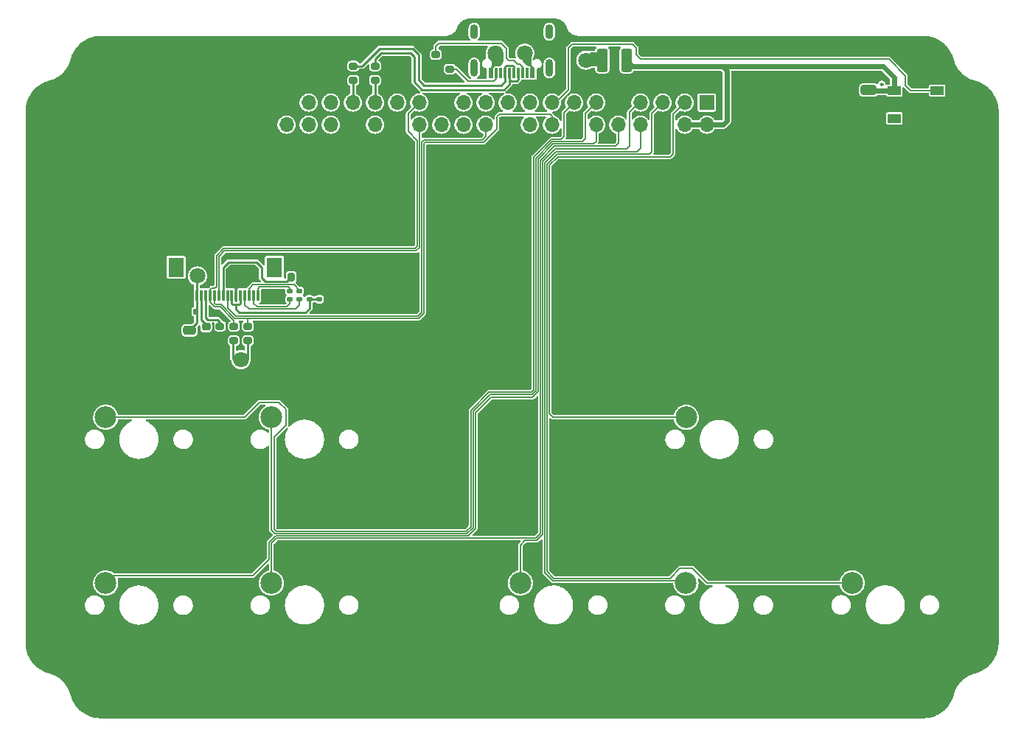
<source format=gbr>
%TF.GenerationSoftware,KiCad,Pcbnew,(6.0.8)*%
%TF.CreationDate,2022-10-08T09:35:04+11:00*%
%TF.ProjectId,KEEBPAD-MK,4b454542-5041-4442-9d4d-4b2e6b696361,1.0.0*%
%TF.SameCoordinates,PX8f0d180PY8f0d180*%
%TF.FileFunction,Copper,L1,Top*%
%TF.FilePolarity,Positive*%
%FSLAX46Y46*%
G04 Gerber Fmt 4.6, Leading zero omitted, Abs format (unit mm)*
G04 Created by KiCad (PCBNEW (6.0.8)) date 2022-10-08 09:35:04*
%MOMM*%
%LPD*%
G01*
G04 APERTURE LIST*
G04 Aperture macros list*
%AMRoundRect*
0 Rectangle with rounded corners*
0 $1 Rounding radius*
0 $2 $3 $4 $5 $6 $7 $8 $9 X,Y pos of 4 corners*
0 Add a 4 corners polygon primitive as box body*
4,1,4,$2,$3,$4,$5,$6,$7,$8,$9,$2,$3,0*
0 Add four circle primitives for the rounded corners*
1,1,$1+$1,$2,$3*
1,1,$1+$1,$4,$5*
1,1,$1+$1,$6,$7*
1,1,$1+$1,$8,$9*
0 Add four rect primitives between the rounded corners*
20,1,$1+$1,$2,$3,$4,$5,0*
20,1,$1+$1,$4,$5,$6,$7,0*
20,1,$1+$1,$6,$7,$8,$9,0*
20,1,$1+$1,$8,$9,$2,$3,0*%
G04 Aperture macros list end*
%TA.AperFunction,NonConductor*%
%ADD10C,0.241421*%
%TD*%
%TA.AperFunction,SMDPad,CuDef*%
%ADD11RoundRect,0.250000X-0.475000X0.250000X-0.475000X-0.250000X0.475000X-0.250000X0.475000X0.250000X0*%
%TD*%
%TA.AperFunction,SMDPad,CuDef*%
%ADD12RoundRect,0.140000X-0.170000X0.140000X-0.170000X-0.140000X0.170000X-0.140000X0.170000X0.140000X0*%
%TD*%
%TA.AperFunction,SMDPad,CuDef*%
%ADD13RoundRect,0.200000X-0.275000X0.200000X-0.275000X-0.200000X0.275000X-0.200000X0.275000X0.200000X0*%
%TD*%
%TA.AperFunction,ComponentPad*%
%ADD14C,2.500000*%
%TD*%
%TA.AperFunction,ComponentPad*%
%ADD15R,1.700000X1.700000*%
%TD*%
%TA.AperFunction,ComponentPad*%
%ADD16O,1.700000X1.700000*%
%TD*%
%TA.AperFunction,SMDPad,CuDef*%
%ADD17RoundRect,0.140000X0.140000X0.170000X-0.140000X0.170000X-0.140000X-0.170000X0.140000X-0.170000X0*%
%TD*%
%TA.AperFunction,SMDPad,CuDef*%
%ADD18RoundRect,0.200000X0.275000X-0.200000X0.275000X0.200000X-0.275000X0.200000X-0.275000X-0.200000X0*%
%TD*%
%TA.AperFunction,SMDPad,CuDef*%
%ADD19RoundRect,0.250000X-0.375000X-1.075000X0.375000X-1.075000X0.375000X1.075000X-0.375000X1.075000X0*%
%TD*%
%TA.AperFunction,SMDPad,CuDef*%
%ADD20RoundRect,0.200000X-0.200000X-0.275000X0.200000X-0.275000X0.200000X0.275000X-0.200000X0.275000X0*%
%TD*%
%TA.AperFunction,SMDPad,CuDef*%
%ADD21RoundRect,0.140000X0.170000X-0.140000X0.170000X0.140000X-0.170000X0.140000X-0.170000X-0.140000X0*%
%TD*%
%TA.AperFunction,SMDPad,CuDef*%
%ADD22R,0.300000X1.300000*%
%TD*%
%TA.AperFunction,SMDPad,CuDef*%
%ADD23R,1.800000X2.200000*%
%TD*%
%TA.AperFunction,ComponentPad*%
%ADD24C,5.700000*%
%TD*%
%TA.AperFunction,SMDPad,CuDef*%
%ADD25R,1.500000X1.000000*%
%TD*%
%TA.AperFunction,SMDPad,CuDef*%
%ADD26RoundRect,0.250000X-0.650000X0.325000X-0.650000X-0.325000X0.650000X-0.325000X0.650000X0.325000X0*%
%TD*%
%TA.AperFunction,SMDPad,CuDef*%
%ADD27R,0.600000X1.160000*%
%TD*%
%TA.AperFunction,SMDPad,CuDef*%
%ADD28R,0.300000X1.160000*%
%TD*%
%TA.AperFunction,ComponentPad*%
%ADD29O,0.900000X1.700000*%
%TD*%
%TA.AperFunction,ComponentPad*%
%ADD30O,0.900000X2.000000*%
%TD*%
%TA.AperFunction,SMDPad,CuDef*%
%ADD31RoundRect,0.225000X-0.250000X0.225000X-0.250000X-0.225000X0.250000X-0.225000X0.250000X0.225000X0*%
%TD*%
%TA.AperFunction,ViaPad*%
%ADD32C,1.800000*%
%TD*%
%TA.AperFunction,Conductor*%
%ADD33C,0.580000*%
%TD*%
%TA.AperFunction,Conductor*%
%ADD34C,0.127000*%
%TD*%
%TA.AperFunction,Conductor*%
%ADD35C,0.254000*%
%TD*%
%TA.AperFunction,Conductor*%
%ADD36C,0.200000*%
%TD*%
G04 APERTURE END LIST*
D10*
X43320710Y39200000D02*
G75*
G03*
X43320710Y39200000I-120710J0D01*
G01*
D11*
%TO.P,C4,1*%
%TO.N,+3V3*%
X-36300000Y10950000D03*
%TO.P,C4,2*%
%TO.N,GND*%
X-36300000Y9050000D03*
%TD*%
D12*
%TO.P,C1,1*%
%TO.N,GND*%
X-21400000Y15480000D03*
%TO.P,C1,2*%
%TO.N,/128x64 OLED Display/VBAT*%
X-21400000Y14520000D03*
%TD*%
D13*
%TO.P,R6,1*%
%TO.N,Net-(J2-PadA5)*%
X-8000000Y42625000D03*
%TO.P,R6,2*%
%TO.N,GND*%
X-8000000Y40975000D03*
%TD*%
D12*
%TO.P,C6,1*%
%TO.N,Net-(C6-Pad1)*%
X-24800000Y15480000D03*
%TO.P,C6,2*%
%TO.N,Net-(C6-Pad2)*%
X-24800000Y14520000D03*
%TD*%
D14*
%TO.P,SW4,1,A*%
%TO.N,/Pinheader Assignments/$.START*%
X39790000Y-18045126D03*
%TO.P,SW4,2,B*%
%TO.N,GND*%
X46140000Y-15505126D03*
%TD*%
D15*
%TO.P,B1,1,3.3V*%
%TO.N,+3V3*%
X23099999Y37125000D03*
D16*
%TO.P,B1,2,VBUS*%
%TO.N,VBUS*%
X23099999Y34585000D03*
%TO.P,B1,3,GPIO1/BUTTON_B*%
%TO.N,/Pinheader Assignments/$.B*%
X20559999Y37125000D03*
%TO.P,B1,4,VBUS*%
%TO.N,VBUS*%
X20559999Y34585000D03*
%TO.P,B1,5,GPIO2/BUTTON_START*%
%TO.N,/Pinheader Assignments/$.START*%
X18019999Y37125000D03*
%TO.P,B1,6,GND*%
%TO.N,GND*%
X18019999Y34585000D03*
%TO.P,B1,7,GPIO6*%
%TO.N,/Pinheader Assignments/$.USB_{VBUS}_ENABLE*%
X15479999Y37125000D03*
%TO.P,B1,8,GPIO3/BUTTON_SELECT*%
%TO.N,/Pinheader Assignments/$.SELECT*%
X15479999Y34585000D03*
%TO.P,B1,9,GND*%
%TO.N,GND*%
X12939999Y37125000D03*
%TO.P,B1,10,GPIO29*%
%TO.N,/Pinheader Assignments/$.ADC_{3}*%
X12939999Y34585000D03*
%TO.P,B1,11,GPIO27*%
%TO.N,/Pinheader Assignments/$.ADC_{1}*%
X10399999Y37125000D03*
%TO.P,B1,12,GPIO28*%
%TO.N,/Pinheader Assignments/$.ADC_{2}*%
X10399999Y34585000D03*
%TO.P,B1,13,GPIO26*%
%TO.N,/Pinheader Assignments/$.ADC_{0}*%
X7859999Y37125000D03*
%TO.P,B1,14,GND*%
%TO.N,GND*%
X7859999Y34585000D03*
%TO.P,B1,15,GPIO25*%
%TO.N,/Pinheader Assignments/$.GPIO_{25}*%
X5319999Y37125000D03*
%TO.P,B1,16,GPIO22*%
%TO.N,/Pinheader Assignments/$.SPI^{0}_{SCK}*%
X5319999Y34585000D03*
%TO.P,B1,17,3.3V*%
%TO.N,+3V3*%
X2779999Y37125000D03*
%TO.P,B1,18,GPIO24*%
%TO.N,/Pinheader Assignments/$.GPIO_{24}*%
X2779999Y34585000D03*
%TO.P,B1,19,GPIO23*%
%TO.N,/Pinheader Assignments/$.GPIO_{23}*%
X239999Y37125000D03*
%TO.P,B1,20,GND*%
%TO.N,GND*%
X239999Y34585000D03*
%TO.P,B1,21,GPIO20*%
%TO.N,/Pinheader Assignments/$.GPIO_{20}*%
X-2300001Y37125000D03*
%TO.P,B1,22,GPIO21*%
%TO.N,/Pinheader Assignments/$.SPI^{0}_{~{CS}}*%
X-2300001Y34585000D03*
%TO.P,B1,23,GPIO18*%
%TO.N,/Pinheader Assignments/$.GPIO_{18}*%
X-4840001Y37125000D03*
%TO.P,B1,24,GPIO19*%
%TO.N,/Pinheader Assignments/$.GPIO_{19}*%
X-4840001Y34585000D03*
%TO.P,B1,25,GND*%
%TO.N,GND*%
X-7380001Y37125000D03*
%TO.P,B1,26,GPIO17*%
%TO.N,/Pinheader Assignments/$.GPIO_{17}*%
X-7380001Y34585000D03*
%TO.P,B1,27,GPIO15*%
%TO.N,/Pinheader Assignments/$.SPI^{0}_{TX}*%
X-9920001Y37125000D03*
%TO.P,B1,28,GPIO16*%
%TO.N,/Pinheader Assignments/$.GPIO_{16}*%
X-9920001Y34585000D03*
%TO.P,B1,29,GPIO9*%
%TO.N,/Pinheader Assignments/$.USB_{VBUS}_DET*%
X-12460001Y37125000D03*
%TO.P,B1,30,GND*%
%TO.N,GND*%
X-12460001Y34585000D03*
%TO.P,B1,31,GPIO13*%
%TO.N,/Pinheader Assignments/$.GPIO_{13}*%
X-15000001Y37125000D03*
%TO.P,B1,32,GPIO14*%
%TO.N,/Pinheader Assignments/$.GPIO_{14}*%
X-15000001Y34585000D03*
%TO.P,B1,33,GPIO10*%
%TO.N,/Pinheader Assignments/$.GPIO_{10}*%
X-17540001Y37125000D03*
%TO.P,B1,34,GND*%
%TO.N,GND*%
X-17540001Y34585000D03*
%TO.P,B1,35,GPIO11/BUTTON_UP*%
%TO.N,/Pinheader Assignments/$.UP*%
X-20080001Y37125000D03*
%TO.P,B1,36,GPIO12*%
%TO.N,/Pinheader Assignments/$.GPIO_{12}*%
X-20080001Y34585000D03*
%TO.P,B1,37,GPIO4/BUTTON_DOWN*%
%TO.N,/Pinheader Assignments/$.DOWN*%
X-22620001Y37125000D03*
%TO.P,B1,38,GPIO8/BUTTON_RIGHT*%
%TO.N,/Pinheader Assignments/$.RIGHT*%
X-22620001Y34585000D03*
%TO.P,B1,39,GND*%
%TO.N,GND*%
X-25160001Y37125000D03*
%TO.P,B1,40,GPIO5/BUTTON_LEFT*%
%TO.N,/Pinheader Assignments/$.LEFT*%
X-25160001Y34585000D03*
%TD*%
D14*
%TO.P,SW6,1,A*%
%TO.N,/Pinheader Assignments/$.B*%
X20730000Y970000D03*
%TO.P,SW6,2,B*%
%TO.N,GND*%
X27080000Y3510000D03*
%TD*%
D13*
%TO.P,R7,1*%
%TO.N,/D-*%
X-15000000Y41325000D03*
%TO.P,R7,2*%
%TO.N,/Pinheader Assignments/$.GPIO_{13}*%
X-15000000Y39675000D03*
%TD*%
D17*
%TO.P,C3,1*%
%TO.N,+3V3*%
X-35620000Y13100000D03*
%TO.P,C3,2*%
%TO.N,GND*%
X-36580000Y13100000D03*
%TD*%
D14*
%TO.P,SW1,1,A*%
%TO.N,/Pinheader Assignments/$.ADC_{0}*%
X-45930251Y985251D03*
%TO.P,SW1,2,B*%
%TO.N,GND*%
X-39580251Y3525251D03*
%TD*%
D13*
%TO.P,R4,1*%
%TO.N,/128x64 OLED Display/IREF*%
X-32800000Y11425000D03*
%TO.P,R4,2*%
%TO.N,GND*%
X-32800000Y9775000D03*
%TD*%
D18*
%TO.P,R1,1*%
%TO.N,+3V3*%
X-31200000Y9775000D03*
%TO.P,R1,2*%
%TO.N,/Pinheader Assignments/$.SPI^{0}_{TX}*%
X-31200000Y11425000D03*
%TD*%
%TO.P,R2,1*%
%TO.N,+3V3*%
X-29600000Y9775000D03*
%TO.P,R2,2*%
%TO.N,/Pinheader Assignments/$.SPI^{0}_{SCK}*%
X-29600000Y11425000D03*
%TD*%
D19*
%TO.P,F1,1*%
%TO.N,Net-(F1-Pad1)*%
X11100000Y42000000D03*
%TO.P,F1,2*%
%TO.N,VBUS*%
X13900000Y42000000D03*
%TD*%
D20*
%TO.P,R3,1*%
%TO.N,/128x64 OLED Display/~{RESET}*%
X-24625000Y17100000D03*
%TO.P,R3,2*%
%TO.N,GND*%
X-22975000Y17100000D03*
%TD*%
D21*
%TO.P,C2,1*%
%TO.N,/128x64 OLED Display/VBAT*%
X-22533334Y14520000D03*
%TO.P,C2,2*%
%TO.N,GND*%
X-22533334Y15480000D03*
%TD*%
D14*
%TO.P,SW5,1,A*%
%TO.N,/Pinheader Assignments/$.ADC_{3}*%
X-26910000Y-18060000D03*
%TO.P,SW5,2,B*%
%TO.N,GND*%
X-20560000Y-15520000D03*
%TD*%
%TO.P,SW8,1,A*%
%TO.N,/Pinheader Assignments/$.SELECT*%
X20704875Y-18060000D03*
%TO.P,SW8,2,B*%
%TO.N,GND*%
X27054875Y-15520000D03*
%TD*%
D12*
%TO.P,C5,1*%
%TO.N,Net-(C5-Pad1)*%
X-23666668Y15480000D03*
%TO.P,C5,2*%
%TO.N,Net-(C5-Pad2)*%
X-23666668Y14520000D03*
%TD*%
D14*
%TO.P,SW7,1,A*%
%TO.N,/Pinheader Assignments/$.ADC_{2}*%
X-45935000Y-18064749D03*
%TO.P,SW7,2,B*%
%TO.N,GND*%
X-39585000Y-15524749D03*
%TD*%
D22*
%TO.P,J1,1,C_{2}+*%
%TO.N,Net-(C6-Pad1)*%
X-28450000Y14950000D03*
%TO.P,J1,2,C_{2}-*%
%TO.N,Net-(C6-Pad2)*%
X-28950000Y14950000D03*
%TO.P,J1,3,C_{1}+*%
%TO.N,Net-(C5-Pad1)*%
X-29450000Y14950000D03*
%TO.P,J1,4,C_{1}-*%
%TO.N,Net-(C5-Pad2)*%
X-29950000Y14950000D03*
%TO.P,J1,5,REG_VIN*%
%TO.N,/128x64 OLED Display/VBAT*%
X-30450000Y14950000D03*
%TO.P,J1,6,GND/VSS*%
%TO.N,GND*%
X-30950000Y14950000D03*
%TO.P,J1,7,LOGIC_VIN*%
%TO.N,/128x64 OLED Display/VBAT*%
X-31450000Y14950000D03*
%TO.P,J1,8,~{CS}*%
%TO.N,/Pinheader Assignments/$.SPI^{0}_{~{CS}}*%
X-31950000Y14950000D03*
%TO.P,J1,9,~{RESET}*%
%TO.N,/128x64 OLED Display/~{RESET}*%
X-32450000Y14950000D03*
%TO.P,J1,10,D/~{C}*%
%TO.N,/Pinheader Assignments/$.GPIO_{16}*%
X-32950000Y14950000D03*
%TO.P,J1,11,SCLK*%
%TO.N,/Pinheader Assignments/$.SPI^{0}_{SCK}*%
X-33450000Y14950000D03*
%TO.P,J1,12,SD_{IN}/SDA/MOSI*%
%TO.N,/Pinheader Assignments/$.SPI^{0}_{TX}*%
X-33950000Y14950000D03*
%TO.P,J1,13,IREF*%
%TO.N,/128x64 OLED Display/IREF*%
X-34450000Y14950000D03*
%TO.P,J1,14,VCOM_{H}*%
%TO.N,/128x64 OLED Display/VCOM_{H}*%
X-34950000Y14950000D03*
%TO.P,J1,15,OLED_VIN*%
%TO.N,+3V3*%
X-35450000Y14950000D03*
%TO.P,J1,16,GND/VSS*%
%TO.N,GND*%
X-35950000Y14950000D03*
D23*
%TO.P,J1,S1*%
%TO.N,N/C*%
X-26550000Y18200000D03*
%TO.P,J1,S2*%
X-37850000Y18200000D03*
%TD*%
D24*
%TO.P,H1,1,1*%
%TO.N,GND*%
X-9000000Y-20000000D03*
%TD*%
D14*
%TO.P,SW2,1,A*%
%TO.N,/Pinheader Assignments/$.USB_{VBUS}_ENABLE*%
X1690000Y-18060000D03*
%TO.P,SW2,2,B*%
%TO.N,GND*%
X8040000Y-15520000D03*
%TD*%
D24*
%TO.P,H2,1,1*%
%TO.N,GND*%
X45000000Y-1000000D03*
%TD*%
D25*
%TO.P,D1,1,VDD*%
%TO.N,VBUS*%
X44650000Y38500000D03*
%TO.P,D1,2,DOUT*%
%TO.N,unconnected-(D1-Pad2)*%
X44650000Y35300000D03*
%TO.P,D1,3,VSS*%
%TO.N,GND*%
X49550000Y35300000D03*
%TO.P,D1,4,DIN*%
%TO.N,/Pinheader Assignments/$.GPIO_{25}*%
X49550000Y38500000D03*
%TD*%
D26*
%TO.P,C8,1*%
%TO.N,VBUS*%
X41700000Y38575000D03*
%TO.P,C8,2*%
%TO.N,GND*%
X41700000Y35625000D03*
%TD*%
D14*
%TO.P,SW3,1,A*%
%TO.N,/Pinheader Assignments/$.ADC_{1}*%
X-26910000Y985251D03*
%TO.P,SW3,2,B*%
%TO.N,GND*%
X-20560000Y3525251D03*
%TD*%
D24*
%TO.P,H3,1,1*%
%TO.N,GND*%
X0Y0D03*
%TD*%
D27*
%TO.P,J2,A1,GND*%
%TO.N,GND*%
X3900000Y40515000D03*
%TO.P,J2,A4,VBUS*%
%TO.N,Net-(F1-Pad1)*%
X3100000Y40515000D03*
D28*
%TO.P,J2,A5,CC1*%
%TO.N,Net-(J2-PadA5)*%
X1950000Y40515000D03*
%TO.P,J2,A6,D+*%
%TO.N,/D+*%
X950000Y40515000D03*
%TO.P,J2,A7,D-*%
%TO.N,/D-*%
X450000Y40515000D03*
%TO.P,J2,A8,SBU1*%
%TO.N,unconnected-(J2-PadA8)*%
X-550000Y40515000D03*
D27*
%TO.P,J2,A9,VBUS*%
%TO.N,Net-(F1-Pad1)*%
X-1700000Y40515000D03*
%TO.P,J2,A12,GND*%
%TO.N,GND*%
X-2500000Y40515000D03*
%TO.P,J2,B1,GND*%
X-2500000Y40515000D03*
%TO.P,J2,B4,VBUS*%
%TO.N,Net-(F1-Pad1)*%
X-1700000Y40515000D03*
D28*
%TO.P,J2,B5,CC2*%
%TO.N,Net-(J2-PadB5)*%
X-1050000Y40515000D03*
%TO.P,J2,B6,D+*%
%TO.N,/D+*%
X-50000Y40515000D03*
%TO.P,J2,B7,D-*%
%TO.N,/D-*%
X1450000Y40515000D03*
%TO.P,J2,B8,SBU2*%
%TO.N,unconnected-(J2-PadB8)*%
X2450000Y40515000D03*
D27*
%TO.P,J2,B9,VBUS*%
%TO.N,Net-(F1-Pad1)*%
X3100000Y40515000D03*
%TO.P,J2,B12,GND*%
%TO.N,GND*%
X3900000Y40515000D03*
D29*
%TO.P,J2,S1,SHIELD*%
%TO.N,unconnected-(J2-PadS1)*%
X5020000Y45265000D03*
D30*
X5020000Y41095000D03*
D29*
X-3620000Y45265000D03*
D30*
X-3620000Y41095000D03*
%TD*%
D31*
%TO.P,C7,1*%
%TO.N,/128x64 OLED Display/VCOM_{H}*%
X-34400000Y11375000D03*
%TO.P,C7,2*%
%TO.N,GND*%
X-34400000Y9825000D03*
%TD*%
D13*
%TO.P,R8,1*%
%TO.N,/D+*%
X-17500000Y41325000D03*
%TO.P,R8,2*%
%TO.N,/Pinheader Assignments/$.GPIO_{10}*%
X-17500000Y39675000D03*
%TD*%
D18*
%TO.P,R5,1*%
%TO.N,Net-(J2-PadB5)*%
X-6400000Y40975000D03*
%TO.P,R5,2*%
%TO.N,GND*%
X-6400000Y42625000D03*
%TD*%
D32*
%TO.N,GND*%
X200000Y-4600000D03*
X41600000Y33600000D03*
X0Y5800000D03*
X2400000Y45400000D03*
X-12600000Y41000000D03*
X42590000Y-5200000D03*
X200000Y31800000D03*
X-38200000Y13000000D03*
X2600000Y-4600000D03*
X-9000000Y-24200000D03*
X-28400000Y37200000D03*
X48200000Y41600000D03*
X23000000Y31800000D03*
X49550000Y33600000D03*
X20000000Y43600000D03*
X-11410000Y-24200000D03*
X45000000Y-5200000D03*
X-2210000Y-4600000D03*
X-27000000Y14800000D03*
X47400000Y-5200000D03*
X-21200000Y17000000D03*
X-32800000Y7600000D03*
X-35200000Y7600000D03*
X-30400000Y17246500D03*
X-5200000Y42600000D03*
X-6600000Y-24200000D03*
%TO.N,+3V3*%
X-35400000Y17200000D03*
X-30400000Y7600000D03*
%TO.N,Net-(F1-Pad1)*%
X-1200000Y42810000D03*
X2200000Y42800000D03*
X9200000Y42000000D03*
%TD*%
D33*
%TO.N,VBUS*%
X43400000Y41300000D02*
X24900000Y41300000D01*
X44650000Y38500000D02*
X44650000Y40050000D01*
X25400000Y35000000D02*
X24985000Y34585000D01*
X24900000Y41300000D02*
X25400000Y40800000D01*
X25400000Y38400000D02*
X25400000Y35000000D01*
X13900000Y42000000D02*
X14600000Y41300000D01*
X44650000Y40050000D02*
X43400000Y41300000D01*
X23099999Y34585000D02*
X24985000Y34585000D01*
X14600000Y41300000D02*
X24900000Y41300000D01*
X23099999Y34585000D02*
X20559999Y34585000D01*
X25400000Y40800000D02*
X25400000Y38400000D01*
X44650000Y38500000D02*
X41775000Y38500000D01*
X41775000Y38500000D02*
X41700000Y38575000D01*
%TO.N,GND*%
X-6400000Y42575000D02*
X-6400000Y42625000D01*
D34*
X-30400000Y17246500D02*
X-30400000Y16900000D01*
D33*
X-8000000Y40975000D02*
X-6400000Y42575000D01*
X49550000Y35300000D02*
X49550000Y33600000D01*
D34*
X-30400000Y16900000D02*
X-30950000Y16350000D01*
X-30400000Y17000000D02*
X-31000000Y16400000D01*
X-30400000Y17246500D02*
X-30400000Y17000000D01*
%TO.N,/Pinheader Assignments/$.USB_{VBUS}_ENABLE*%
X13900000Y31800000D02*
X14200000Y32100000D01*
X2238000Y-13162000D02*
X3597210Y-13162000D01*
X4238000Y30338000D02*
X5700000Y31800000D01*
X15302499Y37125000D02*
X15479999Y37125000D01*
X4238000Y-12521210D02*
X4238000Y30338000D01*
X14200000Y36022501D02*
X15302499Y37125000D01*
X1690000Y-18060000D02*
X1690000Y-13710000D01*
X1690000Y-13710000D02*
X2238000Y-13162000D01*
X3597210Y-13162000D02*
X4238000Y-12521210D01*
X5700000Y31800000D02*
X13900000Y31800000D01*
X14200000Y32100000D02*
X14200000Y36022501D01*
%TO.N,/Pinheader Assignments/$.GPIO_{16}*%
X-32292000Y20108000D02*
X-32950000Y19450000D01*
X-32950000Y19450000D02*
X-32950000Y14950000D01*
X-10292000Y20108000D02*
X-32292000Y20108000D01*
X-9920001Y34585000D02*
X-9920001Y20479999D01*
X-9920001Y20479999D02*
X-10292000Y20108000D01*
%TO.N,/Pinheader Assignments/$.B*%
X5430000Y970000D02*
X5000000Y1400000D01*
X5000000Y29900000D02*
X6000000Y30900000D01*
X20730000Y970000D02*
X5430000Y970000D01*
X18900000Y30900000D02*
X19200000Y31200000D01*
X5000000Y1400000D02*
X5000000Y29900000D01*
X19200000Y35765001D02*
X20559999Y37125000D01*
X6000000Y30900000D02*
X18900000Y30900000D01*
X19200000Y31200000D02*
X19200000Y35765001D01*
%TO.N,/Pinheader Assignments/$.START*%
X21450000Y-16400000D02*
X20000000Y-16400000D01*
X4746000Y30046000D02*
X5900000Y31200000D01*
X4746000Y-16746000D02*
X4746000Y30046000D01*
X16800000Y31500000D02*
X16800000Y35905001D01*
X16500000Y31200000D02*
X16800000Y31500000D01*
X5900000Y31200000D02*
X16500000Y31200000D01*
X18854000Y-17546000D02*
X5546000Y-17546000D01*
X16800000Y35905001D02*
X18019999Y37125000D01*
X23095126Y-18045126D02*
X21450000Y-16400000D01*
X39790000Y-18045126D02*
X23095126Y-18045126D01*
X20000000Y-16400000D02*
X18854000Y-17546000D01*
X5546000Y-17546000D02*
X4746000Y-16746000D01*
%TO.N,/Pinheader Assignments/$.SELECT*%
X15479999Y31879999D02*
X15479999Y34585000D01*
X20444875Y-17800000D02*
X5440790Y-17800000D01*
X5440790Y-17800000D02*
X4492000Y-16851210D01*
X15100000Y31500000D02*
X15479999Y31879999D01*
X5800000Y31500000D02*
X15100000Y31500000D01*
X4492000Y30192000D02*
X5800000Y31500000D01*
X20704875Y-18060000D02*
X20444875Y-17800000D01*
X4492000Y-16851210D02*
X4492000Y30192000D01*
%TO.N,/Pinheader Assignments/$.ADC_{3}*%
X3984000Y30484000D02*
X5600000Y32100000D01*
X-26308000Y-12908000D02*
X3492000Y-12908000D01*
X-26910000Y-13510000D02*
X-26308000Y-12908000D01*
X-26910000Y-18060000D02*
X-26910000Y-13510000D01*
X3492000Y-12908000D02*
X3984000Y-12416000D01*
X12600000Y32100000D02*
X12939999Y32439999D01*
X5600000Y32100000D02*
X12600000Y32100000D01*
X12939999Y32439999D02*
X12939999Y34585000D01*
X3984000Y-12416000D02*
X3984000Y30484000D01*
%TO.N,/Pinheader Assignments/$.ADC_{1}*%
X-3746000Y1654000D02*
X-1800000Y3600000D01*
X-26910000Y-11944000D02*
X-26454000Y-12400000D01*
X3040790Y3600000D02*
X3476000Y4035210D01*
X-4440790Y-12400000D02*
X-3746000Y-11705210D01*
X8808000Y32608000D02*
X9150000Y32950000D01*
X-26454000Y-12400000D02*
X-4440790Y-12400000D01*
X-3746000Y-11705210D02*
X-3746000Y1654000D01*
X-26910000Y985251D02*
X-26910000Y-11944000D01*
X5348790Y32608000D02*
X8808000Y32608000D01*
X3476000Y30735210D02*
X5348790Y32608000D01*
X9150000Y32950000D02*
X9150000Y35875001D01*
X3476000Y4035210D02*
X3476000Y30735210D01*
X9150000Y35875001D02*
X10399999Y37125000D01*
X-1800000Y3600000D02*
X3040790Y3600000D01*
%TO.N,/Pinheader Assignments/$.ADC_{2}*%
X-27164000Y-13384395D02*
X-26433605Y-12654000D01*
X-4335580Y-12654000D02*
X-3492000Y-11810420D01*
X-27164000Y-15364000D02*
X-27164000Y-13384395D01*
X-45935000Y-18064749D02*
X-45070251Y-17200000D01*
X-45070251Y-17200000D02*
X-29000000Y-17200000D01*
X10399999Y32674999D02*
X10399999Y34585000D01*
X-26433605Y-12654000D02*
X-4335580Y-12654000D01*
X10079000Y32354000D02*
X10399999Y32674999D01*
X3730000Y3930000D02*
X3730000Y30630000D01*
X-1700000Y3300000D02*
X3100000Y3300000D01*
X-29000000Y-17200000D02*
X-27164000Y-15364000D01*
X3100000Y3300000D02*
X3730000Y3930000D01*
X-3492000Y1508000D02*
X-1700000Y3300000D01*
X3730000Y30630000D02*
X5454000Y32354000D01*
X5454000Y32354000D02*
X10079000Y32354000D01*
X-3492000Y-11810420D02*
X-3492000Y1508000D01*
%TO.N,/Pinheader Assignments/$.ADC_{0}*%
X-28250000Y2700000D02*
X-26050000Y2700000D01*
X6700000Y35965001D02*
X7859999Y37125000D01*
X5243580Y32862000D02*
X6362000Y32862000D01*
X-4000000Y-11600000D02*
X-4000000Y1759210D01*
X3222000Y30840420D02*
X5243580Y32862000D01*
X-26348790Y-12146000D02*
X-4546000Y-12146000D01*
X-26600000Y-1300000D02*
X-26600000Y-11894790D01*
X2935580Y3854000D02*
X3222000Y4140420D01*
X-4546000Y-12146000D02*
X-4000000Y-11600000D01*
X-1905210Y3854000D02*
X2935580Y3854000D01*
X-29964749Y985251D02*
X-28250000Y2700000D01*
X-45930251Y985251D02*
X-29964749Y985251D01*
X-26600000Y-11894790D02*
X-26348790Y-12146000D01*
X-4000000Y1759210D02*
X-1905210Y3854000D01*
X-25250000Y50000D02*
X-26600000Y-1300000D01*
X-26050000Y2700000D02*
X-25250000Y1900000D01*
X6700000Y33200000D02*
X6700000Y35965001D01*
X-25250000Y1900000D02*
X-25250000Y50000D01*
X3222000Y4140420D02*
X3222000Y30840420D01*
X6362000Y32862000D02*
X6700000Y33200000D01*
%TO.N,Net-(C6-Pad1)*%
X-28450000Y15750000D02*
X-28450000Y14950000D01*
X-24946000Y15946000D02*
X-28254000Y15946000D01*
X-24800000Y15480000D02*
X-24800000Y15800000D01*
X-24800000Y15800000D02*
X-24946000Y15946000D01*
X-28254000Y15946000D02*
X-28450000Y15750000D01*
%TO.N,Net-(C6-Pad2)*%
X-24800000Y14000000D02*
X-25154000Y13646000D01*
X-24800000Y14520000D02*
X-24800000Y14000000D01*
X-25154000Y13646000D02*
X-28546000Y13646000D01*
X-28546000Y13646000D02*
X-28950000Y14050000D01*
X-28950000Y14050000D02*
X-28950000Y14950000D01*
%TO.N,Net-(C5-Pad1)*%
X-29450000Y15750000D02*
X-29450000Y14950000D01*
X-23666668Y15566668D02*
X-24300000Y16200000D01*
X-29000000Y16200000D02*
X-29450000Y15750000D01*
X-23666668Y15480000D02*
X-23666668Y15566668D01*
X-24300000Y16200000D02*
X-29000000Y16200000D01*
%TO.N,Net-(C5-Pad2)*%
X-29492000Y13392000D02*
X-24108000Y13392000D01*
X-29950000Y13850000D02*
X-29492000Y13392000D01*
X-24108000Y13392000D02*
X-23666668Y13833332D01*
X-23666668Y13833332D02*
X-23666668Y14520000D01*
X-29950000Y14950000D02*
X-29950000Y13850000D01*
D35*
%TO.N,/128x64 OLED Display/VBAT*%
X-31000000Y13400000D02*
X-30600000Y13000000D01*
X-31300000Y13900000D02*
X-31450000Y14050000D01*
X-30450000Y14950000D02*
X-30450000Y14050000D01*
X-30600000Y13000000D02*
X-23000000Y13000000D01*
X-30600000Y13900000D02*
X-31000000Y13900000D01*
X-31450000Y14050000D02*
X-31450000Y14950000D01*
X-21400000Y14520000D02*
X-22533334Y14520000D01*
X-30600000Y13900000D02*
X-31300000Y13900000D01*
X-23000000Y13000000D02*
X-22533334Y13466666D01*
X-22533334Y13466666D02*
X-22533334Y14520000D01*
X-30450000Y14050000D02*
X-30600000Y13900000D01*
X-31000000Y13900000D02*
X-31000000Y13400000D01*
D34*
%TO.N,/Pinheader Assignments/$.SPI^{0}_{~{CS}}*%
X-31950000Y14950000D02*
X-31950000Y13550000D01*
X-2300001Y33199999D02*
X-2300001Y34585000D01*
X-31950000Y13550000D02*
X-31000000Y12600000D01*
X-9400000Y32800000D02*
X-2700000Y32800000D01*
X-2700000Y32800000D02*
X-2300001Y33199999D01*
X-10100000Y12600000D02*
X-9666001Y13033999D01*
X-9666001Y13033999D02*
X-9666001Y32533999D01*
X-9666001Y32533999D02*
X-9400000Y32800000D01*
X-31000000Y12600000D02*
X-10100000Y12600000D01*
D35*
%TO.N,/128x64 OLED Display/~{RESET}*%
X-28600000Y18800000D02*
X-31800000Y18800000D01*
X-28000000Y17000000D02*
X-28000000Y18200000D01*
X-31800000Y18800000D02*
X-32450000Y18150000D01*
X-27600000Y16600000D02*
X-28000000Y17000000D01*
X-25125000Y16600000D02*
X-27600000Y16600000D01*
X-28000000Y18200000D02*
X-28600000Y18800000D01*
X-32450000Y18150000D02*
X-32450000Y14950000D01*
X-24625000Y17100000D02*
X-25125000Y16600000D01*
D34*
%TO.N,/Pinheader Assignments/$.SPI^{0}_{SCK}*%
X-32659210Y13900000D02*
X-31105210Y12346000D01*
X-29600000Y12300000D02*
X-29646000Y12346000D01*
X-33450000Y14050000D02*
X-33300000Y13900000D01*
X-9994790Y12346000D02*
X-9412001Y12928789D01*
X-33450000Y14950000D02*
X-33450000Y14050000D01*
X-2554000Y32546000D02*
X-1000000Y34100000D01*
X-1000000Y35500000D02*
X-700000Y35800000D01*
X-9412001Y32428789D02*
X-9294790Y32546000D01*
X-33300000Y13900000D02*
X-32659210Y13900000D01*
X-29600000Y11425000D02*
X-29600000Y12300000D01*
X-1000000Y34100000D02*
X-1000000Y35500000D01*
X-700000Y35800000D02*
X5100000Y35800000D01*
X-29646000Y12346000D02*
X-9994790Y12346000D01*
X5100000Y35800000D02*
X5319999Y35580001D01*
X-9412001Y12928789D02*
X-9412001Y32428789D01*
X5319999Y35580001D02*
X5319999Y34585000D01*
X-9294790Y32546000D02*
X-2554000Y32546000D01*
X-31105210Y12346000D02*
X-29646000Y12346000D01*
%TO.N,/Pinheader Assignments/$.SPI^{0}_{TX}*%
X-31200000Y12081580D02*
X-32764420Y13646000D01*
X-10397210Y20362000D02*
X-32397210Y20362000D01*
X-10174001Y20585209D02*
X-10397210Y20362000D01*
X-33790500Y15790500D02*
X-33950000Y15631000D01*
X-33204000Y15996000D02*
X-33409500Y15790500D01*
X-9920001Y37125000D02*
X-11200000Y35845001D01*
X-33950000Y15631000D02*
X-33950000Y14950000D01*
X-33950000Y14190790D02*
X-33950000Y14950000D01*
X-33204000Y19555210D02*
X-33204000Y15996000D01*
X-32764420Y13646000D02*
X-33405210Y13646000D01*
X-33405210Y13646000D02*
X-33950000Y14190790D01*
X-11200000Y35845001D02*
X-11200000Y33800000D01*
X-31200000Y11425000D02*
X-31200000Y12081580D01*
X-32397210Y20362000D02*
X-33204000Y19555210D01*
X-11200000Y33800000D02*
X-10174001Y32774001D01*
X-10174001Y32774001D02*
X-10174001Y20585209D01*
X-33409500Y15790500D02*
X-33790500Y15790500D01*
D35*
%TO.N,/128x64 OLED Display/IREF*%
X-34450000Y12450000D02*
X-34200000Y12200000D01*
X-33100000Y12200000D02*
X-32800000Y11900000D01*
X-32800000Y11900000D02*
X-32800000Y11425000D01*
X-34200000Y12200000D02*
X-33100000Y12200000D01*
X-34450000Y14950000D02*
X-34450000Y12450000D01*
%TO.N,/128x64 OLED Display/VCOM_{H}*%
X-34400000Y11375000D02*
X-34400000Y11600000D01*
X-34400000Y11600000D02*
X-34950000Y12150000D01*
X-34950000Y12150000D02*
X-34950000Y14950000D01*
%TO.N,+3V3*%
X-31300000Y7700000D02*
X-31300000Y9675000D01*
X-30400000Y7600000D02*
X-31200000Y7600000D01*
D34*
X-35450000Y13270000D02*
X-35450000Y14950000D01*
D35*
X-31300000Y9675000D02*
X-31200000Y9775000D01*
D34*
X-35620000Y13100000D02*
X-35450000Y13270000D01*
D35*
X-35456204Y11793796D02*
X-36300000Y10950000D01*
X-30400000Y7600000D02*
X-29600000Y7600000D01*
X-35456204Y15943796D02*
X-35456204Y11793796D01*
X-35450000Y15950000D02*
X-35450000Y17150000D01*
X-35450000Y14950000D02*
X-35450000Y15950000D01*
X-29600000Y7600000D02*
X-29600000Y9775000D01*
X-35450000Y15950000D02*
X-35456204Y15943796D01*
X-31200000Y7600000D02*
X-31300000Y7700000D01*
X-35450000Y17150000D02*
X-35400000Y17200000D01*
D34*
%TO.N,/Pinheader Assignments/$.GPIO_{25}*%
X46500000Y38500000D02*
X45900000Y39100000D01*
X15500000Y42100000D02*
X15000000Y42600000D01*
X49550000Y38500000D02*
X46500000Y38500000D01*
X14600000Y43800000D02*
X7600000Y43800000D01*
X45900000Y39100000D02*
X45900000Y40200000D01*
X15000000Y43400000D02*
X14600000Y43800000D01*
X44000000Y42100000D02*
X15500000Y42100000D01*
X45900000Y40200000D02*
X44000000Y42100000D01*
X15000000Y42600000D02*
X15000000Y43400000D01*
X7200000Y38600000D02*
X5725000Y37125000D01*
X7600000Y43800000D02*
X7200000Y43400000D01*
X5725000Y37125000D02*
X5319999Y37125000D01*
X7200000Y43400000D02*
X7200000Y38600000D01*
D35*
%TO.N,/Pinheader Assignments/$.GPIO_{10}*%
X-17500000Y39675000D02*
X-17500000Y37165001D01*
X-17500000Y37165001D02*
X-17540001Y37125000D01*
%TO.N,/Pinheader Assignments/$.GPIO_{13}*%
X-15000000Y39675000D02*
X-15000001Y37125000D01*
D36*
%TO.N,Net-(F1-Pad1)*%
X-1539999Y40675001D02*
X-1539999Y41914999D01*
D35*
X-1200000Y41800000D02*
X-1200000Y41607575D01*
D33*
X-600000Y42000000D02*
X-800000Y41800000D01*
X-810000Y42810000D02*
X-600000Y42600000D01*
D36*
X-1700000Y40515000D02*
X-1539999Y40675001D01*
D33*
X-1200000Y41800000D02*
X-1800000Y42400000D01*
D35*
X-525000Y41700000D02*
X-750000Y41475000D01*
D36*
X-1700000Y41049000D02*
X-1700000Y40515000D01*
X-475000Y41700000D02*
X-425000Y41750000D01*
D35*
X-750000Y41475000D02*
X-1325000Y41475000D01*
D33*
X11100000Y42000000D02*
X11100000Y41700000D01*
X2200000Y42000000D02*
X2592425Y41607575D01*
X-1200000Y42810000D02*
X-810000Y42810000D01*
X9200000Y42000000D02*
X11100000Y42000000D01*
X2200000Y42800000D02*
X2600000Y42400000D01*
X9200000Y42000000D02*
X9800000Y42600000D01*
X-600000Y42600000D02*
X-600000Y42000000D01*
X11100000Y42000000D02*
X10700000Y41600000D01*
D35*
X2600000Y41607575D02*
X3100000Y41107575D01*
X3100000Y41107575D02*
X3100000Y40515000D01*
D36*
X-425000Y41750000D02*
X-425000Y42425000D01*
D35*
X-475000Y41700000D02*
X-525000Y41700000D01*
D33*
X9600000Y41600000D02*
X9400000Y41800000D01*
D36*
X-1539999Y41914999D02*
X-1875000Y42250000D01*
D35*
X2600000Y42500000D02*
X2600000Y41800000D01*
D33*
X10700000Y41600000D02*
X9600000Y41600000D01*
X2592425Y41607575D02*
X2600000Y41607575D01*
X10000000Y42600000D02*
X10200000Y42400000D01*
X2600000Y42400000D02*
X2600000Y41800000D01*
X2200000Y42800000D02*
X2200000Y42000000D01*
D36*
X-1324000Y41425000D02*
X-1700000Y41049000D01*
D35*
X-1200000Y41607575D02*
X-1700000Y41107575D01*
X-1700000Y41107575D02*
X-1700000Y40515000D01*
D33*
X9800000Y42600000D02*
X10000000Y42600000D01*
X-1800000Y42400000D02*
X-1800000Y42800000D01*
X11100000Y41700000D02*
X10800000Y41400000D01*
D36*
X-750000Y41425000D02*
X-1324000Y41425000D01*
D35*
X2600000Y41800000D02*
X2600000Y41607575D01*
D33*
X-800000Y41800000D02*
X-1200000Y41800000D01*
D36*
X-475000Y41700000D02*
X-750000Y41425000D01*
D35*
X-1325000Y41475000D02*
X-1400000Y41550000D01*
D33*
X10000000Y42600000D02*
X11000000Y42600000D01*
D36*
%TO.N,Net-(J2-PadB5)*%
X-5700000Y40975000D02*
X-6400000Y40975000D01*
X-1327000Y39550000D02*
X-4275000Y39550000D01*
X-1050000Y40515000D02*
X-1050000Y39827000D01*
X-4275000Y39550000D02*
X-5700000Y40975000D01*
X-1050000Y39827000D02*
X-1327000Y39550000D01*
%TO.N,Net-(J2-PadA5)*%
X925000Y41925000D02*
X325000Y41925000D01*
X-8000000Y43600000D02*
X-8000000Y42625000D01*
X1950000Y40515000D02*
X1950000Y41199000D01*
X1350000Y41500000D02*
X925000Y41925000D01*
X75000Y42175000D02*
X75000Y43325000D01*
X75000Y43325000D02*
X-537000Y43937000D01*
X1950000Y41199000D02*
X1649000Y41500000D01*
X-537000Y43937000D02*
X-7663000Y43937000D01*
X1649000Y41500000D02*
X1350000Y41500000D01*
X325000Y41925000D02*
X75000Y42175000D01*
X-7663000Y43937000D02*
X-8000000Y43600000D01*
D35*
%TO.N,/D+*%
X-10000000Y39738816D02*
X-10000000Y42600000D01*
X-10700000Y43300000D02*
X-14500000Y43300000D01*
X-50000Y40515000D02*
X-50000Y39550000D01*
X800000Y41400000D02*
X950000Y41250000D01*
X950000Y41250000D02*
X950000Y40515000D01*
X-50000Y39550000D02*
X-500000Y39100000D01*
X-16475000Y41325000D02*
X-17500000Y41325000D01*
X-9361184Y39100000D02*
X-10000000Y39738816D01*
X-50000Y41250000D02*
X100000Y41400000D01*
X-50000Y40515000D02*
X-50000Y41250000D01*
X100000Y41400000D02*
X800000Y41400000D01*
X-10000000Y42600000D02*
X-10700000Y43300000D01*
X-500000Y39100000D02*
X-9361184Y39100000D01*
X-14500000Y43300000D02*
X-16475000Y41325000D01*
%TO.N,/D-*%
X450000Y39750000D02*
X450000Y40515000D01*
X-10500000Y42400000D02*
X-10900000Y42800000D01*
X450000Y39250000D02*
X-200000Y38600000D01*
X600000Y39600000D02*
X450000Y39750000D01*
X-10500000Y39500000D02*
X-10500000Y42400000D01*
X1300000Y39600000D02*
X600000Y39600000D01*
X450000Y40515000D02*
X450000Y39250000D01*
X-14300000Y42800000D02*
X-15000000Y42100000D01*
X-10900000Y42800000D02*
X-14300000Y42800000D01*
X1450000Y39750000D02*
X1300000Y39600000D01*
X1450000Y40515000D02*
X1450000Y39750000D01*
X-15000000Y42100000D02*
X-15000000Y41325000D01*
X-9600000Y38600000D02*
X-10500000Y39500000D01*
X-200000Y38600000D02*
X-9600000Y38600000D01*
%TD*%
%TA.AperFunction,Conductor*%
%TO.N,GND*%
G36*
X5519783Y46793142D02*
G01*
X5522002Y46793072D01*
X5525487Y46792715D01*
X5528978Y46792852D01*
X5528982Y46792852D01*
X5535260Y46793099D01*
X5538342Y46793220D01*
X5545429Y46793244D01*
X5639081Y46790209D01*
X5645475Y46789794D01*
X5743446Y46780244D01*
X5749797Y46779416D01*
X5846930Y46763544D01*
X5853211Y46762308D01*
X5853220Y46762306D01*
X5949142Y46740174D01*
X5955340Y46738530D01*
X6049592Y46710246D01*
X6055671Y46708205D01*
X6147916Y46673870D01*
X6153841Y46671444D01*
X6243690Y46631199D01*
X6249436Y46628399D01*
X6336486Y46582424D01*
X6342029Y46579263D01*
X6425929Y46527744D01*
X6431264Y46524224D01*
X6511637Y46467392D01*
X6516739Y46463530D01*
X6582472Y46410346D01*
X6593263Y46401615D01*
X6598115Y46397422D01*
X6670462Y46330689D01*
X6675025Y46326198D01*
X6742912Y46254907D01*
X6747181Y46250123D01*
X6810296Y46174605D01*
X6814244Y46169558D01*
X6872334Y46090116D01*
X6875949Y46084821D01*
X6928783Y46001770D01*
X6932048Y45996251D01*
X6979391Y45909962D01*
X6982291Y45904243D01*
X7023953Y45815060D01*
X7026475Y45809172D01*
X7057068Y45730816D01*
X7058185Y45727659D01*
X7058692Y45725565D01*
X7059677Y45723091D01*
X7062507Y45714206D01*
X7063513Y45711894D01*
X7063682Y45711444D01*
X7064447Y45709599D01*
X7098695Y45622837D01*
X7098706Y45622812D01*
X7099360Y45621155D01*
X7142745Y45530969D01*
X7143639Y45529410D01*
X7143644Y45529401D01*
X7191639Y45445730D01*
X7192541Y45444158D01*
X7193550Y45442661D01*
X7193554Y45442655D01*
X7206152Y45423969D01*
X7248487Y45361177D01*
X7310291Y45282462D01*
X7377628Y45208425D01*
X7450145Y45139454D01*
X7451512Y45138331D01*
X7451525Y45138319D01*
X7480919Y45114162D01*
X7527463Y45075910D01*
X7609175Y45018127D01*
X7610702Y45017205D01*
X7610710Y45017200D01*
X7650295Y44993305D01*
X7694854Y44966408D01*
X7696452Y44965595D01*
X7782426Y44921850D01*
X7784051Y44921023D01*
X7785692Y44920332D01*
X7785704Y44920327D01*
X7874649Y44882904D01*
X7874658Y44882901D01*
X7876297Y44882211D01*
X7971110Y44850175D01*
X7972836Y44849728D01*
X7972846Y44849725D01*
X8035339Y44833540D01*
X8067992Y44825083D01*
X8166436Y44807066D01*
X8168219Y44806872D01*
X8168230Y44806870D01*
X8218516Y44801388D01*
X8265925Y44796219D01*
X8267711Y44796154D01*
X8267716Y44796154D01*
X8303542Y44794857D01*
X8338348Y44793598D01*
X8340502Y44793470D01*
X8341923Y44793279D01*
X8365939Y44792525D01*
X8376200Y44793252D01*
X8383197Y44793500D01*
X47934313Y44793500D01*
X47941401Y44793138D01*
X47943572Y44793070D01*
X47947046Y44792714D01*
X47950534Y44792851D01*
X47950535Y44792851D01*
X47955342Y44793040D01*
X47961069Y44793265D01*
X47967201Y44793315D01*
X48019518Y44792125D01*
X48121415Y44789807D01*
X48125881Y44789605D01*
X48285720Y44778678D01*
X48290158Y44778272D01*
X48360941Y44770186D01*
X48449272Y44760094D01*
X48453734Y44759481D01*
X48574854Y44740026D01*
X48611855Y44734083D01*
X48616260Y44733273D01*
X48773081Y44700705D01*
X48777460Y44699691D01*
X48932626Y44660025D01*
X48936957Y44658812D01*
X49023684Y44632384D01*
X49090152Y44612130D01*
X49094430Y44610719D01*
X49245336Y44557118D01*
X49249545Y44555514D01*
X49397849Y44495108D01*
X49401977Y44493316D01*
X49547407Y44426213D01*
X49551435Y44424241D01*
X49589651Y44404452D01*
X49693648Y44350599D01*
X49697572Y44348453D01*
X49836363Y44268374D01*
X49840112Y44266095D01*
X49973590Y44180762D01*
X49975073Y44179814D01*
X49978812Y44177302D01*
X50109688Y44084984D01*
X50113309Y44082304D01*
X50239840Y43984135D01*
X50243335Y43981293D01*
X50365243Y43877492D01*
X50368606Y43874495D01*
X50485701Y43765223D01*
X50488924Y43762075D01*
X50580088Y43668891D01*
X50600915Y43647602D01*
X50603989Y43644313D01*
X50710088Y43525500D01*
X50710653Y43524867D01*
X50713576Y43521440D01*
X50814704Y43397256D01*
X50817468Y43393699D01*
X50912829Y43265061D01*
X50915429Y43261382D01*
X50926663Y43244691D01*
X51004861Y43128507D01*
X51007267Y43124749D01*
X51090574Y42987923D01*
X51092809Y42984057D01*
X51169782Y42843625D01*
X51171849Y42839643D01*
X51241428Y42697742D01*
X51242364Y42695834D01*
X51244248Y42691760D01*
X51308146Y42544898D01*
X51309844Y42540739D01*
X51333815Y42477983D01*
X51366992Y42391126D01*
X51368503Y42386883D01*
X51418780Y42234846D01*
X51420097Y42230538D01*
X51458885Y42092465D01*
X51459668Y42089358D01*
X51459908Y42088281D01*
X51460305Y42085638D01*
X51461071Y42083075D01*
X51463110Y42073944D01*
X51463496Y42072785D01*
X51505737Y41922709D01*
X51555286Y41773599D01*
X51555694Y41772538D01*
X51555696Y41772533D01*
X51577724Y41715278D01*
X51611706Y41626952D01*
X51612166Y41625905D01*
X51612169Y41625897D01*
X51670170Y41493802D01*
X51674876Y41483083D01*
X51744660Y41342303D01*
X51745209Y41341314D01*
X51745212Y41341308D01*
X51798355Y41245550D01*
X51820906Y41204915D01*
X51846531Y41163410D01*
X51894920Y41085034D01*
X51903450Y41071217D01*
X51992114Y40941496D01*
X52086707Y40816033D01*
X52087431Y40815160D01*
X52087447Y40815140D01*
X52149101Y40740817D01*
X52187025Y40695099D01*
X52187798Y40694251D01*
X52187802Y40694246D01*
X52292076Y40579803D01*
X52292850Y40578953D01*
X52403955Y40467848D01*
X52404794Y40467084D01*
X52404804Y40467074D01*
X52517484Y40364407D01*
X52520101Y40362023D01*
X52536691Y40348261D01*
X52640142Y40262445D01*
X52640162Y40262429D01*
X52641035Y40261705D01*
X52766498Y40167112D01*
X52896219Y40078448D01*
X52897191Y40077848D01*
X52897197Y40077844D01*
X52916624Y40065850D01*
X53029917Y39995904D01*
X53167305Y39919658D01*
X53168342Y39919144D01*
X53304791Y39851508D01*
X53308085Y39849875D01*
X53309143Y39849410D01*
X53309144Y39849410D01*
X53450899Y39787168D01*
X53450907Y39787165D01*
X53451954Y39786705D01*
X53453025Y39786293D01*
X53597534Y39730696D01*
X53598602Y39730285D01*
X53747712Y39680736D01*
X53839320Y39654952D01*
X53884803Y39642150D01*
X53884805Y39642150D01*
X53885571Y39641934D01*
X53887350Y39641278D01*
X53889691Y39640774D01*
X53890932Y39640425D01*
X53890936Y39640423D01*
X53891670Y39640217D01*
X53892465Y39639990D01*
X53896524Y39638811D01*
X53896533Y39638809D01*
X53898947Y39638108D01*
X53904651Y39637067D01*
X53913660Y39634985D01*
X54055526Y39595126D01*
X54059834Y39593809D01*
X54161404Y39560217D01*
X54211889Y39543520D01*
X54216117Y39542014D01*
X54295067Y39511853D01*
X54365701Y39484869D01*
X54369871Y39483167D01*
X54516727Y39419267D01*
X54520815Y39417377D01*
X54551629Y39402266D01*
X54664606Y39346864D01*
X54668604Y39344789D01*
X54691576Y39332197D01*
X54809025Y39267817D01*
X54809032Y39267813D01*
X54812927Y39265561D01*
X54819017Y39261853D01*
X54949700Y39182281D01*
X54953493Y39179852D01*
X55086354Y39090425D01*
X55090032Y39087825D01*
X55218680Y38992453D01*
X55222233Y38989692D01*
X55346398Y38888576D01*
X55346409Y38888567D01*
X55349835Y38885645D01*
X55460139Y38787140D01*
X55469276Y38778980D01*
X55472566Y38775905D01*
X55587050Y38663900D01*
X55590197Y38660677D01*
X55699437Y38543614D01*
X55702429Y38540259D01*
X55806263Y38418310D01*
X55809100Y38414821D01*
X55847618Y38365173D01*
X55907274Y38288279D01*
X55909953Y38284658D01*
X56002254Y38153804D01*
X56004766Y38150065D01*
X56091025Y38015139D01*
X56093364Y38011290D01*
X56173395Y37872582D01*
X56175557Y37868630D01*
X56184563Y37851238D01*
X56209829Y37802448D01*
X56249195Y37726427D01*
X56251175Y37722381D01*
X56318269Y37576973D01*
X56320063Y37572840D01*
X56380476Y37424521D01*
X56382080Y37420312D01*
X56435683Y37269400D01*
X56437093Y37265123D01*
X56451867Y37216644D01*
X56483772Y37111948D01*
X56483773Y37111944D01*
X56484983Y37107622D01*
X56512644Y36999424D01*
X56524651Y36952455D01*
X56525667Y36948067D01*
X56558230Y36791286D01*
X56559044Y36786869D01*
X56580059Y36656057D01*
X56584450Y36628721D01*
X56585060Y36624277D01*
X56596760Y36521884D01*
X56603243Y36465149D01*
X56603652Y36460664D01*
X56614576Y36300903D01*
X56614781Y36296403D01*
X56616863Y36204978D01*
X56618001Y36155005D01*
X56618041Y36153228D01*
X56618023Y36149076D01*
X56617715Y36146064D01*
X56618249Y36132494D01*
X56618425Y36128009D01*
X56618501Y36124119D01*
X56618501Y-24934312D01*
X56618139Y-24941400D01*
X56618071Y-24943571D01*
X56617715Y-24947045D01*
X56617852Y-24950533D01*
X56617852Y-24950534D01*
X56618266Y-24961064D01*
X56618316Y-24967200D01*
X56614808Y-25121410D01*
X56614605Y-25125895D01*
X56603682Y-25285696D01*
X56603272Y-25290183D01*
X56585094Y-25449282D01*
X56584481Y-25453744D01*
X56559086Y-25611853D01*
X56558271Y-25616283D01*
X56525708Y-25773083D01*
X56524692Y-25777472D01*
X56485025Y-25932642D01*
X56483810Y-25936979D01*
X56437135Y-26090157D01*
X56435725Y-26094434D01*
X56395860Y-26206672D01*
X56382125Y-26245341D01*
X56380521Y-26249551D01*
X56320116Y-26397853D01*
X56318323Y-26401985D01*
X56251221Y-26547415D01*
X56249241Y-26551461D01*
X56175623Y-26693631D01*
X56175604Y-26693667D01*
X56173462Y-26697583D01*
X56163084Y-26715571D01*
X56093409Y-26836334D01*
X56091069Y-26840184D01*
X56004813Y-26975106D01*
X56002301Y-26978845D01*
X55910000Y-27109700D01*
X55907321Y-27113321D01*
X55809150Y-27239858D01*
X55806308Y-27243353D01*
X55702480Y-27365296D01*
X55699489Y-27368653D01*
X55590211Y-27485756D01*
X55587084Y-27488957D01*
X55472622Y-27600941D01*
X55469331Y-27604018D01*
X55349877Y-27710693D01*
X55346450Y-27713616D01*
X55222265Y-27814747D01*
X55218708Y-27817511D01*
X55090071Y-27912875D01*
X55086392Y-27915475D01*
X54953544Y-28004891D01*
X54949752Y-28007320D01*
X54812950Y-28090617D01*
X54809062Y-28092865D01*
X54668627Y-28169843D01*
X54664647Y-28171909D01*
X54520822Y-28242435D01*
X54516764Y-28244311D01*
X54369914Y-28308206D01*
X54365745Y-28309909D01*
X54276416Y-28344034D01*
X54216117Y-28367068D01*
X54211897Y-28368571D01*
X54081536Y-28411683D01*
X54059850Y-28418855D01*
X54055541Y-28420172D01*
X53919900Y-28458279D01*
X53914700Y-28459589D01*
X53914063Y-28459731D01*
X53914053Y-28459734D01*
X53913274Y-28459908D01*
X53910630Y-28460305D01*
X53908068Y-28461071D01*
X53898945Y-28463108D01*
X53897747Y-28463507D01*
X53747711Y-28505736D01*
X53598601Y-28555285D01*
X53451953Y-28611706D01*
X53308084Y-28674876D01*
X53167304Y-28744659D01*
X53029917Y-28820905D01*
X52896218Y-28903449D01*
X52766498Y-28992113D01*
X52641035Y-29086706D01*
X52520100Y-29187023D01*
X52403955Y-29292849D01*
X52292850Y-29403954D01*
X52187024Y-29520099D01*
X52086707Y-29641034D01*
X51992114Y-29766497D01*
X51903450Y-29896217D01*
X51902850Y-29897189D01*
X51902846Y-29897195D01*
X51867834Y-29953904D01*
X51820905Y-30029916D01*
X51744659Y-30167303D01*
X51674876Y-30308083D01*
X51611706Y-30451952D01*
X51555286Y-30598600D01*
X51505737Y-30747709D01*
X51466936Y-30885566D01*
X51466279Y-30887348D01*
X51465775Y-30889692D01*
X51465433Y-30890907D01*
X51465432Y-30890909D01*
X51465236Y-30891605D01*
X51465018Y-30892370D01*
X51463109Y-30898944D01*
X51462654Y-30901441D01*
X51462068Y-30904653D01*
X51459984Y-30913667D01*
X51420130Y-31055510D01*
X51418814Y-31059817D01*
X51368523Y-31211879D01*
X51367011Y-31216123D01*
X51309870Y-31365699D01*
X51308168Y-31369869D01*
X51244267Y-31516726D01*
X51242376Y-31520815D01*
X51171865Y-31664604D01*
X51169790Y-31668602D01*
X51092815Y-31809030D01*
X51092814Y-31809031D01*
X51090562Y-31812926D01*
X51090560Y-31812930D01*
X51090559Y-31812931D01*
X51007282Y-31949699D01*
X51004853Y-31953492D01*
X50915426Y-32086353D01*
X50912826Y-32090032D01*
X50817454Y-32218679D01*
X50814690Y-32222235D01*
X50713567Y-32346408D01*
X50710644Y-32349835D01*
X50603982Y-32469274D01*
X50600906Y-32472565D01*
X50488901Y-32587049D01*
X50485678Y-32590196D01*
X50368941Y-32699132D01*
X50368615Y-32699436D01*
X50365260Y-32702428D01*
X50243311Y-32806262D01*
X50239822Y-32809099D01*
X50113275Y-32907277D01*
X50109669Y-32909945D01*
X49978795Y-33002260D01*
X49975063Y-33004768D01*
X49840137Y-33091027D01*
X49836307Y-33093355D01*
X49697567Y-33173404D01*
X49693616Y-33175564D01*
X49589552Y-33229453D01*
X49551420Y-33249199D01*
X49547373Y-33251179D01*
X49401982Y-33318264D01*
X49397852Y-33320058D01*
X49249517Y-33380477D01*
X49245333Y-33382072D01*
X49094394Y-33435686D01*
X49090146Y-33437087D01*
X48936921Y-33483779D01*
X48932613Y-33484985D01*
X48863835Y-33502568D01*
X48777451Y-33524652D01*
X48773063Y-33525668D01*
X48726132Y-33535416D01*
X48616267Y-33558234D01*
X48611871Y-33559044D01*
X48453702Y-33584453D01*
X48449278Y-33585060D01*
X48335176Y-33598098D01*
X48290150Y-33603243D01*
X48285665Y-33603652D01*
X48125904Y-33614576D01*
X48121404Y-33614781D01*
X48034682Y-33616756D01*
X47978233Y-33618041D01*
X47974085Y-33618023D01*
X47971065Y-33617714D01*
X47967576Y-33617851D01*
X47967572Y-33617851D01*
X47953002Y-33618424D01*
X47949114Y-33618500D01*
X-46459311Y-33618500D01*
X-46466399Y-33618138D01*
X-46468570Y-33618070D01*
X-46472044Y-33617714D01*
X-46475532Y-33617851D01*
X-46475533Y-33617851D01*
X-46480221Y-33618035D01*
X-46486067Y-33618265D01*
X-46492199Y-33618315D01*
X-46646408Y-33614807D01*
X-46650877Y-33614605D01*
X-46810699Y-33603680D01*
X-46815171Y-33603272D01*
X-46859928Y-33598158D01*
X-46974276Y-33585093D01*
X-46978738Y-33584480D01*
X-47136841Y-33559086D01*
X-47141272Y-33558271D01*
X-47182725Y-33549662D01*
X-47298112Y-33525698D01*
X-47302468Y-33524689D01*
X-47384617Y-33503689D01*
X-47457611Y-33485028D01*
X-47461948Y-33483814D01*
X-47615151Y-33437130D01*
X-47619429Y-33435719D01*
X-47682161Y-33413438D01*
X-47770337Y-33382119D01*
X-47774528Y-33380522D01*
X-47922852Y-33320107D01*
X-47926981Y-33318315D01*
X-48072406Y-33251214D01*
X-48076443Y-33249238D01*
X-48218647Y-33175600D01*
X-48222571Y-33173454D01*
X-48361362Y-33093375D01*
X-48365111Y-33091096D01*
X-48500111Y-33004790D01*
X-48503826Y-33002293D01*
X-48543362Y-32974404D01*
X-48634674Y-32909994D01*
X-48638294Y-32907315D01*
X-48764840Y-32809135D01*
X-48768335Y-32806293D01*
X-48890242Y-32702493D01*
X-48893605Y-32699496D01*
X-49010701Y-32590224D01*
X-49013924Y-32587076D01*
X-49125914Y-32472603D01*
X-49128990Y-32469312D01*
X-49235654Y-32349867D01*
X-49238577Y-32346440D01*
X-49339693Y-32222271D01*
X-49342458Y-32218714D01*
X-49433775Y-32095530D01*
X-49437846Y-32090038D01*
X-49440438Y-32086368D01*
X-49529841Y-31953534D01*
X-49532271Y-31949742D01*
X-49615570Y-31812930D01*
X-49617824Y-31809030D01*
X-49694800Y-31668592D01*
X-49696857Y-31664628D01*
X-49696868Y-31664604D01*
X-49767373Y-31520815D01*
X-49769255Y-31516746D01*
X-49769263Y-31516726D01*
X-49833147Y-31369893D01*
X-49834845Y-31365735D01*
X-49891995Y-31216119D01*
X-49893506Y-31211876D01*
X-49943782Y-31059841D01*
X-49945099Y-31055532D01*
X-49983583Y-30918537D01*
X-49983604Y-30918454D01*
X-49983618Y-30918414D01*
X-49983891Y-30917440D01*
X-49984651Y-30914420D01*
X-49984905Y-30913284D01*
X-49985302Y-30910638D01*
X-49986068Y-30908075D01*
X-49988107Y-30898944D01*
X-49988506Y-30897746D01*
X-50030736Y-30747710D01*
X-50080285Y-30598600D01*
X-50092953Y-30565672D01*
X-50136293Y-30453024D01*
X-50136293Y-30453023D01*
X-50136705Y-30451953D01*
X-50137168Y-30450897D01*
X-50199410Y-30309142D01*
X-50199410Y-30309141D01*
X-50199875Y-30308083D01*
X-50269658Y-30167303D01*
X-50345904Y-30029916D01*
X-50428448Y-29896218D01*
X-50517112Y-29766497D01*
X-50611705Y-29641034D01*
X-50712023Y-29520099D01*
X-50817848Y-29403954D01*
X-50928953Y-29292849D01*
X-51045098Y-29187023D01*
X-51166033Y-29086706D01*
X-51291496Y-28992113D01*
X-51421216Y-28903449D01*
X-51554915Y-28820905D01*
X-51692302Y-28744659D01*
X-51833082Y-28674876D01*
X-51976951Y-28611706D01*
X-52123599Y-28555285D01*
X-52272708Y-28505736D01*
X-52410565Y-28466935D01*
X-52412347Y-28466278D01*
X-52414691Y-28465774D01*
X-52415906Y-28465432D01*
X-52415908Y-28465431D01*
X-52416604Y-28465235D01*
X-52417369Y-28465017D01*
X-52418582Y-28464665D01*
X-52421507Y-28463815D01*
X-52421514Y-28463813D01*
X-52423943Y-28463108D01*
X-52429657Y-28462066D01*
X-52438666Y-28459983D01*
X-52580510Y-28420129D01*
X-52584816Y-28418813D01*
X-52736878Y-28368523D01*
X-52741114Y-28367014D01*
X-52834842Y-28331208D01*
X-52890698Y-28309869D01*
X-52894867Y-28308167D01*
X-53041724Y-28244267D01*
X-53045814Y-28242376D01*
X-53189604Y-28171864D01*
X-53193602Y-28169789D01*
X-53334030Y-28092813D01*
X-53337930Y-28090558D01*
X-53474698Y-28007281D01*
X-53478491Y-28004852D01*
X-53611352Y-27915425D01*
X-53615030Y-27912825D01*
X-53743677Y-27817454D01*
X-53747234Y-27814690D01*
X-53871406Y-27713567D01*
X-53874833Y-27710644D01*
X-53994287Y-27603970D01*
X-53997578Y-27600893D01*
X-54112038Y-27488911D01*
X-54115185Y-27485689D01*
X-54224445Y-27368604D01*
X-54227443Y-27365241D01*
X-54331263Y-27243307D01*
X-54334104Y-27239812D01*
X-54432261Y-27113294D01*
X-54434941Y-27109673D01*
X-54527252Y-26978805D01*
X-54529764Y-26975067D01*
X-54616052Y-26840095D01*
X-54618338Y-26836334D01*
X-54698410Y-26697555D01*
X-54700556Y-26693631D01*
X-54774194Y-26551427D01*
X-54776174Y-26547381D01*
X-54843268Y-26401973D01*
X-54845062Y-26397840D01*
X-54905475Y-26249521D01*
X-54907079Y-26245312D01*
X-54960682Y-26094400D01*
X-54962092Y-26090123D01*
X-55008772Y-25936944D01*
X-55009987Y-25932605D01*
X-55049650Y-25777455D01*
X-55050666Y-25773067D01*
X-55083229Y-25616284D01*
X-55084045Y-25611855D01*
X-55109448Y-25453725D01*
X-55110061Y-25449261D01*
X-55128242Y-25290149D01*
X-55128651Y-25285664D01*
X-55139575Y-25125903D01*
X-55139780Y-25121403D01*
X-55143040Y-24978239D01*
X-55143022Y-24974084D01*
X-55142713Y-24971064D01*
X-55142864Y-24967203D01*
X-55143423Y-24953001D01*
X-55143499Y-24949113D01*
X-55143499Y-20628340D01*
X-48331241Y-20628340D01*
X-48325317Y-20722499D01*
X-48325015Y-20724542D01*
X-48312357Y-20810263D01*
X-48311535Y-20815832D01*
X-48289991Y-20907684D01*
X-48289356Y-20909638D01*
X-48289355Y-20909642D01*
X-48261476Y-20995446D01*
X-48261472Y-20995457D01*
X-48260837Y-20997411D01*
X-48224277Y-21084384D01*
X-48223314Y-21086226D01*
X-48184005Y-21161416D01*
X-48180567Y-21167993D01*
X-48130015Y-21247651D01*
X-48128764Y-21249299D01*
X-48075449Y-21319538D01*
X-48072974Y-21322799D01*
X-48071580Y-21324348D01*
X-48071576Y-21324352D01*
X-48027514Y-21373288D01*
X-48009845Y-21392911D01*
X-47941070Y-21457495D01*
X-47867133Y-21516097D01*
X-47865414Y-21517239D01*
X-47865410Y-21517242D01*
X-47827292Y-21542567D01*
X-47788551Y-21568307D01*
X-47786747Y-21569299D01*
X-47786740Y-21569303D01*
X-47707688Y-21612762D01*
X-47705876Y-21613758D01*
X-47619688Y-21652131D01*
X-47530591Y-21683158D01*
X-47528606Y-21683668D01*
X-47528595Y-21683671D01*
X-47453687Y-21702904D01*
X-47439210Y-21706621D01*
X-47437186Y-21706963D01*
X-47437178Y-21706965D01*
X-47348220Y-21722010D01*
X-47346186Y-21722354D01*
X-47344144Y-21722525D01*
X-47344132Y-21722527D01*
X-47295160Y-21726639D01*
X-47252172Y-21730249D01*
X-47181429Y-21730249D01*
X-47180408Y-21730206D01*
X-47180398Y-21730206D01*
X-47112804Y-21727373D01*
X-47112794Y-21727372D01*
X-47110738Y-21727286D01*
X-47017137Y-21715462D01*
X-47015097Y-21715028D01*
X-47015089Y-21715027D01*
X-46926891Y-21696279D01*
X-46924854Y-21695846D01*
X-46922875Y-21695249D01*
X-46922869Y-21695247D01*
X-46836502Y-21669172D01*
X-46836492Y-21669169D01*
X-46834536Y-21668578D01*
X-46746816Y-21633847D01*
X-46744973Y-21632932D01*
X-46744966Y-21632929D01*
X-46664159Y-21592816D01*
X-46664156Y-21592814D01*
X-46662310Y-21591898D01*
X-46581611Y-21543025D01*
X-46505284Y-21487570D01*
X-46503732Y-21486230D01*
X-46503719Y-21486220D01*
X-46435437Y-21427279D01*
X-46433866Y-21425923D01*
X-46432421Y-21424448D01*
X-46432412Y-21424439D01*
X-46369313Y-21360005D01*
X-46369311Y-21360003D01*
X-46367856Y-21358517D01*
X-46362603Y-21352168D01*
X-46309040Y-21287420D01*
X-46309038Y-21287418D01*
X-46307719Y-21285823D01*
X-46279974Y-21245903D01*
X-46255058Y-21210054D01*
X-46255052Y-21210044D01*
X-46253875Y-21208351D01*
X-46251398Y-21204062D01*
X-46207741Y-21128445D01*
X-46206702Y-21126646D01*
X-46184580Y-21079635D01*
X-46167417Y-21043163D01*
X-46167412Y-21043151D01*
X-46166532Y-21041281D01*
X-46133646Y-20952853D01*
X-46108275Y-20861984D01*
X-46090597Y-20769310D01*
X-46088747Y-20751714D01*
X-46080951Y-20677537D01*
X-46080735Y-20675482D01*
X-46078759Y-20581158D01*
X-46079863Y-20563601D01*
X-46081230Y-20541883D01*
X-44375630Y-20541883D01*
X-44375592Y-20563601D01*
X-44375405Y-20670733D01*
X-44375397Y-20675471D01*
X-44375307Y-20676937D01*
X-44375307Y-20676948D01*
X-44367444Y-20805514D01*
X-44367242Y-20808809D01*
X-44366641Y-20813775D01*
X-44351593Y-20938120D01*
X-44351193Y-20941429D01*
X-44350931Y-20942869D01*
X-44328445Y-21066600D01*
X-44327307Y-21072864D01*
X-44326960Y-21074289D01*
X-44326956Y-21074306D01*
X-44314916Y-21123696D01*
X-44295669Y-21202651D01*
X-44295236Y-21204059D01*
X-44295235Y-21204062D01*
X-44288400Y-21226280D01*
X-44256388Y-21330333D01*
X-44255869Y-21331721D01*
X-44210120Y-21454085D01*
X-44210114Y-21454101D01*
X-44209605Y-21455461D01*
X-44190923Y-21497619D01*
X-44157587Y-21572845D01*
X-44155483Y-21577594D01*
X-44094213Y-21696302D01*
X-44026011Y-21811167D01*
X-43951117Y-21921786D01*
X-43950210Y-21922968D01*
X-43870681Y-22026613D01*
X-43870669Y-22026628D01*
X-43869794Y-22027768D01*
X-43782328Y-22128741D01*
X-43781310Y-22129784D01*
X-43693663Y-22219599D01*
X-43689029Y-22224348D01*
X-43687956Y-22225324D01*
X-43687945Y-22225335D01*
X-43600055Y-22305308D01*
X-43590223Y-22314254D01*
X-43589108Y-22315153D01*
X-43589103Y-22315158D01*
X-43487392Y-22397229D01*
X-43487383Y-22397236D01*
X-43486260Y-22398142D01*
X-43377504Y-22475717D01*
X-43376267Y-22476493D01*
X-43376252Y-22476503D01*
X-43301978Y-22523094D01*
X-43264339Y-22546705D01*
X-43263044Y-22547414D01*
X-43148459Y-22610148D01*
X-43148445Y-22610155D01*
X-43147163Y-22610857D01*
X-43026389Y-22667947D01*
X-43025017Y-22668498D01*
X-43025016Y-22668499D01*
X-42903804Y-22717227D01*
X-42903789Y-22717233D01*
X-42902442Y-22717774D01*
X-42901051Y-22718239D01*
X-42901044Y-22718242D01*
X-42865165Y-22730247D01*
X-42775757Y-22760162D01*
X-42774352Y-22760541D01*
X-42774349Y-22760542D01*
X-42648202Y-22794579D01*
X-42648197Y-22794580D01*
X-42646782Y-22794962D01*
X-42570631Y-22810732D01*
X-42517405Y-22821755D01*
X-42517399Y-22821756D01*
X-42515970Y-22822052D01*
X-42514530Y-22822262D01*
X-42514519Y-22822264D01*
X-42385236Y-22841124D01*
X-42385232Y-22841124D01*
X-42383782Y-22841336D01*
X-42382327Y-22841461D01*
X-42382316Y-22841462D01*
X-42311353Y-22847545D01*
X-42250683Y-22852746D01*
X-42161083Y-22855249D01*
X-42091037Y-22855249D01*
X-42019720Y-22853132D01*
X-41992949Y-22852338D01*
X-41992944Y-22852338D01*
X-41991471Y-22852294D01*
X-41971112Y-22850477D01*
X-41859887Y-22840551D01*
X-41859872Y-22840549D01*
X-41858413Y-22840419D01*
X-41856973Y-22840204D01*
X-41856958Y-22840202D01*
X-41727741Y-22820890D01*
X-41727727Y-22820887D01*
X-41726292Y-22820673D01*
X-41595576Y-22793127D01*
X-41466723Y-22757877D01*
X-41458069Y-22754948D01*
X-41397071Y-22734301D01*
X-41340187Y-22715047D01*
X-41216415Y-22664788D01*
X-41095840Y-22607277D01*
X-40978889Y-22542717D01*
X-40977662Y-22541941D01*
X-40977653Y-22541936D01*
X-40901149Y-22493572D01*
X-40865973Y-22471334D01*
X-40819489Y-22437932D01*
X-40758701Y-22394252D01*
X-40758688Y-22394242D01*
X-40757488Y-22393380D01*
X-40750487Y-22387691D01*
X-40654960Y-22310057D01*
X-40653818Y-22309129D01*
X-40555327Y-22218879D01*
X-40551676Y-22215112D01*
X-40513102Y-22175306D01*
X-40462362Y-22122946D01*
X-40414564Y-22067375D01*
X-40376211Y-22022787D01*
X-40376201Y-22022775D01*
X-40375250Y-22021669D01*
X-40294297Y-21915404D01*
X-40219789Y-21804524D01*
X-40151988Y-21689421D01*
X-40150486Y-21686486D01*
X-40091805Y-21571814D01*
X-40091800Y-21571803D01*
X-40091133Y-21570500D01*
X-40076455Y-21537062D01*
X-40038016Y-21449497D01*
X-40038010Y-21449481D01*
X-40037438Y-21448179D01*
X-39991092Y-21322888D01*
X-39952258Y-21195070D01*
X-39921072Y-21065173D01*
X-39897645Y-20933656D01*
X-39897474Y-20932204D01*
X-39882230Y-20802432D01*
X-39882229Y-20802417D01*
X-39882060Y-20800981D01*
X-39881012Y-20782809D01*
X-39874453Y-20669062D01*
X-39874453Y-20669048D01*
X-39874370Y-20667615D01*
X-39874438Y-20628340D01*
X-38171241Y-20628340D01*
X-38165317Y-20722499D01*
X-38165015Y-20724542D01*
X-38152357Y-20810263D01*
X-38151535Y-20815832D01*
X-38129991Y-20907684D01*
X-38129356Y-20909638D01*
X-38129355Y-20909642D01*
X-38101476Y-20995446D01*
X-38101472Y-20995457D01*
X-38100837Y-20997411D01*
X-38064277Y-21084384D01*
X-38063314Y-21086226D01*
X-38024005Y-21161416D01*
X-38020567Y-21167993D01*
X-37970015Y-21247651D01*
X-37968764Y-21249299D01*
X-37915449Y-21319538D01*
X-37912974Y-21322799D01*
X-37911580Y-21324348D01*
X-37911576Y-21324352D01*
X-37867514Y-21373288D01*
X-37849845Y-21392911D01*
X-37781070Y-21457495D01*
X-37707133Y-21516097D01*
X-37705414Y-21517239D01*
X-37705410Y-21517242D01*
X-37667292Y-21542567D01*
X-37628551Y-21568307D01*
X-37626747Y-21569299D01*
X-37626740Y-21569303D01*
X-37547688Y-21612762D01*
X-37545876Y-21613758D01*
X-37459688Y-21652131D01*
X-37370591Y-21683158D01*
X-37368606Y-21683668D01*
X-37368595Y-21683671D01*
X-37293687Y-21702904D01*
X-37279210Y-21706621D01*
X-37277186Y-21706963D01*
X-37277178Y-21706965D01*
X-37188220Y-21722010D01*
X-37186186Y-21722354D01*
X-37184144Y-21722525D01*
X-37184132Y-21722527D01*
X-37135160Y-21726639D01*
X-37092172Y-21730249D01*
X-37021429Y-21730249D01*
X-37020408Y-21730206D01*
X-37020398Y-21730206D01*
X-36952804Y-21727373D01*
X-36952794Y-21727372D01*
X-36950738Y-21727286D01*
X-36857137Y-21715462D01*
X-36855097Y-21715028D01*
X-36855089Y-21715027D01*
X-36766891Y-21696279D01*
X-36764854Y-21695846D01*
X-36762875Y-21695249D01*
X-36762869Y-21695247D01*
X-36676502Y-21669172D01*
X-36676492Y-21669169D01*
X-36674536Y-21668578D01*
X-36586816Y-21633847D01*
X-36584973Y-21632932D01*
X-36584966Y-21632929D01*
X-36504159Y-21592816D01*
X-36504156Y-21592814D01*
X-36502310Y-21591898D01*
X-36421611Y-21543025D01*
X-36345284Y-21487570D01*
X-36343732Y-21486230D01*
X-36343719Y-21486220D01*
X-36275437Y-21427279D01*
X-36273866Y-21425923D01*
X-36272421Y-21424448D01*
X-36272412Y-21424439D01*
X-36209313Y-21360005D01*
X-36209311Y-21360003D01*
X-36207856Y-21358517D01*
X-36202603Y-21352168D01*
X-36149040Y-21287420D01*
X-36149038Y-21287418D01*
X-36147719Y-21285823D01*
X-36119974Y-21245903D01*
X-36095058Y-21210054D01*
X-36095052Y-21210044D01*
X-36093875Y-21208351D01*
X-36091398Y-21204062D01*
X-36047741Y-21128445D01*
X-36046702Y-21126646D01*
X-36024580Y-21079635D01*
X-36007417Y-21043163D01*
X-36007412Y-21043151D01*
X-36006532Y-21041281D01*
X-35973646Y-20952853D01*
X-35948275Y-20861984D01*
X-35930597Y-20769310D01*
X-35928747Y-20751714D01*
X-35920951Y-20677537D01*
X-35920735Y-20675482D01*
X-35919648Y-20623591D01*
X-29306241Y-20623591D01*
X-29300317Y-20717750D01*
X-29299314Y-20724542D01*
X-29287357Y-20805514D01*
X-29286535Y-20811083D01*
X-29264991Y-20902935D01*
X-29264356Y-20904889D01*
X-29264355Y-20904893D01*
X-29236476Y-20990697D01*
X-29236472Y-20990708D01*
X-29235837Y-20992662D01*
X-29199277Y-21079635D01*
X-29155567Y-21163244D01*
X-29105015Y-21242902D01*
X-29103764Y-21244550D01*
X-29053545Y-21310710D01*
X-29047974Y-21318050D01*
X-29046580Y-21319599D01*
X-29046576Y-21319603D01*
X-28998238Y-21373288D01*
X-28984845Y-21388162D01*
X-28916070Y-21452746D01*
X-28842133Y-21511348D01*
X-28840414Y-21512490D01*
X-28840410Y-21512493D01*
X-28802292Y-21537818D01*
X-28763551Y-21563558D01*
X-28761747Y-21564550D01*
X-28761740Y-21564554D01*
X-28707932Y-21594135D01*
X-28680876Y-21609009D01*
X-28594688Y-21647382D01*
X-28550256Y-21662855D01*
X-28511868Y-21676223D01*
X-28505591Y-21678409D01*
X-28503606Y-21678919D01*
X-28503595Y-21678922D01*
X-28430907Y-21697585D01*
X-28414210Y-21701872D01*
X-28412186Y-21702214D01*
X-28412178Y-21702216D01*
X-28336429Y-21715027D01*
X-28321186Y-21717605D01*
X-28319144Y-21717776D01*
X-28319132Y-21717778D01*
X-28270160Y-21721890D01*
X-28227172Y-21725500D01*
X-28156429Y-21725500D01*
X-28155408Y-21725457D01*
X-28155398Y-21725457D01*
X-28087804Y-21722624D01*
X-28087794Y-21722623D01*
X-28085738Y-21722537D01*
X-27992137Y-21710713D01*
X-27990097Y-21710279D01*
X-27990089Y-21710278D01*
X-27901891Y-21691530D01*
X-27899854Y-21691097D01*
X-27897875Y-21690500D01*
X-27897869Y-21690498D01*
X-27811502Y-21664423D01*
X-27811492Y-21664420D01*
X-27809536Y-21663829D01*
X-27721816Y-21629098D01*
X-27719973Y-21628183D01*
X-27719966Y-21628180D01*
X-27639159Y-21588067D01*
X-27639156Y-21588065D01*
X-27637310Y-21587149D01*
X-27556611Y-21538276D01*
X-27480284Y-21482821D01*
X-27478732Y-21481481D01*
X-27478719Y-21481471D01*
X-27414368Y-21425923D01*
X-27408866Y-21421174D01*
X-27407421Y-21419699D01*
X-27407412Y-21419690D01*
X-27344313Y-21355256D01*
X-27344311Y-21355254D01*
X-27342856Y-21353768D01*
X-27329227Y-21337294D01*
X-27284040Y-21282671D01*
X-27284038Y-21282669D01*
X-27282719Y-21281074D01*
X-27260635Y-21249299D01*
X-27230058Y-21205305D01*
X-27230052Y-21205295D01*
X-27228875Y-21203602D01*
X-27226398Y-21199313D01*
X-27197993Y-21150113D01*
X-27181702Y-21121897D01*
X-27159307Y-21074306D01*
X-27142417Y-21038414D01*
X-27142412Y-21038402D01*
X-27141532Y-21036532D01*
X-27108646Y-20948104D01*
X-27083275Y-20857235D01*
X-27065597Y-20764561D01*
X-27064246Y-20751714D01*
X-27055951Y-20672788D01*
X-27055735Y-20670733D01*
X-27053759Y-20576409D01*
X-27056230Y-20537134D01*
X-25350630Y-20537134D01*
X-25350509Y-20606561D01*
X-25350402Y-20667615D01*
X-25350397Y-20670722D01*
X-25350307Y-20672188D01*
X-25350307Y-20672199D01*
X-25342342Y-20802432D01*
X-25342242Y-20804060D01*
X-25342066Y-20805514D01*
X-25327309Y-20927455D01*
X-25326193Y-20936680D01*
X-25325931Y-20938120D01*
X-25302582Y-21066600D01*
X-25302307Y-21068115D01*
X-25301960Y-21069540D01*
X-25301956Y-21069557D01*
X-25283189Y-21146542D01*
X-25270669Y-21197902D01*
X-25270236Y-21199310D01*
X-25270235Y-21199313D01*
X-25261939Y-21226280D01*
X-25231388Y-21325584D01*
X-25230869Y-21326972D01*
X-25185120Y-21449336D01*
X-25185114Y-21449352D01*
X-25184605Y-21450712D01*
X-25168870Y-21486220D01*
X-25133000Y-21567164D01*
X-25130483Y-21572845D01*
X-25099471Y-21632929D01*
X-25071386Y-21687342D01*
X-25069213Y-21691553D01*
X-25046340Y-21730076D01*
X-25010595Y-21790276D01*
X-25001011Y-21806418D01*
X-24926117Y-21917037D01*
X-24925210Y-21918219D01*
X-24845681Y-22021864D01*
X-24845669Y-22021879D01*
X-24844794Y-22023019D01*
X-24757328Y-22123992D01*
X-24751676Y-22129784D01*
X-24665750Y-22217835D01*
X-24664029Y-22219599D01*
X-24662956Y-22220575D01*
X-24662945Y-22220586D01*
X-24580576Y-22295535D01*
X-24565223Y-22309505D01*
X-24564108Y-22310404D01*
X-24564103Y-22310409D01*
X-24462392Y-22392480D01*
X-24462383Y-22392487D01*
X-24461260Y-22393393D01*
X-24352504Y-22470968D01*
X-24351267Y-22471744D01*
X-24351252Y-22471754D01*
X-24263050Y-22527082D01*
X-24239339Y-22541956D01*
X-24238044Y-22542665D01*
X-24123459Y-22605399D01*
X-24123445Y-22605406D01*
X-24122163Y-22606108D01*
X-24001389Y-22663198D01*
X-24000017Y-22663749D01*
X-24000016Y-22663750D01*
X-23878804Y-22712478D01*
X-23878789Y-22712484D01*
X-23877442Y-22713025D01*
X-23876051Y-22713490D01*
X-23876044Y-22713493D01*
X-23863249Y-22717774D01*
X-23750757Y-22755413D01*
X-23749352Y-22755792D01*
X-23749349Y-22755793D01*
X-23623202Y-22789830D01*
X-23623197Y-22789831D01*
X-23621782Y-22790213D01*
X-23562793Y-22802429D01*
X-23492405Y-22817006D01*
X-23492399Y-22817007D01*
X-23490970Y-22817303D01*
X-23489530Y-22817513D01*
X-23489519Y-22817515D01*
X-23360236Y-22836375D01*
X-23360232Y-22836375D01*
X-23358782Y-22836587D01*
X-23357327Y-22836712D01*
X-23357316Y-22836713D01*
X-23282419Y-22843133D01*
X-23225683Y-22847997D01*
X-23136083Y-22850500D01*
X-23066037Y-22850500D01*
X-22994720Y-22848383D01*
X-22967949Y-22847589D01*
X-22967944Y-22847589D01*
X-22966471Y-22847545D01*
X-22946434Y-22845757D01*
X-22834887Y-22835802D01*
X-22834872Y-22835800D01*
X-22833413Y-22835670D01*
X-22831973Y-22835455D01*
X-22831958Y-22835453D01*
X-22702741Y-22816141D01*
X-22702727Y-22816138D01*
X-22701292Y-22815924D01*
X-22570576Y-22788378D01*
X-22441723Y-22753128D01*
X-22403156Y-22740074D01*
X-22330603Y-22715516D01*
X-22315187Y-22710298D01*
X-22191415Y-22660039D01*
X-22070840Y-22602528D01*
X-21953889Y-22537968D01*
X-21952662Y-22537192D01*
X-21952653Y-22537187D01*
X-21849727Y-22472119D01*
X-21840973Y-22466585D01*
X-21794489Y-22433183D01*
X-21733701Y-22389503D01*
X-21733693Y-22389497D01*
X-21732488Y-22388631D01*
X-21715258Y-22374629D01*
X-21636237Y-22310409D01*
X-21628818Y-22304380D01*
X-21530327Y-22214130D01*
X-21520196Y-22203676D01*
X-21438385Y-22119253D01*
X-21438380Y-22119247D01*
X-21437362Y-22118197D01*
X-21360524Y-22028865D01*
X-21351211Y-22018038D01*
X-21351201Y-22018026D01*
X-21350250Y-22016920D01*
X-21269297Y-21910655D01*
X-21194789Y-21799775D01*
X-21126988Y-21684672D01*
X-21125865Y-21682478D01*
X-21066805Y-21567065D01*
X-21066800Y-21567054D01*
X-21066133Y-21565751D01*
X-21042252Y-21511348D01*
X-21013016Y-21444748D01*
X-21013010Y-21444732D01*
X-21012438Y-21443430D01*
X-20966092Y-21318139D01*
X-20927258Y-21190321D01*
X-20896072Y-21060424D01*
X-20872645Y-20928907D01*
X-20871980Y-20923246D01*
X-20857230Y-20797683D01*
X-20857229Y-20797668D01*
X-20857060Y-20796232D01*
X-20856118Y-20779901D01*
X-20849453Y-20664313D01*
X-20849453Y-20664299D01*
X-20849370Y-20662866D01*
X-20849439Y-20623591D01*
X-19146241Y-20623591D01*
X-19140317Y-20717750D01*
X-19139314Y-20724542D01*
X-19127357Y-20805514D01*
X-19126535Y-20811083D01*
X-19104991Y-20902935D01*
X-19104356Y-20904889D01*
X-19104355Y-20904893D01*
X-19076476Y-20990697D01*
X-19076472Y-20990708D01*
X-19075837Y-20992662D01*
X-19039277Y-21079635D01*
X-18995567Y-21163244D01*
X-18945015Y-21242902D01*
X-18943764Y-21244550D01*
X-18893545Y-21310710D01*
X-18887974Y-21318050D01*
X-18886580Y-21319599D01*
X-18886576Y-21319603D01*
X-18838238Y-21373288D01*
X-18824845Y-21388162D01*
X-18756070Y-21452746D01*
X-18682133Y-21511348D01*
X-18680414Y-21512490D01*
X-18680410Y-21512493D01*
X-18642292Y-21537818D01*
X-18603551Y-21563558D01*
X-18601747Y-21564550D01*
X-18601740Y-21564554D01*
X-18547932Y-21594135D01*
X-18520876Y-21609009D01*
X-18434688Y-21647382D01*
X-18390256Y-21662855D01*
X-18351868Y-21676223D01*
X-18345591Y-21678409D01*
X-18343606Y-21678919D01*
X-18343595Y-21678922D01*
X-18270907Y-21697585D01*
X-18254210Y-21701872D01*
X-18252186Y-21702214D01*
X-18252178Y-21702216D01*
X-18176429Y-21715027D01*
X-18161186Y-21717605D01*
X-18159144Y-21717776D01*
X-18159132Y-21717778D01*
X-18110160Y-21721890D01*
X-18067172Y-21725500D01*
X-17996429Y-21725500D01*
X-17995408Y-21725457D01*
X-17995398Y-21725457D01*
X-17927804Y-21722624D01*
X-17927794Y-21722623D01*
X-17925738Y-21722537D01*
X-17832137Y-21710713D01*
X-17830097Y-21710279D01*
X-17830089Y-21710278D01*
X-17741891Y-21691530D01*
X-17739854Y-21691097D01*
X-17737875Y-21690500D01*
X-17737869Y-21690498D01*
X-17651502Y-21664423D01*
X-17651492Y-21664420D01*
X-17649536Y-21663829D01*
X-17561816Y-21629098D01*
X-17559973Y-21628183D01*
X-17559966Y-21628180D01*
X-17479159Y-21588067D01*
X-17479156Y-21588065D01*
X-17477310Y-21587149D01*
X-17396611Y-21538276D01*
X-17320284Y-21482821D01*
X-17318732Y-21481481D01*
X-17318719Y-21481471D01*
X-17254368Y-21425923D01*
X-17248866Y-21421174D01*
X-17247421Y-21419699D01*
X-17247412Y-21419690D01*
X-17184313Y-21355256D01*
X-17184311Y-21355254D01*
X-17182856Y-21353768D01*
X-17169227Y-21337294D01*
X-17124040Y-21282671D01*
X-17124038Y-21282669D01*
X-17122719Y-21281074D01*
X-17100635Y-21249299D01*
X-17070058Y-21205305D01*
X-17070052Y-21205295D01*
X-17068875Y-21203602D01*
X-17066398Y-21199313D01*
X-17037993Y-21150113D01*
X-17021702Y-21121897D01*
X-16999307Y-21074306D01*
X-16982417Y-21038414D01*
X-16982412Y-21038402D01*
X-16981532Y-21036532D01*
X-16948646Y-20948104D01*
X-16923275Y-20857235D01*
X-16905597Y-20764561D01*
X-16904246Y-20751714D01*
X-16895951Y-20672788D01*
X-16895735Y-20670733D01*
X-16894747Y-20623591D01*
X-706241Y-20623591D01*
X-700317Y-20717750D01*
X-699314Y-20724542D01*
X-687357Y-20805514D01*
X-686535Y-20811083D01*
X-664991Y-20902935D01*
X-664356Y-20904889D01*
X-664355Y-20904893D01*
X-636476Y-20990697D01*
X-636472Y-20990708D01*
X-635837Y-20992662D01*
X-599277Y-21079635D01*
X-555567Y-21163244D01*
X-505015Y-21242902D01*
X-503764Y-21244550D01*
X-453545Y-21310710D01*
X-447974Y-21318050D01*
X-446580Y-21319599D01*
X-446576Y-21319603D01*
X-398238Y-21373288D01*
X-384845Y-21388162D01*
X-316070Y-21452746D01*
X-242133Y-21511348D01*
X-240414Y-21512490D01*
X-240410Y-21512493D01*
X-202292Y-21537818D01*
X-163551Y-21563558D01*
X-161747Y-21564550D01*
X-161740Y-21564554D01*
X-107932Y-21594135D01*
X-80876Y-21609009D01*
X5312Y-21647382D01*
X49744Y-21662855D01*
X88132Y-21676223D01*
X94409Y-21678409D01*
X96394Y-21678919D01*
X96405Y-21678922D01*
X169093Y-21697585D01*
X185790Y-21701872D01*
X187814Y-21702214D01*
X187822Y-21702216D01*
X263571Y-21715027D01*
X278814Y-21717605D01*
X280856Y-21717776D01*
X280868Y-21717778D01*
X329840Y-21721890D01*
X372828Y-21725500D01*
X443571Y-21725500D01*
X444592Y-21725457D01*
X444602Y-21725457D01*
X512196Y-21722624D01*
X512206Y-21722623D01*
X514262Y-21722537D01*
X607863Y-21710713D01*
X609903Y-21710279D01*
X609911Y-21710278D01*
X698109Y-21691530D01*
X700146Y-21691097D01*
X702125Y-21690500D01*
X702131Y-21690498D01*
X788498Y-21664423D01*
X788508Y-21664420D01*
X790464Y-21663829D01*
X878184Y-21629098D01*
X880027Y-21628183D01*
X880034Y-21628180D01*
X960841Y-21588067D01*
X960844Y-21588065D01*
X962690Y-21587149D01*
X1043389Y-21538276D01*
X1119716Y-21482821D01*
X1121268Y-21481481D01*
X1121281Y-21481471D01*
X1185632Y-21425923D01*
X1191134Y-21421174D01*
X1192579Y-21419699D01*
X1192588Y-21419690D01*
X1255687Y-21355256D01*
X1255689Y-21355254D01*
X1257144Y-21353768D01*
X1270773Y-21337294D01*
X1315960Y-21282671D01*
X1315962Y-21282669D01*
X1317281Y-21281074D01*
X1339365Y-21249299D01*
X1369942Y-21205305D01*
X1369948Y-21205295D01*
X1371125Y-21203602D01*
X1373602Y-21199313D01*
X1402007Y-21150113D01*
X1418298Y-21121897D01*
X1440693Y-21074306D01*
X1457583Y-21038414D01*
X1457588Y-21038402D01*
X1458468Y-21036532D01*
X1491354Y-20948104D01*
X1516725Y-20857235D01*
X1534403Y-20764561D01*
X1535754Y-20751714D01*
X1544049Y-20672788D01*
X1544265Y-20670733D01*
X1546241Y-20576409D01*
X1543770Y-20537134D01*
X3249370Y-20537134D01*
X3249491Y-20606561D01*
X3249598Y-20667615D01*
X3249603Y-20670722D01*
X3249693Y-20672188D01*
X3249693Y-20672199D01*
X3257658Y-20802432D01*
X3257758Y-20804060D01*
X3257934Y-20805514D01*
X3272691Y-20927455D01*
X3273807Y-20936680D01*
X3274069Y-20938120D01*
X3297418Y-21066600D01*
X3297693Y-21068115D01*
X3298040Y-21069540D01*
X3298044Y-21069557D01*
X3316811Y-21146542D01*
X3329331Y-21197902D01*
X3329764Y-21199310D01*
X3329765Y-21199313D01*
X3338061Y-21226280D01*
X3368612Y-21325584D01*
X3369131Y-21326972D01*
X3414880Y-21449336D01*
X3414886Y-21449352D01*
X3415395Y-21450712D01*
X3431130Y-21486220D01*
X3467000Y-21567164D01*
X3469517Y-21572845D01*
X3500529Y-21632929D01*
X3528614Y-21687342D01*
X3530787Y-21691553D01*
X3553660Y-21730076D01*
X3589405Y-21790276D01*
X3598989Y-21806418D01*
X3673883Y-21917037D01*
X3674790Y-21918219D01*
X3754319Y-22021864D01*
X3754331Y-22021879D01*
X3755206Y-22023019D01*
X3842672Y-22123992D01*
X3848324Y-22129784D01*
X3934250Y-22217835D01*
X3935971Y-22219599D01*
X3937044Y-22220575D01*
X3937055Y-22220586D01*
X4019424Y-22295535D01*
X4034777Y-22309505D01*
X4035892Y-22310404D01*
X4035897Y-22310409D01*
X4137608Y-22392480D01*
X4137617Y-22392487D01*
X4138740Y-22393393D01*
X4247496Y-22470968D01*
X4248733Y-22471744D01*
X4248748Y-22471754D01*
X4336950Y-22527082D01*
X4360661Y-22541956D01*
X4361956Y-22542665D01*
X4476541Y-22605399D01*
X4476555Y-22605406D01*
X4477837Y-22606108D01*
X4598611Y-22663198D01*
X4599983Y-22663749D01*
X4599984Y-22663750D01*
X4721196Y-22712478D01*
X4721211Y-22712484D01*
X4722558Y-22713025D01*
X4723949Y-22713490D01*
X4723956Y-22713493D01*
X4736751Y-22717774D01*
X4849243Y-22755413D01*
X4850648Y-22755792D01*
X4850651Y-22755793D01*
X4976798Y-22789830D01*
X4976803Y-22789831D01*
X4978218Y-22790213D01*
X5037207Y-22802429D01*
X5107595Y-22817006D01*
X5107601Y-22817007D01*
X5109030Y-22817303D01*
X5110470Y-22817513D01*
X5110481Y-22817515D01*
X5239764Y-22836375D01*
X5239768Y-22836375D01*
X5241218Y-22836587D01*
X5242673Y-22836712D01*
X5242684Y-22836713D01*
X5317581Y-22843133D01*
X5374317Y-22847997D01*
X5463917Y-22850500D01*
X5533963Y-22850500D01*
X5605280Y-22848383D01*
X5632051Y-22847589D01*
X5632056Y-22847589D01*
X5633529Y-22847545D01*
X5653566Y-22845757D01*
X5765113Y-22835802D01*
X5765128Y-22835800D01*
X5766587Y-22835670D01*
X5768027Y-22835455D01*
X5768042Y-22835453D01*
X5897259Y-22816141D01*
X5897273Y-22816138D01*
X5898708Y-22815924D01*
X6029424Y-22788378D01*
X6158277Y-22753128D01*
X6196844Y-22740074D01*
X6269397Y-22715516D01*
X6284813Y-22710298D01*
X6408585Y-22660039D01*
X6529160Y-22602528D01*
X6646111Y-22537968D01*
X6647338Y-22537192D01*
X6647347Y-22537187D01*
X6750273Y-22472119D01*
X6759027Y-22466585D01*
X6805511Y-22433183D01*
X6866299Y-22389503D01*
X6866307Y-22389497D01*
X6867512Y-22388631D01*
X6884742Y-22374629D01*
X6963763Y-22310409D01*
X6971182Y-22304380D01*
X7069673Y-22214130D01*
X7079804Y-22203676D01*
X7161615Y-22119253D01*
X7161620Y-22119247D01*
X7162638Y-22118197D01*
X7239476Y-22028865D01*
X7248789Y-22018038D01*
X7248799Y-22018026D01*
X7249750Y-22016920D01*
X7330703Y-21910655D01*
X7405211Y-21799775D01*
X7473012Y-21684672D01*
X7474135Y-21682478D01*
X7533195Y-21567065D01*
X7533200Y-21567054D01*
X7533867Y-21565751D01*
X7557748Y-21511348D01*
X7586984Y-21444748D01*
X7586990Y-21444732D01*
X7587562Y-21443430D01*
X7633908Y-21318139D01*
X7672742Y-21190321D01*
X7703928Y-21060424D01*
X7727355Y-20928907D01*
X7728020Y-20923246D01*
X7742770Y-20797683D01*
X7742771Y-20797668D01*
X7742940Y-20796232D01*
X7743882Y-20779901D01*
X7750547Y-20664313D01*
X7750547Y-20664299D01*
X7750630Y-20662866D01*
X7750561Y-20623591D01*
X9453759Y-20623591D01*
X9459683Y-20717750D01*
X9460686Y-20724542D01*
X9472643Y-20805514D01*
X9473465Y-20811083D01*
X9495009Y-20902935D01*
X9495644Y-20904889D01*
X9495645Y-20904893D01*
X9523524Y-20990697D01*
X9523528Y-20990708D01*
X9524163Y-20992662D01*
X9560723Y-21079635D01*
X9604433Y-21163244D01*
X9654985Y-21242902D01*
X9656236Y-21244550D01*
X9706455Y-21310710D01*
X9712026Y-21318050D01*
X9713420Y-21319599D01*
X9713424Y-21319603D01*
X9761762Y-21373288D01*
X9775155Y-21388162D01*
X9843930Y-21452746D01*
X9917867Y-21511348D01*
X9919586Y-21512490D01*
X9919590Y-21512493D01*
X9957708Y-21537818D01*
X9996449Y-21563558D01*
X9998253Y-21564550D01*
X9998260Y-21564554D01*
X10052068Y-21594135D01*
X10079124Y-21609009D01*
X10165312Y-21647382D01*
X10209744Y-21662855D01*
X10248132Y-21676223D01*
X10254409Y-21678409D01*
X10256394Y-21678919D01*
X10256405Y-21678922D01*
X10329093Y-21697585D01*
X10345790Y-21701872D01*
X10347814Y-21702214D01*
X10347822Y-21702216D01*
X10423571Y-21715027D01*
X10438814Y-21717605D01*
X10440856Y-21717776D01*
X10440868Y-21717778D01*
X10489840Y-21721890D01*
X10532828Y-21725500D01*
X10603571Y-21725500D01*
X10604592Y-21725457D01*
X10604602Y-21725457D01*
X10672196Y-21722624D01*
X10672206Y-21722623D01*
X10674262Y-21722537D01*
X10767863Y-21710713D01*
X10769903Y-21710279D01*
X10769911Y-21710278D01*
X10858109Y-21691530D01*
X10860146Y-21691097D01*
X10862125Y-21690500D01*
X10862131Y-21690498D01*
X10948498Y-21664423D01*
X10948508Y-21664420D01*
X10950464Y-21663829D01*
X11038184Y-21629098D01*
X11040027Y-21628183D01*
X11040034Y-21628180D01*
X11120841Y-21588067D01*
X11120844Y-21588065D01*
X11122690Y-21587149D01*
X11203389Y-21538276D01*
X11279716Y-21482821D01*
X11281268Y-21481481D01*
X11281281Y-21481471D01*
X11345632Y-21425923D01*
X11351134Y-21421174D01*
X11352579Y-21419699D01*
X11352588Y-21419690D01*
X11415687Y-21355256D01*
X11415689Y-21355254D01*
X11417144Y-21353768D01*
X11430773Y-21337294D01*
X11475960Y-21282671D01*
X11475962Y-21282669D01*
X11477281Y-21281074D01*
X11499365Y-21249299D01*
X11529942Y-21205305D01*
X11529948Y-21205295D01*
X11531125Y-21203602D01*
X11533602Y-21199313D01*
X11562007Y-21150113D01*
X11578298Y-21121897D01*
X11600693Y-21074306D01*
X11617583Y-21038414D01*
X11617588Y-21038402D01*
X11618468Y-21036532D01*
X11651354Y-20948104D01*
X11676725Y-20857235D01*
X11694403Y-20764561D01*
X11695754Y-20751714D01*
X11704049Y-20672788D01*
X11704265Y-20670733D01*
X11705253Y-20623591D01*
X18308634Y-20623591D01*
X18314558Y-20717750D01*
X18315561Y-20724542D01*
X18327518Y-20805514D01*
X18328340Y-20811083D01*
X18349884Y-20902935D01*
X18350519Y-20904889D01*
X18350520Y-20904893D01*
X18378399Y-20990697D01*
X18378403Y-20990708D01*
X18379038Y-20992662D01*
X18415598Y-21079635D01*
X18459308Y-21163244D01*
X18509860Y-21242902D01*
X18511111Y-21244550D01*
X18561330Y-21310710D01*
X18566901Y-21318050D01*
X18568295Y-21319599D01*
X18568299Y-21319603D01*
X18616637Y-21373288D01*
X18630030Y-21388162D01*
X18698805Y-21452746D01*
X18772742Y-21511348D01*
X18774461Y-21512490D01*
X18774465Y-21512493D01*
X18812583Y-21537818D01*
X18851324Y-21563558D01*
X18853128Y-21564550D01*
X18853135Y-21564554D01*
X18906943Y-21594135D01*
X18933999Y-21609009D01*
X19020187Y-21647382D01*
X19064619Y-21662855D01*
X19103007Y-21676223D01*
X19109284Y-21678409D01*
X19111269Y-21678919D01*
X19111280Y-21678922D01*
X19183968Y-21697585D01*
X19200665Y-21701872D01*
X19202689Y-21702214D01*
X19202697Y-21702216D01*
X19278446Y-21715027D01*
X19293689Y-21717605D01*
X19295731Y-21717776D01*
X19295743Y-21717778D01*
X19344715Y-21721890D01*
X19387703Y-21725500D01*
X19458446Y-21725500D01*
X19459467Y-21725457D01*
X19459477Y-21725457D01*
X19527071Y-21722624D01*
X19527081Y-21722623D01*
X19529137Y-21722537D01*
X19622738Y-21710713D01*
X19624778Y-21710279D01*
X19624786Y-21710278D01*
X19712984Y-21691530D01*
X19715021Y-21691097D01*
X19717000Y-21690500D01*
X19717006Y-21690498D01*
X19803373Y-21664423D01*
X19803383Y-21664420D01*
X19805339Y-21663829D01*
X19893059Y-21629098D01*
X19894902Y-21628183D01*
X19894909Y-21628180D01*
X19975716Y-21588067D01*
X19975719Y-21588065D01*
X19977565Y-21587149D01*
X20058264Y-21538276D01*
X20134591Y-21482821D01*
X20136143Y-21481481D01*
X20136156Y-21481471D01*
X20200507Y-21425923D01*
X20206009Y-21421174D01*
X20207454Y-21419699D01*
X20207463Y-21419690D01*
X20270562Y-21355256D01*
X20270564Y-21355254D01*
X20272019Y-21353768D01*
X20285648Y-21337294D01*
X20330835Y-21282671D01*
X20330837Y-21282669D01*
X20332156Y-21281074D01*
X20354240Y-21249299D01*
X20384817Y-21205305D01*
X20384823Y-21205295D01*
X20386000Y-21203602D01*
X20388477Y-21199313D01*
X20416882Y-21150113D01*
X20433173Y-21121897D01*
X20455568Y-21074306D01*
X20472458Y-21038414D01*
X20472463Y-21038402D01*
X20473343Y-21036532D01*
X20506229Y-20948104D01*
X20531600Y-20857235D01*
X20549278Y-20764561D01*
X20550629Y-20751714D01*
X20558924Y-20672788D01*
X20559140Y-20670733D01*
X20561116Y-20576409D01*
X20555192Y-20482250D01*
X20545784Y-20418538D01*
X20541714Y-20390974D01*
X20541713Y-20390968D01*
X20541410Y-20388917D01*
X20519866Y-20297065D01*
X20513442Y-20277294D01*
X20491351Y-20209303D01*
X20491347Y-20209292D01*
X20490712Y-20207338D01*
X20454152Y-20120365D01*
X20424282Y-20063229D01*
X20411398Y-20038584D01*
X20411394Y-20038578D01*
X20410442Y-20036756D01*
X20359890Y-19957098D01*
X20347349Y-19940576D01*
X20304111Y-19883612D01*
X20304105Y-19883605D01*
X20302849Y-19881950D01*
X20300342Y-19879165D01*
X20241105Y-19813376D01*
X20241103Y-19813374D01*
X20239720Y-19811838D01*
X20170945Y-19747254D01*
X20097008Y-19688652D01*
X20058306Y-19662938D01*
X20027294Y-19642334D01*
X20018426Y-19636442D01*
X20016622Y-19635450D01*
X20016615Y-19635446D01*
X19937563Y-19591987D01*
X19937560Y-19591986D01*
X19935751Y-19590991D01*
X19849563Y-19552618D01*
X19760466Y-19521591D01*
X19758481Y-19521081D01*
X19758470Y-19521078D01*
X19671079Y-19498640D01*
X19669085Y-19498128D01*
X19667061Y-19497786D01*
X19667053Y-19497784D01*
X19578095Y-19482739D01*
X19576061Y-19482395D01*
X19574019Y-19482224D01*
X19574007Y-19482222D01*
X19525035Y-19478110D01*
X19482047Y-19474500D01*
X19411304Y-19474500D01*
X19410283Y-19474543D01*
X19410273Y-19474543D01*
X19342679Y-19477376D01*
X19342669Y-19477377D01*
X19340613Y-19477463D01*
X19247012Y-19489287D01*
X19244972Y-19489721D01*
X19244964Y-19489722D01*
X19165234Y-19506670D01*
X19154729Y-19508903D01*
X19152750Y-19509500D01*
X19152744Y-19509502D01*
X19066377Y-19535577D01*
X19066367Y-19535580D01*
X19064411Y-19536171D01*
X18976691Y-19570902D01*
X18974848Y-19571817D01*
X18974841Y-19571820D01*
X18919989Y-19599049D01*
X18892185Y-19612851D01*
X18811486Y-19661724D01*
X18735159Y-19717179D01*
X18733607Y-19718519D01*
X18733594Y-19718529D01*
X18679253Y-19765436D01*
X18663741Y-19778826D01*
X18662296Y-19780301D01*
X18662287Y-19780310D01*
X18613754Y-19829870D01*
X18597731Y-19846232D01*
X18596412Y-19847827D01*
X18596407Y-19847832D01*
X18564328Y-19886610D01*
X18537594Y-19918926D01*
X18536409Y-19920631D01*
X18484933Y-19994695D01*
X18484927Y-19994705D01*
X18483750Y-19996398D01*
X18482715Y-19998191D01*
X18482711Y-19998197D01*
X18467981Y-20023710D01*
X18436577Y-20078103D01*
X18433460Y-20084727D01*
X18397292Y-20161586D01*
X18397287Y-20161598D01*
X18396407Y-20163468D01*
X18363521Y-20251896D01*
X18338150Y-20342765D01*
X18320472Y-20435439D01*
X18320257Y-20437484D01*
X18320256Y-20437491D01*
X18315267Y-20484956D01*
X18310610Y-20529267D01*
X18309977Y-20559480D01*
X18308903Y-20610772D01*
X18308634Y-20623591D01*
X11705253Y-20623591D01*
X11706241Y-20576409D01*
X11700317Y-20482250D01*
X11690909Y-20418538D01*
X11686839Y-20390974D01*
X11686838Y-20390968D01*
X11686535Y-20388917D01*
X11664991Y-20297065D01*
X11658567Y-20277294D01*
X11636476Y-20209303D01*
X11636472Y-20209292D01*
X11635837Y-20207338D01*
X11599277Y-20120365D01*
X11569407Y-20063229D01*
X11556523Y-20038584D01*
X11556519Y-20038578D01*
X11555567Y-20036756D01*
X11505015Y-19957098D01*
X11492474Y-19940576D01*
X11449236Y-19883612D01*
X11449230Y-19883605D01*
X11447974Y-19881950D01*
X11445467Y-19879165D01*
X11386230Y-19813376D01*
X11386228Y-19813374D01*
X11384845Y-19811838D01*
X11316070Y-19747254D01*
X11242133Y-19688652D01*
X11203431Y-19662938D01*
X11172419Y-19642334D01*
X11163551Y-19636442D01*
X11161747Y-19635450D01*
X11161740Y-19635446D01*
X11082688Y-19591987D01*
X11082685Y-19591986D01*
X11080876Y-19590991D01*
X10994688Y-19552618D01*
X10905591Y-19521591D01*
X10903606Y-19521081D01*
X10903595Y-19521078D01*
X10816204Y-19498640D01*
X10814210Y-19498128D01*
X10812186Y-19497786D01*
X10812178Y-19497784D01*
X10723220Y-19482739D01*
X10721186Y-19482395D01*
X10719144Y-19482224D01*
X10719132Y-19482222D01*
X10670160Y-19478110D01*
X10627172Y-19474500D01*
X10556429Y-19474500D01*
X10555408Y-19474543D01*
X10555398Y-19474543D01*
X10487804Y-19477376D01*
X10487794Y-19477377D01*
X10485738Y-19477463D01*
X10392137Y-19489287D01*
X10390097Y-19489721D01*
X10390089Y-19489722D01*
X10310359Y-19506670D01*
X10299854Y-19508903D01*
X10297875Y-19509500D01*
X10297869Y-19509502D01*
X10211502Y-19535577D01*
X10211492Y-19535580D01*
X10209536Y-19536171D01*
X10121816Y-19570902D01*
X10119973Y-19571817D01*
X10119966Y-19571820D01*
X10065114Y-19599049D01*
X10037310Y-19612851D01*
X9956611Y-19661724D01*
X9880284Y-19717179D01*
X9878732Y-19718519D01*
X9878719Y-19718529D01*
X9824378Y-19765436D01*
X9808866Y-19778826D01*
X9807421Y-19780301D01*
X9807412Y-19780310D01*
X9758879Y-19829870D01*
X9742856Y-19846232D01*
X9741537Y-19847827D01*
X9741532Y-19847832D01*
X9709453Y-19886610D01*
X9682719Y-19918926D01*
X9681534Y-19920631D01*
X9630058Y-19994695D01*
X9630052Y-19994705D01*
X9628875Y-19996398D01*
X9627840Y-19998191D01*
X9627836Y-19998197D01*
X9613106Y-20023710D01*
X9581702Y-20078103D01*
X9578585Y-20084727D01*
X9542417Y-20161586D01*
X9542412Y-20161598D01*
X9541532Y-20163468D01*
X9508646Y-20251896D01*
X9483275Y-20342765D01*
X9465597Y-20435439D01*
X9465382Y-20437484D01*
X9465381Y-20437491D01*
X9460392Y-20484956D01*
X9455735Y-20529267D01*
X9455102Y-20559480D01*
X9454028Y-20610772D01*
X9453759Y-20623591D01*
X7750561Y-20623591D01*
X7750491Y-20583224D01*
X7750400Y-20530749D01*
X7750400Y-20530734D01*
X7750397Y-20529278D01*
X7750057Y-20523710D01*
X7742332Y-20397408D01*
X7742331Y-20397401D01*
X7742242Y-20395940D01*
X7731095Y-20303827D01*
X7726370Y-20264779D01*
X7726368Y-20264765D01*
X7726193Y-20263320D01*
X7708568Y-20166335D01*
X7702570Y-20133331D01*
X7702569Y-20133324D01*
X7702307Y-20131885D01*
X7701960Y-20130460D01*
X7701956Y-20130443D01*
X7679563Y-20038584D01*
X7670669Y-20002098D01*
X7668392Y-19994695D01*
X7631826Y-19875840D01*
X7631388Y-19874416D01*
X7615888Y-19832958D01*
X7585120Y-19750664D01*
X7585114Y-19750648D01*
X7584605Y-19749288D01*
X7535105Y-19637585D01*
X7531084Y-19628511D01*
X7531083Y-19628508D01*
X7530483Y-19627155D01*
X7474563Y-19518813D01*
X7469898Y-19509774D01*
X7469897Y-19509772D01*
X7469213Y-19508447D01*
X7401011Y-19393582D01*
X7326117Y-19282963D01*
X7289724Y-19235535D01*
X7245681Y-19178136D01*
X7245669Y-19178121D01*
X7244794Y-19176981D01*
X7157328Y-19076008D01*
X7108438Y-19025909D01*
X7065053Y-18981450D01*
X7065047Y-18981445D01*
X7064029Y-18980401D01*
X7062956Y-18979425D01*
X7062945Y-18979414D01*
X6966289Y-18891465D01*
X6965223Y-18890495D01*
X6964103Y-18889591D01*
X6862392Y-18807520D01*
X6862383Y-18807513D01*
X6861260Y-18806607D01*
X6848402Y-18797435D01*
X6801991Y-18764331D01*
X6752504Y-18729032D01*
X6751267Y-18728256D01*
X6751252Y-18728246D01*
X6646941Y-18662813D01*
X6639339Y-18658044D01*
X6637271Y-18656912D01*
X6523459Y-18594601D01*
X6523445Y-18594594D01*
X6522163Y-18593892D01*
X6401389Y-18536802D01*
X6395436Y-18534409D01*
X6278804Y-18487522D01*
X6278789Y-18487516D01*
X6277442Y-18486975D01*
X6276051Y-18486510D01*
X6276044Y-18486507D01*
X6210707Y-18464646D01*
X6150757Y-18444587D01*
X6149349Y-18444207D01*
X6023202Y-18410170D01*
X6023197Y-18410169D01*
X6021782Y-18409787D01*
X5919513Y-18388608D01*
X5892405Y-18382994D01*
X5892399Y-18382993D01*
X5890970Y-18382697D01*
X5889530Y-18382487D01*
X5889519Y-18382485D01*
X5760236Y-18363625D01*
X5760232Y-18363625D01*
X5758782Y-18363413D01*
X5757327Y-18363288D01*
X5757316Y-18363287D01*
X5680614Y-18356712D01*
X5625683Y-18352003D01*
X5536083Y-18349500D01*
X5466037Y-18349500D01*
X5394720Y-18351617D01*
X5367949Y-18352411D01*
X5367944Y-18352411D01*
X5366471Y-18352455D01*
X5347759Y-18354125D01*
X5234887Y-18364198D01*
X5234872Y-18364200D01*
X5233413Y-18364330D01*
X5231973Y-18364545D01*
X5231958Y-18364547D01*
X5102741Y-18383859D01*
X5102727Y-18383862D01*
X5101292Y-18384076D01*
X4970576Y-18411622D01*
X4841723Y-18446872D01*
X4840336Y-18447341D01*
X4840331Y-18447343D01*
X4826475Y-18452033D01*
X4715187Y-18489702D01*
X4591415Y-18539961D01*
X4470840Y-18597472D01*
X4353889Y-18662032D01*
X4352662Y-18662808D01*
X4352653Y-18662813D01*
X4276149Y-18711177D01*
X4240973Y-18733415D01*
X4235159Y-18737593D01*
X4133701Y-18810497D01*
X4133693Y-18810503D01*
X4132488Y-18811369D01*
X4131337Y-18812305D01*
X4131331Y-18812309D01*
X4077286Y-18856231D01*
X4028818Y-18895620D01*
X3930327Y-18985870D01*
X3929320Y-18986909D01*
X3929315Y-18986914D01*
X3842978Y-19076008D01*
X3837362Y-19081803D01*
X3796506Y-19129303D01*
X3751211Y-19181962D01*
X3751201Y-19181974D01*
X3750250Y-19183080D01*
X3669297Y-19289345D01*
X3594789Y-19400225D01*
X3526988Y-19515328D01*
X3521353Y-19526340D01*
X3473057Y-19620719D01*
X3466133Y-19634249D01*
X3465543Y-19635592D01*
X3465543Y-19635593D01*
X3413016Y-19755252D01*
X3413010Y-19755268D01*
X3412438Y-19756570D01*
X3366092Y-19881861D01*
X3327258Y-20009679D01*
X3296072Y-20139576D01*
X3272645Y-20271093D01*
X3272476Y-20272531D01*
X3272474Y-20272545D01*
X3257422Y-20400689D01*
X3257060Y-20403768D01*
X3256976Y-20405225D01*
X3249550Y-20534016D01*
X3249370Y-20537134D01*
X1543770Y-20537134D01*
X1540317Y-20482250D01*
X1530909Y-20418538D01*
X1526839Y-20390974D01*
X1526838Y-20390968D01*
X1526535Y-20388917D01*
X1504991Y-20297065D01*
X1498567Y-20277294D01*
X1476476Y-20209303D01*
X1476472Y-20209292D01*
X1475837Y-20207338D01*
X1439277Y-20120365D01*
X1409407Y-20063229D01*
X1396523Y-20038584D01*
X1396519Y-20038578D01*
X1395567Y-20036756D01*
X1345015Y-19957098D01*
X1332474Y-19940576D01*
X1289236Y-19883612D01*
X1289230Y-19883605D01*
X1287974Y-19881950D01*
X1285467Y-19879165D01*
X1226230Y-19813376D01*
X1226228Y-19813374D01*
X1224845Y-19811838D01*
X1156070Y-19747254D01*
X1082133Y-19688652D01*
X1043431Y-19662938D01*
X1012419Y-19642334D01*
X1003551Y-19636442D01*
X1001747Y-19635450D01*
X1001740Y-19635446D01*
X922688Y-19591987D01*
X922685Y-19591986D01*
X920876Y-19590991D01*
X834688Y-19552618D01*
X745591Y-19521591D01*
X743606Y-19521081D01*
X743595Y-19521078D01*
X656204Y-19498640D01*
X654210Y-19498128D01*
X652186Y-19497786D01*
X652178Y-19497784D01*
X563220Y-19482739D01*
X561186Y-19482395D01*
X559144Y-19482224D01*
X559132Y-19482222D01*
X510160Y-19478110D01*
X467172Y-19474500D01*
X396429Y-19474500D01*
X395408Y-19474543D01*
X395398Y-19474543D01*
X327804Y-19477376D01*
X327794Y-19477377D01*
X325738Y-19477463D01*
X232137Y-19489287D01*
X230097Y-19489721D01*
X230089Y-19489722D01*
X150359Y-19506670D01*
X139854Y-19508903D01*
X137875Y-19509500D01*
X137869Y-19509502D01*
X51502Y-19535577D01*
X51492Y-19535580D01*
X49536Y-19536171D01*
X-38184Y-19570902D01*
X-40027Y-19571817D01*
X-40034Y-19571820D01*
X-94886Y-19599049D01*
X-122690Y-19612851D01*
X-203389Y-19661724D01*
X-279716Y-19717179D01*
X-281268Y-19718519D01*
X-281281Y-19718529D01*
X-335622Y-19765436D01*
X-351134Y-19778826D01*
X-352579Y-19780301D01*
X-352588Y-19780310D01*
X-401121Y-19829870D01*
X-417144Y-19846232D01*
X-418463Y-19847827D01*
X-418468Y-19847832D01*
X-450547Y-19886610D01*
X-477281Y-19918926D01*
X-478466Y-19920631D01*
X-529942Y-19994695D01*
X-529948Y-19994705D01*
X-531125Y-19996398D01*
X-532160Y-19998191D01*
X-532164Y-19998197D01*
X-546894Y-20023710D01*
X-578298Y-20078103D01*
X-581415Y-20084727D01*
X-617583Y-20161586D01*
X-617588Y-20161598D01*
X-618468Y-20163468D01*
X-651354Y-20251896D01*
X-676725Y-20342765D01*
X-694403Y-20435439D01*
X-694618Y-20437484D01*
X-694619Y-20437491D01*
X-699608Y-20484956D01*
X-704265Y-20529267D01*
X-704898Y-20559480D01*
X-705972Y-20610772D01*
X-706241Y-20623591D01*
X-16894747Y-20623591D01*
X-16893759Y-20576409D01*
X-16899683Y-20482250D01*
X-16909091Y-20418538D01*
X-16913161Y-20390974D01*
X-16913162Y-20390968D01*
X-16913465Y-20388917D01*
X-16935009Y-20297065D01*
X-16941433Y-20277294D01*
X-16963524Y-20209303D01*
X-16963528Y-20209292D01*
X-16964163Y-20207338D01*
X-17000723Y-20120365D01*
X-17030593Y-20063229D01*
X-17043477Y-20038584D01*
X-17043481Y-20038578D01*
X-17044433Y-20036756D01*
X-17094985Y-19957098D01*
X-17107526Y-19940576D01*
X-17150764Y-19883612D01*
X-17150770Y-19883605D01*
X-17152026Y-19881950D01*
X-17154533Y-19879165D01*
X-17213770Y-19813376D01*
X-17213772Y-19813374D01*
X-17215155Y-19811838D01*
X-17283930Y-19747254D01*
X-17357867Y-19688652D01*
X-17396569Y-19662938D01*
X-17427581Y-19642334D01*
X-17436449Y-19636442D01*
X-17438253Y-19635450D01*
X-17438260Y-19635446D01*
X-17517312Y-19591987D01*
X-17517315Y-19591986D01*
X-17519124Y-19590991D01*
X-17605312Y-19552618D01*
X-17694409Y-19521591D01*
X-17696394Y-19521081D01*
X-17696405Y-19521078D01*
X-17783796Y-19498640D01*
X-17785790Y-19498128D01*
X-17787814Y-19497786D01*
X-17787822Y-19497784D01*
X-17876780Y-19482739D01*
X-17878814Y-19482395D01*
X-17880856Y-19482224D01*
X-17880868Y-19482222D01*
X-17929840Y-19478110D01*
X-17972828Y-19474500D01*
X-18043571Y-19474500D01*
X-18044592Y-19474543D01*
X-18044602Y-19474543D01*
X-18112196Y-19477376D01*
X-18112206Y-19477377D01*
X-18114262Y-19477463D01*
X-18207863Y-19489287D01*
X-18209903Y-19489721D01*
X-18209911Y-19489722D01*
X-18289641Y-19506670D01*
X-18300146Y-19508903D01*
X-18302125Y-19509500D01*
X-18302131Y-19509502D01*
X-18388498Y-19535577D01*
X-18388508Y-19535580D01*
X-18390464Y-19536171D01*
X-18478184Y-19570902D01*
X-18480027Y-19571817D01*
X-18480034Y-19571820D01*
X-18534886Y-19599049D01*
X-18562690Y-19612851D01*
X-18643389Y-19661724D01*
X-18719716Y-19717179D01*
X-18721268Y-19718519D01*
X-18721281Y-19718529D01*
X-18775622Y-19765436D01*
X-18791134Y-19778826D01*
X-18792579Y-19780301D01*
X-18792588Y-19780310D01*
X-18841121Y-19829870D01*
X-18857144Y-19846232D01*
X-18858463Y-19847827D01*
X-18858468Y-19847832D01*
X-18890547Y-19886610D01*
X-18917281Y-19918926D01*
X-18918466Y-19920631D01*
X-18969942Y-19994695D01*
X-18969948Y-19994705D01*
X-18971125Y-19996398D01*
X-18972160Y-19998191D01*
X-18972164Y-19998197D01*
X-18986894Y-20023710D01*
X-19018298Y-20078103D01*
X-19021415Y-20084727D01*
X-19057583Y-20161586D01*
X-19057588Y-20161598D01*
X-19058468Y-20163468D01*
X-19091354Y-20251896D01*
X-19116725Y-20342765D01*
X-19134403Y-20435439D01*
X-19134618Y-20437484D01*
X-19134619Y-20437491D01*
X-19139608Y-20484956D01*
X-19144265Y-20529267D01*
X-19144898Y-20559480D01*
X-19145972Y-20610772D01*
X-19146241Y-20623591D01*
X-20849439Y-20623591D01*
X-20849509Y-20583224D01*
X-20849600Y-20530749D01*
X-20849600Y-20530734D01*
X-20849603Y-20529278D01*
X-20849943Y-20523710D01*
X-20857668Y-20397408D01*
X-20857669Y-20397401D01*
X-20857758Y-20395940D01*
X-20868905Y-20303827D01*
X-20873630Y-20264779D01*
X-20873632Y-20264765D01*
X-20873807Y-20263320D01*
X-20891432Y-20166335D01*
X-20897430Y-20133331D01*
X-20897431Y-20133324D01*
X-20897693Y-20131885D01*
X-20898040Y-20130460D01*
X-20898044Y-20130443D01*
X-20920437Y-20038584D01*
X-20929331Y-20002098D01*
X-20931608Y-19994695D01*
X-20968174Y-19875840D01*
X-20968612Y-19874416D01*
X-20984112Y-19832958D01*
X-21014880Y-19750664D01*
X-21014886Y-19750648D01*
X-21015395Y-19749288D01*
X-21064895Y-19637585D01*
X-21068916Y-19628511D01*
X-21068917Y-19628508D01*
X-21069517Y-19627155D01*
X-21125437Y-19518813D01*
X-21130102Y-19509774D01*
X-21130103Y-19509772D01*
X-21130787Y-19508447D01*
X-21198989Y-19393582D01*
X-21273883Y-19282963D01*
X-21310276Y-19235535D01*
X-21354319Y-19178136D01*
X-21354331Y-19178121D01*
X-21355206Y-19176981D01*
X-21442672Y-19076008D01*
X-21491562Y-19025909D01*
X-21534947Y-18981450D01*
X-21534953Y-18981445D01*
X-21535971Y-18980401D01*
X-21537044Y-18979425D01*
X-21537055Y-18979414D01*
X-21633711Y-18891465D01*
X-21634777Y-18890495D01*
X-21635897Y-18889591D01*
X-21737608Y-18807520D01*
X-21737617Y-18807513D01*
X-21738740Y-18806607D01*
X-21751598Y-18797435D01*
X-21798009Y-18764331D01*
X-21847496Y-18729032D01*
X-21848733Y-18728256D01*
X-21848748Y-18728246D01*
X-21953059Y-18662813D01*
X-21960661Y-18658044D01*
X-21962729Y-18656912D01*
X-22076541Y-18594601D01*
X-22076555Y-18594594D01*
X-22077837Y-18593892D01*
X-22198611Y-18536802D01*
X-22204564Y-18534409D01*
X-22321196Y-18487522D01*
X-22321211Y-18487516D01*
X-22322558Y-18486975D01*
X-22323949Y-18486510D01*
X-22323956Y-18486507D01*
X-22389293Y-18464646D01*
X-22449243Y-18444587D01*
X-22450651Y-18444207D01*
X-22576798Y-18410170D01*
X-22576803Y-18410169D01*
X-22578218Y-18409787D01*
X-22680487Y-18388608D01*
X-22707595Y-18382994D01*
X-22707601Y-18382993D01*
X-22709030Y-18382697D01*
X-22710470Y-18382487D01*
X-22710481Y-18382485D01*
X-22839764Y-18363625D01*
X-22839768Y-18363625D01*
X-22841218Y-18363413D01*
X-22842673Y-18363288D01*
X-22842684Y-18363287D01*
X-22919386Y-18356712D01*
X-22974317Y-18352003D01*
X-23063917Y-18349500D01*
X-23133963Y-18349500D01*
X-23205280Y-18351617D01*
X-23232051Y-18352411D01*
X-23232056Y-18352411D01*
X-23233529Y-18352455D01*
X-23252241Y-18354125D01*
X-23365113Y-18364198D01*
X-23365128Y-18364200D01*
X-23366587Y-18364330D01*
X-23368027Y-18364545D01*
X-23368042Y-18364547D01*
X-23497259Y-18383859D01*
X-23497273Y-18383862D01*
X-23498708Y-18384076D01*
X-23629424Y-18411622D01*
X-23758277Y-18446872D01*
X-23759664Y-18447341D01*
X-23759669Y-18447343D01*
X-23773525Y-18452033D01*
X-23884813Y-18489702D01*
X-24008585Y-18539961D01*
X-24129160Y-18597472D01*
X-24246111Y-18662032D01*
X-24247338Y-18662808D01*
X-24247347Y-18662813D01*
X-24323851Y-18711177D01*
X-24359027Y-18733415D01*
X-24364841Y-18737593D01*
X-24466299Y-18810497D01*
X-24466307Y-18810503D01*
X-24467512Y-18811369D01*
X-24468663Y-18812305D01*
X-24468669Y-18812309D01*
X-24522714Y-18856231D01*
X-24571182Y-18895620D01*
X-24669673Y-18985870D01*
X-24670680Y-18986909D01*
X-24670685Y-18986914D01*
X-24757022Y-19076008D01*
X-24762638Y-19081803D01*
X-24803494Y-19129303D01*
X-24848789Y-19181962D01*
X-24848799Y-19181974D01*
X-24849750Y-19183080D01*
X-24930703Y-19289345D01*
X-25005211Y-19400225D01*
X-25073012Y-19515328D01*
X-25078647Y-19526340D01*
X-25126943Y-19620719D01*
X-25133867Y-19634249D01*
X-25134457Y-19635592D01*
X-25134457Y-19635593D01*
X-25186984Y-19755252D01*
X-25186990Y-19755268D01*
X-25187562Y-19756570D01*
X-25233908Y-19881861D01*
X-25272742Y-20009679D01*
X-25303928Y-20139576D01*
X-25327355Y-20271093D01*
X-25327524Y-20272531D01*
X-25327526Y-20272545D01*
X-25342578Y-20400689D01*
X-25342940Y-20403768D01*
X-25343024Y-20405225D01*
X-25350450Y-20534016D01*
X-25350630Y-20537134D01*
X-27056230Y-20537134D01*
X-27059683Y-20482250D01*
X-27069091Y-20418538D01*
X-27073161Y-20390974D01*
X-27073162Y-20390968D01*
X-27073465Y-20388917D01*
X-27095009Y-20297065D01*
X-27101433Y-20277294D01*
X-27123524Y-20209303D01*
X-27123528Y-20209292D01*
X-27124163Y-20207338D01*
X-27160723Y-20120365D01*
X-27190593Y-20063229D01*
X-27203477Y-20038584D01*
X-27203481Y-20038578D01*
X-27204433Y-20036756D01*
X-27254985Y-19957098D01*
X-27267526Y-19940576D01*
X-27310764Y-19883612D01*
X-27310770Y-19883605D01*
X-27312026Y-19881950D01*
X-27314533Y-19879165D01*
X-27373770Y-19813376D01*
X-27373772Y-19813374D01*
X-27375155Y-19811838D01*
X-27443930Y-19747254D01*
X-27517867Y-19688652D01*
X-27556569Y-19662938D01*
X-27587581Y-19642334D01*
X-27596449Y-19636442D01*
X-27598253Y-19635450D01*
X-27598260Y-19635446D01*
X-27677312Y-19591987D01*
X-27677315Y-19591986D01*
X-27679124Y-19590991D01*
X-27765312Y-19552618D01*
X-27854409Y-19521591D01*
X-27856394Y-19521081D01*
X-27856405Y-19521078D01*
X-27943796Y-19498640D01*
X-27945790Y-19498128D01*
X-27947814Y-19497786D01*
X-27947822Y-19497784D01*
X-28036780Y-19482739D01*
X-28038814Y-19482395D01*
X-28040856Y-19482224D01*
X-28040868Y-19482222D01*
X-28089840Y-19478110D01*
X-28132828Y-19474500D01*
X-28203571Y-19474500D01*
X-28204592Y-19474543D01*
X-28204602Y-19474543D01*
X-28272196Y-19477376D01*
X-28272206Y-19477377D01*
X-28274262Y-19477463D01*
X-28367863Y-19489287D01*
X-28369903Y-19489721D01*
X-28369911Y-19489722D01*
X-28449641Y-19506670D01*
X-28460146Y-19508903D01*
X-28462125Y-19509500D01*
X-28462131Y-19509502D01*
X-28548498Y-19535577D01*
X-28548508Y-19535580D01*
X-28550464Y-19536171D01*
X-28638184Y-19570902D01*
X-28640027Y-19571817D01*
X-28640034Y-19571820D01*
X-28694886Y-19599049D01*
X-28722690Y-19612851D01*
X-28803389Y-19661724D01*
X-28879716Y-19717179D01*
X-28881268Y-19718519D01*
X-28881281Y-19718529D01*
X-28935622Y-19765436D01*
X-28951134Y-19778826D01*
X-28952579Y-19780301D01*
X-28952588Y-19780310D01*
X-29001121Y-19829870D01*
X-29017144Y-19846232D01*
X-29018463Y-19847827D01*
X-29018468Y-19847832D01*
X-29050547Y-19886610D01*
X-29077281Y-19918926D01*
X-29078466Y-19920631D01*
X-29129942Y-19994695D01*
X-29129948Y-19994705D01*
X-29131125Y-19996398D01*
X-29132160Y-19998191D01*
X-29132164Y-19998197D01*
X-29146894Y-20023710D01*
X-29178298Y-20078103D01*
X-29181415Y-20084727D01*
X-29217583Y-20161586D01*
X-29217588Y-20161598D01*
X-29218468Y-20163468D01*
X-29251354Y-20251896D01*
X-29276725Y-20342765D01*
X-29294403Y-20435439D01*
X-29294618Y-20437484D01*
X-29294619Y-20437491D01*
X-29299608Y-20484956D01*
X-29304265Y-20529267D01*
X-29304898Y-20559480D01*
X-29305972Y-20610772D01*
X-29306241Y-20623591D01*
X-35919648Y-20623591D01*
X-35918759Y-20581158D01*
X-35919863Y-20563601D01*
X-35921893Y-20531340D01*
X-35924683Y-20486999D01*
X-35936973Y-20403768D01*
X-35938161Y-20395723D01*
X-35938162Y-20395717D01*
X-35938465Y-20393666D01*
X-35960009Y-20301814D01*
X-35968448Y-20275842D01*
X-35988524Y-20214052D01*
X-35988528Y-20214041D01*
X-35989163Y-20212087D01*
X-36025723Y-20125114D01*
X-36051240Y-20076304D01*
X-36068477Y-20043333D01*
X-36068481Y-20043327D01*
X-36069433Y-20041505D01*
X-36119985Y-19961847D01*
X-36148959Y-19923675D01*
X-36175764Y-19888361D01*
X-36175770Y-19888354D01*
X-36177026Y-19886699D01*
X-36179805Y-19883612D01*
X-36238770Y-19818125D01*
X-36238772Y-19818123D01*
X-36240155Y-19816587D01*
X-36308930Y-19752003D01*
X-36382867Y-19693401D01*
X-36388086Y-19689933D01*
X-36428717Y-19662938D01*
X-36461449Y-19641191D01*
X-36463253Y-19640199D01*
X-36463260Y-19640195D01*
X-36542312Y-19596736D01*
X-36542315Y-19596735D01*
X-36544124Y-19595740D01*
X-36630312Y-19557367D01*
X-36719409Y-19526340D01*
X-36721394Y-19525830D01*
X-36721405Y-19525827D01*
X-36808796Y-19503389D01*
X-36810790Y-19502877D01*
X-36812814Y-19502535D01*
X-36812822Y-19502533D01*
X-36901780Y-19487488D01*
X-36903814Y-19487144D01*
X-36905856Y-19486973D01*
X-36905868Y-19486971D01*
X-36956269Y-19482739D01*
X-36997828Y-19479249D01*
X-37068571Y-19479249D01*
X-37069592Y-19479292D01*
X-37069602Y-19479292D01*
X-37137196Y-19482125D01*
X-37137206Y-19482126D01*
X-37139262Y-19482212D01*
X-37232863Y-19494036D01*
X-37234903Y-19494470D01*
X-37234911Y-19494471D01*
X-37314495Y-19511388D01*
X-37325146Y-19513652D01*
X-37327125Y-19514249D01*
X-37327131Y-19514251D01*
X-37413498Y-19540326D01*
X-37413508Y-19540329D01*
X-37415464Y-19540920D01*
X-37503184Y-19575651D01*
X-37505027Y-19576566D01*
X-37505034Y-19576569D01*
X-37579707Y-19613637D01*
X-37587690Y-19617600D01*
X-37668389Y-19666473D01*
X-37744716Y-19721928D01*
X-37746268Y-19723268D01*
X-37746281Y-19723278D01*
X-37791830Y-19762596D01*
X-37816134Y-19783575D01*
X-37817579Y-19785050D01*
X-37817588Y-19785059D01*
X-37879060Y-19847832D01*
X-37882144Y-19850981D01*
X-37883463Y-19852576D01*
X-37883468Y-19852581D01*
X-37926048Y-19904052D01*
X-37942281Y-19923675D01*
X-37943466Y-19925380D01*
X-37994942Y-19999444D01*
X-37994948Y-19999454D01*
X-37996125Y-20001147D01*
X-37997160Y-20002940D01*
X-37997164Y-20002946D01*
X-38003793Y-20014428D01*
X-38043298Y-20082852D01*
X-38044180Y-20084727D01*
X-38082583Y-20166335D01*
X-38082588Y-20166347D01*
X-38083468Y-20168217D01*
X-38116354Y-20256645D01*
X-38141725Y-20347514D01*
X-38159403Y-20440188D01*
X-38159618Y-20442233D01*
X-38159619Y-20442240D01*
X-38167204Y-20514404D01*
X-38169265Y-20534016D01*
X-38169460Y-20543333D01*
X-38170786Y-20606643D01*
X-38171241Y-20628340D01*
X-39874438Y-20628340D01*
X-39874529Y-20576409D01*
X-39874600Y-20535498D01*
X-39874600Y-20535483D01*
X-39874603Y-20534027D01*
X-39874983Y-20527801D01*
X-39882668Y-20402157D01*
X-39882669Y-20402150D01*
X-39882758Y-20400689D01*
X-39891322Y-20329920D01*
X-39898630Y-20269528D01*
X-39898632Y-20269514D01*
X-39898807Y-20268069D01*
X-39912895Y-20190549D01*
X-39922430Y-20138080D01*
X-39922431Y-20138073D01*
X-39922693Y-20136634D01*
X-39923040Y-20135209D01*
X-39923044Y-20135192D01*
X-39945437Y-20043333D01*
X-39954331Y-20006847D01*
X-39956608Y-19999444D01*
X-39993174Y-19880589D01*
X-39993612Y-19879165D01*
X-40012042Y-19829870D01*
X-40039880Y-19755413D01*
X-40039886Y-19755397D01*
X-40040395Y-19754037D01*
X-40089895Y-19642334D01*
X-40093916Y-19633260D01*
X-40093917Y-19633257D01*
X-40094517Y-19631904D01*
X-40151103Y-19522271D01*
X-40155102Y-19514523D01*
X-40155103Y-19514521D01*
X-40155787Y-19513196D01*
X-40216783Y-19410467D01*
X-40223236Y-19399599D01*
X-40223238Y-19399596D01*
X-40223989Y-19398331D01*
X-40298883Y-19287712D01*
X-40309905Y-19273348D01*
X-40379319Y-19182885D01*
X-40379331Y-19182870D01*
X-40380206Y-19181730D01*
X-40467672Y-19080757D01*
X-40546277Y-19000207D01*
X-40559947Y-18986199D01*
X-40559953Y-18986194D01*
X-40560971Y-18985150D01*
X-40562044Y-18984174D01*
X-40562055Y-18984163D01*
X-40658711Y-18896214D01*
X-40659777Y-18895244D01*
X-40665662Y-18890495D01*
X-40762608Y-18812269D01*
X-40762617Y-18812262D01*
X-40763740Y-18811356D01*
X-40872496Y-18733781D01*
X-40873733Y-18733005D01*
X-40873748Y-18732995D01*
X-40964865Y-18675838D01*
X-40985661Y-18662793D01*
X-41015510Y-18646451D01*
X-41101541Y-18599350D01*
X-41101555Y-18599343D01*
X-41102837Y-18598641D01*
X-41223611Y-18541551D01*
X-41245591Y-18532715D01*
X-41346196Y-18492271D01*
X-41346211Y-18492265D01*
X-41347558Y-18491724D01*
X-41348949Y-18491259D01*
X-41348956Y-18491256D01*
X-41389146Y-18477809D01*
X-41474243Y-18449336D01*
X-41475651Y-18448956D01*
X-41601798Y-18414919D01*
X-41601803Y-18414918D01*
X-41603218Y-18414536D01*
X-41687210Y-18397142D01*
X-41732595Y-18387743D01*
X-41732601Y-18387742D01*
X-41734030Y-18387446D01*
X-41735470Y-18387236D01*
X-41735481Y-18387234D01*
X-41864764Y-18368374D01*
X-41864768Y-18368374D01*
X-41866218Y-18368162D01*
X-41867673Y-18368037D01*
X-41867684Y-18368036D01*
X-41942581Y-18361616D01*
X-41999317Y-18356752D01*
X-42088917Y-18354249D01*
X-42158963Y-18354249D01*
X-42230280Y-18356366D01*
X-42257051Y-18357160D01*
X-42257056Y-18357160D01*
X-42258529Y-18357204D01*
X-42273084Y-18358503D01*
X-42390113Y-18368947D01*
X-42390128Y-18368949D01*
X-42391587Y-18369079D01*
X-42393027Y-18369294D01*
X-42393042Y-18369296D01*
X-42522259Y-18388608D01*
X-42522273Y-18388611D01*
X-42523708Y-18388825D01*
X-42654424Y-18416371D01*
X-42783277Y-18451621D01*
X-42784664Y-18452090D01*
X-42784669Y-18452092D01*
X-42798525Y-18456782D01*
X-42909813Y-18494451D01*
X-43033585Y-18544710D01*
X-43154160Y-18602221D01*
X-43271111Y-18666781D01*
X-43272338Y-18667557D01*
X-43272347Y-18667562D01*
X-43291621Y-18679747D01*
X-43384027Y-18738164D01*
X-43387581Y-18740718D01*
X-43491299Y-18815246D01*
X-43491307Y-18815252D01*
X-43492512Y-18816118D01*
X-43493663Y-18817054D01*
X-43493669Y-18817058D01*
X-43565730Y-18875621D01*
X-43596182Y-18900369D01*
X-43694673Y-18990619D01*
X-43695680Y-18991658D01*
X-43695685Y-18991663D01*
X-43784118Y-19082920D01*
X-43787638Y-19086552D01*
X-43825466Y-19130531D01*
X-43873789Y-19186711D01*
X-43873799Y-19186723D01*
X-43874750Y-19187829D01*
X-43955703Y-19294094D01*
X-44030211Y-19404974D01*
X-44098012Y-19520077D01*
X-44106703Y-19537060D01*
X-44157049Y-19635446D01*
X-44158867Y-19638998D01*
X-44159457Y-19640341D01*
X-44159457Y-19640342D01*
X-44211984Y-19760001D01*
X-44211990Y-19760017D01*
X-44212562Y-19761319D01*
X-44258908Y-19886610D01*
X-44297742Y-20014428D01*
X-44328928Y-20144325D01*
X-44352355Y-20275842D01*
X-44352524Y-20277280D01*
X-44352526Y-20277294D01*
X-44367553Y-20405225D01*
X-44367940Y-20408517D01*
X-44368024Y-20409974D01*
X-44375356Y-20537134D01*
X-44375630Y-20541883D01*
X-46081230Y-20541883D01*
X-46081893Y-20531340D01*
X-46084683Y-20486999D01*
X-46096973Y-20403768D01*
X-46098161Y-20395723D01*
X-46098162Y-20395717D01*
X-46098465Y-20393666D01*
X-46120009Y-20301814D01*
X-46128448Y-20275842D01*
X-46148524Y-20214052D01*
X-46148528Y-20214041D01*
X-46149163Y-20212087D01*
X-46185723Y-20125114D01*
X-46211240Y-20076304D01*
X-46228477Y-20043333D01*
X-46228481Y-20043327D01*
X-46229433Y-20041505D01*
X-46279985Y-19961847D01*
X-46308959Y-19923675D01*
X-46335764Y-19888361D01*
X-46335770Y-19888354D01*
X-46337026Y-19886699D01*
X-46339805Y-19883612D01*
X-46398770Y-19818125D01*
X-46398772Y-19818123D01*
X-46400155Y-19816587D01*
X-46468930Y-19752003D01*
X-46542867Y-19693401D01*
X-46548086Y-19689933D01*
X-46588717Y-19662938D01*
X-46621449Y-19641191D01*
X-46623253Y-19640199D01*
X-46623260Y-19640195D01*
X-46702312Y-19596736D01*
X-46702315Y-19596735D01*
X-46704124Y-19595740D01*
X-46790312Y-19557367D01*
X-46879409Y-19526340D01*
X-46881394Y-19525830D01*
X-46881405Y-19525827D01*
X-46968796Y-19503389D01*
X-46970790Y-19502877D01*
X-46972814Y-19502535D01*
X-46972822Y-19502533D01*
X-47061780Y-19487488D01*
X-47063814Y-19487144D01*
X-47065856Y-19486973D01*
X-47065868Y-19486971D01*
X-47116269Y-19482739D01*
X-47157828Y-19479249D01*
X-47228571Y-19479249D01*
X-47229592Y-19479292D01*
X-47229602Y-19479292D01*
X-47297196Y-19482125D01*
X-47297206Y-19482126D01*
X-47299262Y-19482212D01*
X-47392863Y-19494036D01*
X-47394903Y-19494470D01*
X-47394911Y-19494471D01*
X-47474495Y-19511388D01*
X-47485146Y-19513652D01*
X-47487125Y-19514249D01*
X-47487131Y-19514251D01*
X-47573498Y-19540326D01*
X-47573508Y-19540329D01*
X-47575464Y-19540920D01*
X-47663184Y-19575651D01*
X-47665027Y-19576566D01*
X-47665034Y-19576569D01*
X-47739707Y-19613637D01*
X-47747690Y-19617600D01*
X-47828389Y-19666473D01*
X-47904716Y-19721928D01*
X-47906268Y-19723268D01*
X-47906281Y-19723278D01*
X-47951830Y-19762596D01*
X-47976134Y-19783575D01*
X-47977579Y-19785050D01*
X-47977588Y-19785059D01*
X-48039060Y-19847832D01*
X-48042144Y-19850981D01*
X-48043463Y-19852576D01*
X-48043468Y-19852581D01*
X-48086048Y-19904052D01*
X-48102281Y-19923675D01*
X-48103466Y-19925380D01*
X-48154942Y-19999444D01*
X-48154948Y-19999454D01*
X-48156125Y-20001147D01*
X-48157160Y-20002940D01*
X-48157164Y-20002946D01*
X-48163793Y-20014428D01*
X-48203298Y-20082852D01*
X-48204180Y-20084727D01*
X-48242583Y-20166335D01*
X-48242588Y-20166347D01*
X-48243468Y-20168217D01*
X-48276354Y-20256645D01*
X-48301725Y-20347514D01*
X-48319403Y-20440188D01*
X-48319618Y-20442233D01*
X-48319619Y-20442240D01*
X-48327204Y-20514404D01*
X-48329265Y-20534016D01*
X-48329460Y-20543333D01*
X-48330786Y-20606643D01*
X-48331241Y-20628340D01*
X-55143499Y-20628340D01*
X-55143499Y-18074882D01*
X-47386433Y-18074882D01*
X-47384422Y-18121874D01*
X-47382197Y-18173881D01*
X-47381994Y-18178630D01*
X-47370148Y-18281795D01*
X-47350957Y-18383849D01*
X-47348275Y-18394037D01*
X-47324970Y-18482558D01*
X-47324966Y-18482572D01*
X-47324519Y-18484269D01*
X-47323944Y-18485953D01*
X-47291929Y-18579727D01*
X-47290968Y-18582543D01*
X-47290281Y-18584166D01*
X-47290280Y-18584168D01*
X-47251818Y-18674998D01*
X-47250477Y-18678166D01*
X-47203252Y-18770649D01*
X-47149537Y-18859519D01*
X-47148512Y-18860970D01*
X-47148505Y-18860980D01*
X-47109199Y-18916596D01*
X-47089604Y-18944322D01*
X-47088489Y-18945681D01*
X-47088479Y-18945695D01*
X-47043781Y-19000207D01*
X-47023762Y-19024622D01*
X-46952347Y-19100009D01*
X-46951046Y-19101199D01*
X-46951044Y-19101201D01*
X-46877792Y-19168206D01*
X-46875725Y-19170097D01*
X-46874328Y-19171202D01*
X-46874326Y-19171204D01*
X-46801693Y-19228669D01*
X-46794288Y-19234528D01*
X-46708453Y-19292971D01*
X-46618659Y-19345128D01*
X-46617057Y-19345911D01*
X-46526947Y-19389958D01*
X-46526940Y-19389961D01*
X-46525365Y-19390731D01*
X-46468960Y-19413463D01*
X-46430686Y-19428888D01*
X-46430678Y-19428891D01*
X-46429050Y-19429547D01*
X-46427365Y-19430090D01*
X-46427364Y-19430090D01*
X-46403034Y-19437925D01*
X-46330206Y-19461378D01*
X-46328490Y-19461798D01*
X-46328479Y-19461801D01*
X-46231056Y-19485640D01*
X-46231052Y-19485641D01*
X-46229339Y-19486060D01*
X-46126966Y-19503467D01*
X-46125200Y-19503639D01*
X-46125197Y-19503639D01*
X-46025381Y-19513338D01*
X-46025379Y-19513338D01*
X-46023610Y-19513510D01*
X-45986855Y-19514440D01*
X-45921590Y-19516092D01*
X-45921582Y-19516092D01*
X-45919801Y-19516137D01*
X-45864013Y-19513555D01*
X-45817854Y-19511419D01*
X-45817843Y-19511418D01*
X-45816069Y-19511336D01*
X-45814312Y-19511128D01*
X-45814299Y-19511127D01*
X-45735058Y-19501748D01*
X-45712946Y-19499131D01*
X-45711201Y-19498797D01*
X-45711191Y-19498795D01*
X-45652199Y-19487488D01*
X-45610960Y-19479584D01*
X-45609247Y-19479127D01*
X-45609240Y-19479125D01*
X-45560150Y-19466017D01*
X-45510632Y-19452795D01*
X-45412476Y-19418901D01*
X-45348125Y-19391387D01*
X-45318631Y-19378777D01*
X-45318619Y-19378771D01*
X-45316995Y-19378077D01*
X-45306195Y-19372515D01*
X-45226246Y-19331338D01*
X-45224677Y-19330530D01*
X-45176257Y-19301032D01*
X-45137513Y-19277429D01*
X-45137509Y-19277426D01*
X-45135995Y-19276504D01*
X-45134559Y-19275481D01*
X-45134549Y-19275475D01*
X-45052838Y-19217299D01*
X-45052827Y-19217291D01*
X-45051402Y-19216276D01*
X-44971332Y-19150154D01*
X-44970055Y-19148935D01*
X-44970044Y-19148926D01*
X-44897483Y-19079705D01*
X-44897479Y-19079701D01*
X-44896195Y-19078476D01*
X-44893005Y-19074965D01*
X-44827575Y-19002931D01*
X-44826375Y-19001610D01*
X-44781374Y-18944322D01*
X-44763325Y-18921345D01*
X-44763318Y-18921335D01*
X-44762229Y-18919949D01*
X-44731662Y-18874717D01*
X-44705074Y-18835374D01*
X-44705070Y-18835367D01*
X-44704085Y-18833910D01*
X-44692778Y-18814287D01*
X-44653125Y-18745467D01*
X-44653122Y-18745461D01*
X-44652242Y-18743934D01*
X-44606965Y-18650482D01*
X-44568486Y-18554032D01*
X-44551288Y-18499982D01*
X-44537542Y-18456782D01*
X-44537541Y-18456777D01*
X-44537000Y-18455078D01*
X-44535855Y-18450329D01*
X-44513087Y-18355852D01*
X-44513086Y-18355847D01*
X-44512671Y-18354125D01*
X-44502688Y-18294152D01*
X-44495911Y-18253436D01*
X-44495910Y-18253428D01*
X-44495621Y-18251692D01*
X-44485939Y-18148301D01*
X-44483532Y-18064749D01*
X-44483630Y-18061990D01*
X-44486885Y-17971082D01*
X-44487247Y-17960973D01*
X-44487758Y-17956224D01*
X-44497290Y-17867762D01*
X-44498371Y-17857728D01*
X-44516850Y-17755542D01*
X-44542586Y-17654939D01*
X-44562808Y-17594327D01*
X-44567830Y-17566605D01*
X-44564838Y-17538586D01*
X-44554074Y-17512545D01*
X-44536409Y-17490591D01*
X-44513274Y-17474504D01*
X-44486544Y-17465586D01*
X-44468896Y-17464000D01*
X-28976903Y-17464000D01*
X-28969749Y-17462738D01*
X-28961204Y-17461614D01*
X-28953982Y-17460982D01*
X-28946973Y-17459104D01*
X-28938540Y-17457235D01*
X-28935668Y-17456729D01*
X-28935663Y-17456728D01*
X-28931411Y-17455978D01*
X-28924594Y-17453497D01*
X-28916359Y-17450901D01*
X-28909362Y-17449026D01*
X-28902796Y-17445964D01*
X-28894817Y-17442659D01*
X-28892060Y-17441656D01*
X-28892055Y-17441654D01*
X-28888003Y-17440179D01*
X-28884271Y-17438025D01*
X-28884268Y-17438023D01*
X-28881719Y-17436551D01*
X-28874063Y-17432566D01*
X-28867496Y-17429504D01*
X-28861555Y-17425344D01*
X-28854269Y-17420703D01*
X-28851745Y-17419246D01*
X-28851744Y-17419245D01*
X-28847997Y-17417082D01*
X-28842441Y-17412419D01*
X-28835599Y-17407170D01*
X-28833201Y-17405491D01*
X-28833196Y-17405487D01*
X-28829656Y-17403008D01*
X-27343004Y-15916356D01*
X-27320446Y-15899470D01*
X-27294044Y-15889622D01*
X-27265937Y-15887612D01*
X-27238403Y-15893602D01*
X-27213672Y-15907106D01*
X-27193746Y-15927032D01*
X-27180242Y-15951763D01*
X-27174252Y-15979297D01*
X-27174000Y-15986360D01*
X-27174000Y-16553335D01*
X-27178010Y-16581227D01*
X-27189716Y-16606858D01*
X-27208169Y-16628154D01*
X-27231874Y-16643389D01*
X-27248129Y-16649160D01*
X-27265625Y-16653701D01*
X-27324668Y-16669025D01*
X-27423057Y-16702233D01*
X-27518821Y-16742390D01*
X-27611469Y-16789291D01*
X-27700526Y-16842697D01*
X-27701958Y-16843702D01*
X-27701971Y-16843710D01*
X-27784091Y-16901317D01*
X-27784103Y-16901326D01*
X-27785537Y-16902332D01*
X-27786901Y-16903442D01*
X-27786907Y-16903447D01*
X-27864697Y-16966778D01*
X-27864707Y-16966787D01*
X-27866067Y-16967894D01*
X-27867342Y-16969093D01*
X-27867353Y-16969103D01*
X-27932796Y-17030666D01*
X-27941703Y-17039045D01*
X-28012058Y-17115422D01*
X-28076773Y-17196634D01*
X-28077760Y-17198073D01*
X-28134514Y-17280805D01*
X-28134521Y-17280816D01*
X-28135515Y-17282265D01*
X-28161750Y-17327071D01*
X-28187085Y-17370338D01*
X-28187091Y-17370350D01*
X-28187985Y-17371876D01*
X-28233913Y-17465010D01*
X-28273065Y-17561189D01*
X-28273611Y-17562863D01*
X-28273612Y-17562867D01*
X-28297437Y-17635973D01*
X-28305241Y-17659921D01*
X-28306851Y-17666402D01*
X-28329424Y-17757280D01*
X-28330274Y-17760701D01*
X-28330574Y-17762426D01*
X-28330575Y-17762433D01*
X-28347121Y-17857728D01*
X-28348039Y-17863013D01*
X-28348216Y-17864767D01*
X-28348217Y-17864777D01*
X-28348695Y-17869526D01*
X-28358443Y-17966333D01*
X-28358494Y-17968110D01*
X-28361323Y-18066330D01*
X-28361433Y-18070133D01*
X-28361230Y-18074882D01*
X-28358021Y-18149871D01*
X-28356994Y-18173881D01*
X-28356792Y-18175636D01*
X-28356792Y-18175642D01*
X-28345350Y-18275288D01*
X-28345148Y-18277046D01*
X-28325957Y-18379100D01*
X-28316041Y-18416765D01*
X-28299970Y-18477809D01*
X-28299966Y-18477823D01*
X-28299519Y-18479520D01*
X-28297323Y-18485953D01*
X-28270491Y-18564545D01*
X-28265968Y-18577794D01*
X-28265281Y-18579417D01*
X-28265280Y-18579419D01*
X-28227956Y-18667562D01*
X-28225477Y-18673417D01*
X-28178252Y-18765900D01*
X-28124537Y-18854770D01*
X-28123512Y-18856221D01*
X-28123505Y-18856231D01*
X-28091355Y-18901722D01*
X-28064604Y-18939573D01*
X-28063489Y-18940932D01*
X-28063479Y-18940946D01*
X-28027448Y-18984888D01*
X-27998762Y-19019873D01*
X-27927347Y-19095260D01*
X-27926046Y-19096450D01*
X-27926044Y-19096452D01*
X-27853005Y-19163262D01*
X-27850725Y-19165348D01*
X-27849328Y-19166453D01*
X-27849326Y-19166455D01*
X-27789491Y-19213795D01*
X-27769288Y-19229779D01*
X-27683453Y-19288222D01*
X-27593659Y-19340379D01*
X-27582342Y-19345911D01*
X-27501947Y-19385209D01*
X-27501940Y-19385212D01*
X-27500365Y-19385982D01*
X-27450083Y-19406246D01*
X-27405686Y-19424139D01*
X-27405678Y-19424142D01*
X-27404050Y-19424798D01*
X-27402365Y-19425341D01*
X-27402364Y-19425341D01*
X-27389303Y-19429547D01*
X-27305206Y-19456629D01*
X-27303490Y-19457049D01*
X-27303479Y-19457052D01*
X-27206056Y-19480891D01*
X-27206052Y-19480892D01*
X-27204339Y-19481311D01*
X-27101966Y-19498718D01*
X-27100200Y-19498890D01*
X-27100197Y-19498890D01*
X-27000381Y-19508589D01*
X-27000379Y-19508589D01*
X-26998610Y-19508761D01*
X-26961855Y-19509691D01*
X-26896590Y-19511343D01*
X-26896582Y-19511343D01*
X-26894801Y-19511388D01*
X-26839013Y-19508806D01*
X-26792854Y-19506670D01*
X-26792843Y-19506669D01*
X-26791069Y-19506587D01*
X-26789312Y-19506379D01*
X-26789299Y-19506378D01*
X-26705580Y-19496469D01*
X-26687946Y-19494382D01*
X-26686201Y-19494048D01*
X-26686191Y-19494046D01*
X-26625806Y-19482472D01*
X-26585960Y-19474835D01*
X-26584247Y-19474378D01*
X-26584240Y-19474376D01*
X-26533517Y-19460832D01*
X-26485632Y-19448046D01*
X-26387476Y-19414152D01*
X-26323090Y-19386623D01*
X-26293631Y-19374028D01*
X-26293619Y-19374022D01*
X-26291995Y-19373328D01*
X-26287684Y-19371108D01*
X-26201246Y-19326589D01*
X-26199677Y-19325781D01*
X-26144179Y-19291971D01*
X-26112513Y-19272680D01*
X-26112509Y-19272677D01*
X-26110995Y-19271755D01*
X-26109559Y-19270732D01*
X-26109549Y-19270726D01*
X-26027838Y-19212550D01*
X-26027827Y-19212542D01*
X-26026402Y-19211527D01*
X-25946332Y-19145405D01*
X-25945055Y-19144186D01*
X-25945044Y-19144177D01*
X-25872483Y-19074956D01*
X-25872479Y-19074952D01*
X-25871195Y-19073727D01*
X-25866034Y-19068046D01*
X-25802575Y-18998182D01*
X-25801375Y-18996861D01*
X-25780286Y-18970014D01*
X-25738325Y-18916596D01*
X-25738318Y-18916586D01*
X-25737229Y-18915200D01*
X-25713318Y-18879818D01*
X-25680074Y-18830625D01*
X-25680070Y-18830618D01*
X-25679085Y-18829161D01*
X-25666616Y-18807520D01*
X-25628125Y-18740718D01*
X-25628122Y-18740712D01*
X-25627242Y-18739185D01*
X-25581965Y-18645733D01*
X-25543486Y-18549283D01*
X-25523335Y-18485953D01*
X-25512542Y-18452033D01*
X-25512541Y-18452028D01*
X-25512000Y-18450329D01*
X-25510524Y-18444207D01*
X-25488087Y-18351103D01*
X-25488086Y-18351098D01*
X-25487671Y-18349376D01*
X-25477006Y-18285305D01*
X-25470911Y-18248687D01*
X-25470910Y-18248679D01*
X-25470621Y-18246943D01*
X-25460939Y-18143552D01*
X-25458532Y-18060000D01*
X-25458728Y-18054502D01*
X-25460945Y-17992591D01*
X-25462247Y-17956224D01*
X-25463849Y-17941350D01*
X-25472290Y-17863013D01*
X-25473371Y-17852979D01*
X-25491850Y-17750793D01*
X-25517586Y-17650190D01*
X-25550450Y-17551685D01*
X-25552679Y-17546315D01*
X-25589599Y-17457405D01*
X-25589600Y-17457404D01*
X-25590273Y-17455782D01*
X-25591418Y-17453499D01*
X-25636055Y-17364556D01*
X-25636850Y-17362971D01*
X-25668031Y-17310560D01*
X-25689025Y-17275272D01*
X-25689030Y-17275264D01*
X-25689944Y-17273728D01*
X-25690967Y-17272258D01*
X-25690974Y-17272248D01*
X-25748267Y-17189967D01*
X-25748278Y-17189953D01*
X-25749283Y-17188509D01*
X-25760127Y-17175093D01*
X-25813452Y-17109125D01*
X-25813457Y-17109119D01*
X-25814563Y-17107751D01*
X-25875440Y-17042583D01*
X-25884241Y-17033161D01*
X-25884244Y-17033158D01*
X-25885450Y-17031867D01*
X-25961581Y-16961246D01*
X-25962957Y-16960142D01*
X-25962967Y-16960133D01*
X-26029069Y-16907081D01*
X-26042566Y-16896248D01*
X-26044022Y-16895241D01*
X-26044031Y-16895235D01*
X-26111711Y-16848459D01*
X-26127991Y-16837207D01*
X-26217419Y-16784425D01*
X-26310392Y-16738172D01*
X-26384583Y-16707668D01*
X-26404794Y-16699358D01*
X-26404801Y-16699355D01*
X-26406434Y-16698684D01*
X-26505053Y-16666164D01*
X-26507115Y-16665644D01*
X-26554489Y-16653701D01*
X-26571203Y-16649487D01*
X-26597266Y-16638782D01*
X-26619259Y-16621165D01*
X-26635397Y-16598067D01*
X-26644375Y-16571357D01*
X-26646000Y-16553492D01*
X-26646000Y-13660359D01*
X-26641990Y-13632467D01*
X-26630284Y-13606836D01*
X-26617003Y-13590355D01*
X-26227643Y-13200996D01*
X-26205086Y-13184110D01*
X-26178684Y-13174262D01*
X-26157640Y-13172000D01*
X1615640Y-13172000D01*
X1643532Y-13176010D01*
X1669163Y-13187716D01*
X1690459Y-13206169D01*
X1705694Y-13229874D01*
X1713632Y-13256911D01*
X1713632Y-13285089D01*
X1705694Y-13312126D01*
X1690459Y-13335831D01*
X1685644Y-13341004D01*
X1486992Y-13539656D01*
X1484513Y-13543196D01*
X1484509Y-13543201D01*
X1482830Y-13545599D01*
X1477581Y-13552441D01*
X1472918Y-13557997D01*
X1470755Y-13561744D01*
X1470754Y-13561745D01*
X1469297Y-13564269D01*
X1464656Y-13571555D01*
X1460496Y-13577496D01*
X1457434Y-13584063D01*
X1453449Y-13591719D01*
X1449821Y-13598003D01*
X1448346Y-13602055D01*
X1448344Y-13602060D01*
X1447341Y-13604817D01*
X1444036Y-13612796D01*
X1440974Y-13619362D01*
X1439856Y-13623535D01*
X1439099Y-13626359D01*
X1436503Y-13634594D01*
X1434022Y-13641411D01*
X1433272Y-13645663D01*
X1433271Y-13645668D01*
X1432765Y-13648540D01*
X1430896Y-13656973D01*
X1429018Y-13663982D01*
X1428386Y-13671204D01*
X1427262Y-13679749D01*
X1426000Y-13686903D01*
X1426000Y-16553335D01*
X1421990Y-16581227D01*
X1410284Y-16606858D01*
X1391831Y-16628154D01*
X1368126Y-16643389D01*
X1351871Y-16649160D01*
X1334375Y-16653701D01*
X1275332Y-16669025D01*
X1176943Y-16702233D01*
X1081179Y-16742390D01*
X988531Y-16789291D01*
X899474Y-16842697D01*
X898042Y-16843702D01*
X898029Y-16843710D01*
X815909Y-16901317D01*
X815897Y-16901326D01*
X814463Y-16902332D01*
X813099Y-16903442D01*
X813093Y-16903447D01*
X735303Y-16966778D01*
X735293Y-16966787D01*
X733933Y-16967894D01*
X732658Y-16969093D01*
X732647Y-16969103D01*
X667204Y-17030666D01*
X658297Y-17039045D01*
X587942Y-17115422D01*
X523227Y-17196634D01*
X522240Y-17198073D01*
X465486Y-17280805D01*
X465479Y-17280816D01*
X464485Y-17282265D01*
X438250Y-17327071D01*
X412915Y-17370338D01*
X412909Y-17370350D01*
X412015Y-17371876D01*
X366087Y-17465010D01*
X326935Y-17561189D01*
X326389Y-17562863D01*
X326388Y-17562867D01*
X302563Y-17635973D01*
X294759Y-17659921D01*
X293149Y-17666402D01*
X270576Y-17757280D01*
X269726Y-17760701D01*
X269426Y-17762426D01*
X269425Y-17762433D01*
X252879Y-17857728D01*
X251961Y-17863013D01*
X251784Y-17864767D01*
X251783Y-17864777D01*
X251305Y-17869526D01*
X241557Y-17966333D01*
X241506Y-17968110D01*
X238677Y-18066330D01*
X238567Y-18070133D01*
X238770Y-18074882D01*
X241979Y-18149871D01*
X243006Y-18173881D01*
X243208Y-18175636D01*
X243208Y-18175642D01*
X254650Y-18275288D01*
X254852Y-18277046D01*
X274043Y-18379100D01*
X283959Y-18416765D01*
X300030Y-18477809D01*
X300034Y-18477823D01*
X300481Y-18479520D01*
X302677Y-18485953D01*
X329509Y-18564545D01*
X334032Y-18577794D01*
X334719Y-18579417D01*
X334720Y-18579419D01*
X372044Y-18667562D01*
X374523Y-18673417D01*
X421748Y-18765900D01*
X475463Y-18854770D01*
X476488Y-18856221D01*
X476495Y-18856231D01*
X508645Y-18901722D01*
X535396Y-18939573D01*
X536511Y-18940932D01*
X536521Y-18940946D01*
X572552Y-18984888D01*
X601238Y-19019873D01*
X672653Y-19095260D01*
X673954Y-19096450D01*
X673956Y-19096452D01*
X746995Y-19163262D01*
X749275Y-19165348D01*
X750672Y-19166453D01*
X750674Y-19166455D01*
X810509Y-19213795D01*
X830712Y-19229779D01*
X916547Y-19288222D01*
X1006341Y-19340379D01*
X1017658Y-19345911D01*
X1098053Y-19385209D01*
X1098060Y-19385212D01*
X1099635Y-19385982D01*
X1149917Y-19406246D01*
X1194314Y-19424139D01*
X1194322Y-19424142D01*
X1195950Y-19424798D01*
X1197635Y-19425341D01*
X1197636Y-19425341D01*
X1210697Y-19429547D01*
X1294794Y-19456629D01*
X1296510Y-19457049D01*
X1296521Y-19457052D01*
X1393944Y-19480891D01*
X1393948Y-19480892D01*
X1395661Y-19481311D01*
X1498034Y-19498718D01*
X1499800Y-19498890D01*
X1499803Y-19498890D01*
X1599619Y-19508589D01*
X1599621Y-19508589D01*
X1601390Y-19508761D01*
X1638145Y-19509691D01*
X1703410Y-19511343D01*
X1703418Y-19511343D01*
X1705199Y-19511388D01*
X1760987Y-19508806D01*
X1807146Y-19506670D01*
X1807157Y-19506669D01*
X1808931Y-19506587D01*
X1810688Y-19506379D01*
X1810701Y-19506378D01*
X1894420Y-19496469D01*
X1912054Y-19494382D01*
X1913799Y-19494048D01*
X1913809Y-19494046D01*
X1974194Y-19482472D01*
X2014040Y-19474835D01*
X2015753Y-19474378D01*
X2015760Y-19474376D01*
X2066483Y-19460832D01*
X2114368Y-19448046D01*
X2212524Y-19414152D01*
X2276910Y-19386623D01*
X2306369Y-19374028D01*
X2306381Y-19374022D01*
X2308005Y-19373328D01*
X2312316Y-19371108D01*
X2398754Y-19326589D01*
X2400323Y-19325781D01*
X2455821Y-19291971D01*
X2487487Y-19272680D01*
X2487491Y-19272677D01*
X2489005Y-19271755D01*
X2490441Y-19270732D01*
X2490451Y-19270726D01*
X2572162Y-19212550D01*
X2572173Y-19212542D01*
X2573598Y-19211527D01*
X2653668Y-19145405D01*
X2654945Y-19144186D01*
X2654956Y-19144177D01*
X2727517Y-19074956D01*
X2727521Y-19074952D01*
X2728805Y-19073727D01*
X2733966Y-19068046D01*
X2797425Y-18998182D01*
X2798625Y-18996861D01*
X2819714Y-18970014D01*
X2861675Y-18916596D01*
X2861682Y-18916586D01*
X2862771Y-18915200D01*
X2886682Y-18879818D01*
X2919926Y-18830625D01*
X2919930Y-18830618D01*
X2920915Y-18829161D01*
X2933384Y-18807520D01*
X2971875Y-18740718D01*
X2971878Y-18740712D01*
X2972758Y-18739185D01*
X3018035Y-18645733D01*
X3056514Y-18549283D01*
X3076665Y-18485953D01*
X3087458Y-18452033D01*
X3087459Y-18452028D01*
X3088000Y-18450329D01*
X3089476Y-18444207D01*
X3111913Y-18351103D01*
X3111914Y-18351098D01*
X3112329Y-18349376D01*
X3122994Y-18285305D01*
X3129089Y-18248687D01*
X3129090Y-18248679D01*
X3129379Y-18246943D01*
X3139061Y-18143552D01*
X3141468Y-18060000D01*
X3141272Y-18054502D01*
X3139055Y-17992591D01*
X3137753Y-17956224D01*
X3136151Y-17941350D01*
X3127710Y-17863013D01*
X3126629Y-17852979D01*
X3108150Y-17750793D01*
X3082414Y-17650190D01*
X3049550Y-17551685D01*
X3047321Y-17546315D01*
X3010401Y-17457405D01*
X3010400Y-17457404D01*
X3009727Y-17455782D01*
X3008582Y-17453499D01*
X2963945Y-17364556D01*
X2963150Y-17362971D01*
X2931969Y-17310560D01*
X2910975Y-17275272D01*
X2910970Y-17275264D01*
X2910056Y-17273728D01*
X2909033Y-17272258D01*
X2909026Y-17272248D01*
X2851733Y-17189967D01*
X2851722Y-17189953D01*
X2850717Y-17188509D01*
X2839873Y-17175093D01*
X2786548Y-17109125D01*
X2786543Y-17109119D01*
X2785437Y-17107751D01*
X2724560Y-17042583D01*
X2715759Y-17033161D01*
X2715756Y-17033158D01*
X2714550Y-17031867D01*
X2638419Y-16961246D01*
X2637043Y-16960142D01*
X2637033Y-16960133D01*
X2570931Y-16907081D01*
X2557434Y-16896248D01*
X2555978Y-16895241D01*
X2555969Y-16895235D01*
X2488289Y-16848459D01*
X2472009Y-16837207D01*
X2382581Y-16784425D01*
X2289608Y-16738172D01*
X2215417Y-16707668D01*
X2195206Y-16699358D01*
X2195199Y-16699355D01*
X2193566Y-16698684D01*
X2094947Y-16666164D01*
X2092885Y-16665644D01*
X2045511Y-16653701D01*
X2028797Y-16649487D01*
X2002734Y-16638782D01*
X1980741Y-16621165D01*
X1964603Y-16598067D01*
X1955625Y-16571357D01*
X1954000Y-16553492D01*
X1954000Y-13860360D01*
X1958010Y-13832468D01*
X1969716Y-13806837D01*
X1982996Y-13790356D01*
X2318356Y-13454996D01*
X2340914Y-13438110D01*
X2367316Y-13428262D01*
X2388360Y-13426000D01*
X3620307Y-13426000D01*
X3627461Y-13424738D01*
X3636006Y-13423614D01*
X3643228Y-13422982D01*
X3650237Y-13421104D01*
X3658670Y-13419235D01*
X3661542Y-13418729D01*
X3661547Y-13418728D01*
X3665799Y-13417978D01*
X3672616Y-13415497D01*
X3680851Y-13412901D01*
X3687848Y-13411026D01*
X3694414Y-13407964D01*
X3702393Y-13404659D01*
X3705150Y-13403656D01*
X3705155Y-13403654D01*
X3709207Y-13402179D01*
X3712939Y-13400025D01*
X3712942Y-13400023D01*
X3715491Y-13398551D01*
X3723147Y-13394566D01*
X3729714Y-13391504D01*
X3735655Y-13387344D01*
X3742941Y-13382703D01*
X3745465Y-13381246D01*
X3745466Y-13381245D01*
X3749213Y-13379082D01*
X3754769Y-13374419D01*
X3761611Y-13369170D01*
X3764009Y-13367491D01*
X3764014Y-13367487D01*
X3767554Y-13365008D01*
X3926393Y-13206169D01*
X4058996Y-13073567D01*
X4081554Y-13056681D01*
X4107956Y-13046833D01*
X4136063Y-13044823D01*
X4163597Y-13050813D01*
X4188328Y-13064317D01*
X4208254Y-13084243D01*
X4221758Y-13108974D01*
X4227748Y-13136508D01*
X4228000Y-13143571D01*
X4228000Y-16874307D01*
X4229262Y-16881461D01*
X4230386Y-16890006D01*
X4231018Y-16897228D01*
X4232386Y-16902332D01*
X4232895Y-16904231D01*
X4234765Y-16912670D01*
X4236022Y-16919799D01*
X4237498Y-16923854D01*
X4237498Y-16923855D01*
X4238501Y-16926610D01*
X4241098Y-16934849D01*
X4242974Y-16941848D01*
X4246036Y-16948414D01*
X4249341Y-16956393D01*
X4250344Y-16959150D01*
X4250346Y-16959155D01*
X4251821Y-16963207D01*
X4253975Y-16966939D01*
X4253977Y-16966942D01*
X4255449Y-16969491D01*
X4259433Y-16977144D01*
X4262496Y-16983714D01*
X4264972Y-16987250D01*
X4266656Y-16989655D01*
X4271297Y-16996941D01*
X4274918Y-17003213D01*
X4279581Y-17008769D01*
X4284830Y-17015611D01*
X4286509Y-17018009D01*
X4286513Y-17018014D01*
X4288992Y-17021554D01*
X4297177Y-17029739D01*
X5262261Y-17994824D01*
X5262267Y-17994829D01*
X5270446Y-18003008D01*
X5273977Y-18005480D01*
X5273979Y-18005482D01*
X5276383Y-18007165D01*
X5283233Y-18012421D01*
X5288788Y-18017082D01*
X5295070Y-18020709D01*
X5302336Y-18025338D01*
X5308286Y-18029504D01*
X5312200Y-18031329D01*
X5312203Y-18031331D01*
X5314863Y-18032571D01*
X5322513Y-18036553D01*
X5328793Y-18040179D01*
X5335609Y-18042660D01*
X5343585Y-18045964D01*
X5346235Y-18047200D01*
X5346241Y-18047202D01*
X5350152Y-18049026D01*
X5357144Y-18050900D01*
X5365365Y-18053491D01*
X5366988Y-18054082D01*
X5368142Y-18054502D01*
X5368144Y-18054503D01*
X5372201Y-18055979D01*
X5379365Y-18057242D01*
X5387761Y-18059104D01*
X5394772Y-18060982D01*
X5402004Y-18061615D01*
X5410534Y-18062738D01*
X5417693Y-18064000D01*
X19158324Y-18064000D01*
X19186216Y-18068010D01*
X19211847Y-18079716D01*
X19233143Y-18098169D01*
X19248378Y-18121874D01*
X19256316Y-18148911D01*
X19257233Y-18158766D01*
X19257803Y-18172086D01*
X19257805Y-18172113D01*
X19257881Y-18173881D01*
X19258083Y-18175636D01*
X19258083Y-18175642D01*
X19269525Y-18275288D01*
X19269727Y-18277046D01*
X19288918Y-18379100D01*
X19298834Y-18416765D01*
X19314905Y-18477809D01*
X19314909Y-18477823D01*
X19315356Y-18479520D01*
X19317552Y-18485953D01*
X19344384Y-18564545D01*
X19348907Y-18577794D01*
X19349594Y-18579417D01*
X19349595Y-18579419D01*
X19386919Y-18667562D01*
X19389398Y-18673417D01*
X19436623Y-18765900D01*
X19490338Y-18854770D01*
X19491363Y-18856221D01*
X19491370Y-18856231D01*
X19523520Y-18901722D01*
X19550271Y-18939573D01*
X19551386Y-18940932D01*
X19551396Y-18940946D01*
X19587427Y-18984888D01*
X19616113Y-19019873D01*
X19687528Y-19095260D01*
X19688829Y-19096450D01*
X19688831Y-19096452D01*
X19761870Y-19163262D01*
X19764150Y-19165348D01*
X19765547Y-19166453D01*
X19765549Y-19166455D01*
X19825384Y-19213795D01*
X19845587Y-19229779D01*
X19931422Y-19288222D01*
X20021216Y-19340379D01*
X20032533Y-19345911D01*
X20112928Y-19385209D01*
X20112935Y-19385212D01*
X20114510Y-19385982D01*
X20164792Y-19406246D01*
X20209189Y-19424139D01*
X20209197Y-19424142D01*
X20210825Y-19424798D01*
X20212510Y-19425341D01*
X20212511Y-19425341D01*
X20225572Y-19429547D01*
X20309669Y-19456629D01*
X20311385Y-19457049D01*
X20311396Y-19457052D01*
X20408819Y-19480891D01*
X20408823Y-19480892D01*
X20410536Y-19481311D01*
X20512909Y-19498718D01*
X20514675Y-19498890D01*
X20514678Y-19498890D01*
X20614494Y-19508589D01*
X20614496Y-19508589D01*
X20616265Y-19508761D01*
X20653020Y-19509691D01*
X20718285Y-19511343D01*
X20718293Y-19511343D01*
X20720074Y-19511388D01*
X20775862Y-19508806D01*
X20822021Y-19506670D01*
X20822032Y-19506669D01*
X20823806Y-19506587D01*
X20825563Y-19506379D01*
X20825576Y-19506378D01*
X20909295Y-19496469D01*
X20926929Y-19494382D01*
X20928674Y-19494048D01*
X20928684Y-19494046D01*
X20989069Y-19482472D01*
X21028915Y-19474835D01*
X21030628Y-19474378D01*
X21030635Y-19474376D01*
X21081358Y-19460832D01*
X21129243Y-19448046D01*
X21227399Y-19414152D01*
X21291785Y-19386623D01*
X21321244Y-19374028D01*
X21321256Y-19374022D01*
X21322880Y-19373328D01*
X21327191Y-19371108D01*
X21413629Y-19326589D01*
X21415198Y-19325781D01*
X21470696Y-19291971D01*
X21502362Y-19272680D01*
X21502366Y-19272677D01*
X21503880Y-19271755D01*
X21505316Y-19270732D01*
X21505326Y-19270726D01*
X21587037Y-19212550D01*
X21587048Y-19212542D01*
X21588473Y-19211527D01*
X21668543Y-19145405D01*
X21669820Y-19144186D01*
X21669831Y-19144177D01*
X21742392Y-19074956D01*
X21742396Y-19074952D01*
X21743680Y-19073727D01*
X21748841Y-19068046D01*
X21812300Y-18998182D01*
X21813500Y-18996861D01*
X21834589Y-18970014D01*
X21876550Y-18916596D01*
X21876557Y-18916586D01*
X21877646Y-18915200D01*
X21901557Y-18879818D01*
X21934801Y-18830625D01*
X21934805Y-18830618D01*
X21935790Y-18829161D01*
X21948259Y-18807520D01*
X21986750Y-18740718D01*
X21986753Y-18740712D01*
X21987633Y-18739185D01*
X22032910Y-18645733D01*
X22071389Y-18549283D01*
X22091540Y-18485953D01*
X22102333Y-18452033D01*
X22102334Y-18452028D01*
X22102875Y-18450329D01*
X22104351Y-18444207D01*
X22126788Y-18351103D01*
X22126789Y-18351098D01*
X22127204Y-18349376D01*
X22137869Y-18285305D01*
X22143964Y-18248687D01*
X22143965Y-18248679D01*
X22144254Y-18246943D01*
X22153936Y-18143552D01*
X22156343Y-18060000D01*
X22156147Y-18054502D01*
X22153930Y-17992591D01*
X22152628Y-17956224D01*
X22151026Y-17941350D01*
X22142585Y-17863013D01*
X22141504Y-17852979D01*
X22123025Y-17750793D01*
X22107913Y-17691719D01*
X22104885Y-17663706D01*
X22109873Y-17635973D01*
X22122472Y-17610768D01*
X22141662Y-17590134D01*
X22165888Y-17575742D01*
X22193187Y-17568758D01*
X22221348Y-17569748D01*
X22248089Y-17578632D01*
X22271244Y-17594690D01*
X22273828Y-17597181D01*
X22916597Y-18239950D01*
X22916603Y-18239955D01*
X22924782Y-18248134D01*
X22928313Y-18250606D01*
X22928315Y-18250608D01*
X22930719Y-18252291D01*
X22937569Y-18257547D01*
X22943124Y-18262208D01*
X22949406Y-18265835D01*
X22956672Y-18270464D01*
X22962622Y-18274630D01*
X22966536Y-18276455D01*
X22966539Y-18276457D01*
X22969199Y-18277697D01*
X22976849Y-18281679D01*
X22983129Y-18285305D01*
X22989945Y-18287786D01*
X22997921Y-18291090D01*
X23000571Y-18292326D01*
X23000577Y-18292328D01*
X23004488Y-18294152D01*
X23011480Y-18296026D01*
X23019701Y-18298617D01*
X23021324Y-18299208D01*
X23022478Y-18299628D01*
X23022480Y-18299629D01*
X23026537Y-18301105D01*
X23033701Y-18302368D01*
X23042097Y-18304230D01*
X23049108Y-18306108D01*
X23056340Y-18306741D01*
X23064870Y-18307864D01*
X23072029Y-18309126D01*
X23667820Y-18309126D01*
X23695712Y-18313136D01*
X23721343Y-18324842D01*
X23742639Y-18343295D01*
X23757874Y-18367000D01*
X23765812Y-18394037D01*
X23765812Y-18422215D01*
X23757874Y-18449252D01*
X23742639Y-18472957D01*
X23721343Y-18491410D01*
X23705067Y-18499852D01*
X23606290Y-18539961D01*
X23485715Y-18597472D01*
X23368764Y-18662032D01*
X23367537Y-18662808D01*
X23367528Y-18662813D01*
X23291024Y-18711177D01*
X23255848Y-18733415D01*
X23250034Y-18737593D01*
X23148576Y-18810497D01*
X23148568Y-18810503D01*
X23147363Y-18811369D01*
X23146212Y-18812305D01*
X23146206Y-18812309D01*
X23092161Y-18856231D01*
X23043693Y-18895620D01*
X22945202Y-18985870D01*
X22944195Y-18986909D01*
X22944190Y-18986914D01*
X22857853Y-19076008D01*
X22852237Y-19081803D01*
X22811381Y-19129303D01*
X22766086Y-19181962D01*
X22766076Y-19181974D01*
X22765125Y-19183080D01*
X22684172Y-19289345D01*
X22609664Y-19400225D01*
X22541863Y-19515328D01*
X22536228Y-19526340D01*
X22487932Y-19620719D01*
X22481008Y-19634249D01*
X22480418Y-19635592D01*
X22480418Y-19635593D01*
X22427891Y-19755252D01*
X22427885Y-19755268D01*
X22427313Y-19756570D01*
X22380967Y-19881861D01*
X22342133Y-20009679D01*
X22310947Y-20139576D01*
X22287520Y-20271093D01*
X22287351Y-20272531D01*
X22287349Y-20272545D01*
X22272297Y-20400689D01*
X22271935Y-20403768D01*
X22271851Y-20405225D01*
X22264425Y-20534016D01*
X22264245Y-20537134D01*
X22264366Y-20606561D01*
X22264473Y-20667615D01*
X22264478Y-20670722D01*
X22264568Y-20672188D01*
X22264568Y-20672199D01*
X22272533Y-20802432D01*
X22272633Y-20804060D01*
X22272809Y-20805514D01*
X22287566Y-20927455D01*
X22288682Y-20936680D01*
X22288944Y-20938120D01*
X22312293Y-21066600D01*
X22312568Y-21068115D01*
X22312915Y-21069540D01*
X22312919Y-21069557D01*
X22331686Y-21146542D01*
X22344206Y-21197902D01*
X22344639Y-21199310D01*
X22344640Y-21199313D01*
X22352936Y-21226280D01*
X22383487Y-21325584D01*
X22384006Y-21326972D01*
X22429755Y-21449336D01*
X22429761Y-21449352D01*
X22430270Y-21450712D01*
X22446005Y-21486220D01*
X22481875Y-21567164D01*
X22484392Y-21572845D01*
X22515404Y-21632929D01*
X22543489Y-21687342D01*
X22545662Y-21691553D01*
X22568535Y-21730076D01*
X22604280Y-21790276D01*
X22613864Y-21806418D01*
X22688758Y-21917037D01*
X22689665Y-21918219D01*
X22769194Y-22021864D01*
X22769206Y-22021879D01*
X22770081Y-22023019D01*
X22857547Y-22123992D01*
X22863199Y-22129784D01*
X22949125Y-22217835D01*
X22950846Y-22219599D01*
X22951919Y-22220575D01*
X22951930Y-22220586D01*
X23034299Y-22295535D01*
X23049652Y-22309505D01*
X23050767Y-22310404D01*
X23050772Y-22310409D01*
X23152483Y-22392480D01*
X23152492Y-22392487D01*
X23153615Y-22393393D01*
X23262371Y-22470968D01*
X23263608Y-22471744D01*
X23263623Y-22471754D01*
X23351825Y-22527082D01*
X23375536Y-22541956D01*
X23376831Y-22542665D01*
X23491416Y-22605399D01*
X23491430Y-22605406D01*
X23492712Y-22606108D01*
X23613486Y-22663198D01*
X23614858Y-22663749D01*
X23614859Y-22663750D01*
X23736071Y-22712478D01*
X23736086Y-22712484D01*
X23737433Y-22713025D01*
X23738824Y-22713490D01*
X23738831Y-22713493D01*
X23751626Y-22717774D01*
X23864118Y-22755413D01*
X23865523Y-22755792D01*
X23865526Y-22755793D01*
X23991673Y-22789830D01*
X23991678Y-22789831D01*
X23993093Y-22790213D01*
X24052082Y-22802429D01*
X24122470Y-22817006D01*
X24122476Y-22817007D01*
X24123905Y-22817303D01*
X24125345Y-22817513D01*
X24125356Y-22817515D01*
X24254639Y-22836375D01*
X24254643Y-22836375D01*
X24256093Y-22836587D01*
X24257548Y-22836712D01*
X24257559Y-22836713D01*
X24332456Y-22843133D01*
X24389192Y-22847997D01*
X24478792Y-22850500D01*
X24548838Y-22850500D01*
X24620155Y-22848383D01*
X24646926Y-22847589D01*
X24646931Y-22847589D01*
X24648404Y-22847545D01*
X24668441Y-22845757D01*
X24779988Y-22835802D01*
X24780003Y-22835800D01*
X24781462Y-22835670D01*
X24782902Y-22835455D01*
X24782917Y-22835453D01*
X24912134Y-22816141D01*
X24912148Y-22816138D01*
X24913583Y-22815924D01*
X25044299Y-22788378D01*
X25173152Y-22753128D01*
X25211719Y-22740074D01*
X25284272Y-22715516D01*
X25299688Y-22710298D01*
X25423460Y-22660039D01*
X25544035Y-22602528D01*
X25660986Y-22537968D01*
X25662213Y-22537192D01*
X25662222Y-22537187D01*
X25765148Y-22472119D01*
X25773902Y-22466585D01*
X25820386Y-22433183D01*
X25881174Y-22389503D01*
X25881182Y-22389497D01*
X25882387Y-22388631D01*
X25899617Y-22374629D01*
X25978638Y-22310409D01*
X25986057Y-22304380D01*
X26084548Y-22214130D01*
X26094679Y-22203676D01*
X26176490Y-22119253D01*
X26176495Y-22119247D01*
X26177513Y-22118197D01*
X26254351Y-22028865D01*
X26263664Y-22018038D01*
X26263674Y-22018026D01*
X26264625Y-22016920D01*
X26345578Y-21910655D01*
X26420086Y-21799775D01*
X26487887Y-21684672D01*
X26489010Y-21682478D01*
X26548070Y-21567065D01*
X26548075Y-21567054D01*
X26548742Y-21565751D01*
X26572623Y-21511348D01*
X26601859Y-21444748D01*
X26601865Y-21444732D01*
X26602437Y-21443430D01*
X26648783Y-21318139D01*
X26687617Y-21190321D01*
X26718803Y-21060424D01*
X26742230Y-20928907D01*
X26742895Y-20923246D01*
X26757645Y-20797683D01*
X26757646Y-20797668D01*
X26757815Y-20796232D01*
X26758757Y-20779901D01*
X26765422Y-20664313D01*
X26765422Y-20664299D01*
X26765505Y-20662866D01*
X26765436Y-20623591D01*
X28468634Y-20623591D01*
X28474558Y-20717750D01*
X28475561Y-20724542D01*
X28487518Y-20805514D01*
X28488340Y-20811083D01*
X28509884Y-20902935D01*
X28510519Y-20904889D01*
X28510520Y-20904893D01*
X28538399Y-20990697D01*
X28538403Y-20990708D01*
X28539038Y-20992662D01*
X28575598Y-21079635D01*
X28619308Y-21163244D01*
X28669860Y-21242902D01*
X28671111Y-21244550D01*
X28721330Y-21310710D01*
X28726901Y-21318050D01*
X28728295Y-21319599D01*
X28728299Y-21319603D01*
X28776637Y-21373288D01*
X28790030Y-21388162D01*
X28858805Y-21452746D01*
X28932742Y-21511348D01*
X28934461Y-21512490D01*
X28934465Y-21512493D01*
X28972583Y-21537818D01*
X29011324Y-21563558D01*
X29013128Y-21564550D01*
X29013135Y-21564554D01*
X29066943Y-21594135D01*
X29093999Y-21609009D01*
X29180187Y-21647382D01*
X29224619Y-21662855D01*
X29263007Y-21676223D01*
X29269284Y-21678409D01*
X29271269Y-21678919D01*
X29271280Y-21678922D01*
X29343968Y-21697585D01*
X29360665Y-21701872D01*
X29362689Y-21702214D01*
X29362697Y-21702216D01*
X29438446Y-21715027D01*
X29453689Y-21717605D01*
X29455731Y-21717776D01*
X29455743Y-21717778D01*
X29504715Y-21721890D01*
X29547703Y-21725500D01*
X29618446Y-21725500D01*
X29619467Y-21725457D01*
X29619477Y-21725457D01*
X29687071Y-21722624D01*
X29687081Y-21722623D01*
X29689137Y-21722537D01*
X29782738Y-21710713D01*
X29784778Y-21710279D01*
X29784786Y-21710278D01*
X29872984Y-21691530D01*
X29875021Y-21691097D01*
X29877000Y-21690500D01*
X29877006Y-21690498D01*
X29963373Y-21664423D01*
X29963383Y-21664420D01*
X29965339Y-21663829D01*
X30053059Y-21629098D01*
X30054902Y-21628183D01*
X30054909Y-21628180D01*
X30135716Y-21588067D01*
X30135719Y-21588065D01*
X30137565Y-21587149D01*
X30218264Y-21538276D01*
X30294591Y-21482821D01*
X30296143Y-21481481D01*
X30296156Y-21481471D01*
X30360507Y-21425923D01*
X30366009Y-21421174D01*
X30367454Y-21419699D01*
X30367463Y-21419690D01*
X30430562Y-21355256D01*
X30430564Y-21355254D01*
X30432019Y-21353768D01*
X30445648Y-21337294D01*
X30490835Y-21282671D01*
X30490837Y-21282669D01*
X30492156Y-21281074D01*
X30514240Y-21249299D01*
X30544817Y-21205305D01*
X30544823Y-21205295D01*
X30546000Y-21203602D01*
X30548477Y-21199313D01*
X30576882Y-21150113D01*
X30593173Y-21121897D01*
X30615568Y-21074306D01*
X30632458Y-21038414D01*
X30632463Y-21038402D01*
X30633343Y-21036532D01*
X30666229Y-20948104D01*
X30691600Y-20857235D01*
X30709278Y-20764561D01*
X30710629Y-20751714D01*
X30718924Y-20672788D01*
X30719140Y-20670733D01*
X30720439Y-20608717D01*
X37393759Y-20608717D01*
X37393888Y-20610765D01*
X37393888Y-20610772D01*
X37395123Y-20630395D01*
X37399683Y-20702876D01*
X37406292Y-20747635D01*
X37412643Y-20790640D01*
X37413465Y-20796209D01*
X37435009Y-20888061D01*
X37435644Y-20890015D01*
X37435645Y-20890019D01*
X37463524Y-20975823D01*
X37463528Y-20975834D01*
X37464163Y-20977788D01*
X37500723Y-21064761D01*
X37502476Y-21068115D01*
X37532096Y-21124771D01*
X37544433Y-21148370D01*
X37594985Y-21228028D01*
X37596236Y-21229676D01*
X37636462Y-21282671D01*
X37652026Y-21303176D01*
X37653420Y-21304725D01*
X37653424Y-21304729D01*
X37701855Y-21358517D01*
X37715155Y-21373288D01*
X37783930Y-21437872D01*
X37857867Y-21496474D01*
X37859586Y-21497616D01*
X37859590Y-21497619D01*
X37897708Y-21522944D01*
X37936449Y-21548684D01*
X37938253Y-21549676D01*
X37938260Y-21549680D01*
X38017312Y-21593139D01*
X38019124Y-21594135D01*
X38105312Y-21632508D01*
X38194409Y-21663535D01*
X38196394Y-21664045D01*
X38196405Y-21664048D01*
X38268186Y-21682478D01*
X38285790Y-21686998D01*
X38287814Y-21687340D01*
X38287822Y-21687342D01*
X38340665Y-21696279D01*
X38378814Y-21702731D01*
X38380856Y-21702902D01*
X38380868Y-21702904D01*
X38425136Y-21706621D01*
X38472828Y-21710626D01*
X38543571Y-21710626D01*
X38544592Y-21710583D01*
X38544602Y-21710583D01*
X38612196Y-21707750D01*
X38612206Y-21707749D01*
X38614262Y-21707663D01*
X38707863Y-21695839D01*
X38709903Y-21695405D01*
X38709911Y-21695404D01*
X38798109Y-21676656D01*
X38800146Y-21676223D01*
X38802125Y-21675626D01*
X38802131Y-21675624D01*
X38888498Y-21649549D01*
X38888508Y-21649546D01*
X38890464Y-21648955D01*
X38978184Y-21614224D01*
X38980027Y-21613309D01*
X38980034Y-21613306D01*
X39060841Y-21573193D01*
X39060844Y-21573191D01*
X39062690Y-21572275D01*
X39143389Y-21523402D01*
X39219716Y-21467947D01*
X39221268Y-21466607D01*
X39221281Y-21466597D01*
X39289563Y-21407656D01*
X39291134Y-21406300D01*
X39292579Y-21404825D01*
X39292588Y-21404816D01*
X39355687Y-21340382D01*
X39355689Y-21340380D01*
X39357144Y-21338894D01*
X39364227Y-21330333D01*
X39415960Y-21267797D01*
X39415962Y-21267795D01*
X39417281Y-21266200D01*
X39418466Y-21264495D01*
X39469942Y-21190431D01*
X39469948Y-21190421D01*
X39471125Y-21188728D01*
X39473602Y-21184439D01*
X39505930Y-21128445D01*
X39518298Y-21107023D01*
X39539090Y-21062839D01*
X39557583Y-21023540D01*
X39557588Y-21023528D01*
X39558468Y-21021658D01*
X39591354Y-20933230D01*
X39616725Y-20842361D01*
X39634403Y-20749687D01*
X39639109Y-20704919D01*
X39644049Y-20657914D01*
X39644265Y-20655859D01*
X39645886Y-20578475D01*
X39646198Y-20563601D01*
X39646198Y-20563594D01*
X39646241Y-20561535D01*
X39643770Y-20522260D01*
X41349370Y-20522260D01*
X41349468Y-20578475D01*
X41349592Y-20649439D01*
X41349603Y-20655848D01*
X41349693Y-20657314D01*
X41349693Y-20657325D01*
X41355342Y-20749687D01*
X41357758Y-20789186D01*
X41357934Y-20790640D01*
X41372691Y-20912581D01*
X41373807Y-20921806D01*
X41375359Y-20930344D01*
X41396555Y-21046977D01*
X41397693Y-21053241D01*
X41398040Y-21054666D01*
X41398044Y-21054683D01*
X41410346Y-21105148D01*
X41429331Y-21183028D01*
X41429764Y-21184436D01*
X41429765Y-21184439D01*
X41437645Y-21210054D01*
X41468612Y-21310710D01*
X41469131Y-21312098D01*
X41514880Y-21434462D01*
X41514886Y-21434478D01*
X41515395Y-21435838D01*
X41549364Y-21512493D01*
X41565402Y-21548684D01*
X41569517Y-21557971D01*
X41598944Y-21614985D01*
X41626216Y-21667822D01*
X41630787Y-21676679D01*
X41698989Y-21791544D01*
X41773883Y-21902163D01*
X41774790Y-21903345D01*
X41854319Y-22006990D01*
X41854331Y-22007005D01*
X41855206Y-22008145D01*
X41942672Y-22109118D01*
X42035971Y-22204725D01*
X42037044Y-22205701D01*
X42037055Y-22205712D01*
X42058621Y-22225335D01*
X42134777Y-22294631D01*
X42135892Y-22295530D01*
X42135897Y-22295535D01*
X42237608Y-22377606D01*
X42237617Y-22377613D01*
X42238740Y-22378519D01*
X42239926Y-22379365D01*
X42239930Y-22379368D01*
X42260783Y-22394242D01*
X42347496Y-22456094D01*
X42348733Y-22456870D01*
X42348748Y-22456880D01*
X42439865Y-22514037D01*
X42460661Y-22527082D01*
X42461956Y-22527791D01*
X42576541Y-22590525D01*
X42576555Y-22590532D01*
X42577837Y-22591234D01*
X42698611Y-22648324D01*
X42699983Y-22648875D01*
X42699984Y-22648876D01*
X42821196Y-22697604D01*
X42821211Y-22697610D01*
X42822558Y-22698151D01*
X42823949Y-22698616D01*
X42823956Y-22698619D01*
X42857203Y-22709743D01*
X42949243Y-22740539D01*
X42950648Y-22740918D01*
X42950651Y-22740919D01*
X43076798Y-22774956D01*
X43076803Y-22774957D01*
X43078218Y-22775339D01*
X43151485Y-22790512D01*
X43207595Y-22802132D01*
X43207601Y-22802133D01*
X43209030Y-22802429D01*
X43210470Y-22802639D01*
X43210481Y-22802641D01*
X43339764Y-22821501D01*
X43339768Y-22821501D01*
X43341218Y-22821713D01*
X43342673Y-22821838D01*
X43342684Y-22821839D01*
X43417581Y-22828259D01*
X43474317Y-22833123D01*
X43563917Y-22835626D01*
X43633963Y-22835626D01*
X43705280Y-22833509D01*
X43732051Y-22832715D01*
X43732056Y-22832715D01*
X43733529Y-22832671D01*
X43753566Y-22830883D01*
X43865113Y-22820928D01*
X43865128Y-22820926D01*
X43866587Y-22820796D01*
X43868027Y-22820581D01*
X43868042Y-22820579D01*
X43997259Y-22801267D01*
X43997273Y-22801264D01*
X43998708Y-22801050D01*
X44129424Y-22773504D01*
X44258277Y-22738254D01*
X44384813Y-22695424D01*
X44508585Y-22645165D01*
X44629160Y-22587654D01*
X44746111Y-22523094D01*
X44747338Y-22522318D01*
X44747347Y-22522313D01*
X44835499Y-22466585D01*
X44859027Y-22451711D01*
X44939004Y-22394242D01*
X44966299Y-22374629D01*
X44966307Y-22374623D01*
X44967512Y-22373757D01*
X45039618Y-22315158D01*
X45070040Y-22290434D01*
X45071182Y-22289506D01*
X45169673Y-22199256D01*
X45236996Y-22129784D01*
X45261615Y-22104379D01*
X45261620Y-22104373D01*
X45262638Y-22103323D01*
X45330767Y-22024116D01*
X45348789Y-22003164D01*
X45348799Y-22003152D01*
X45349750Y-22002046D01*
X45430703Y-21895781D01*
X45505211Y-21784901D01*
X45573012Y-21669798D01*
X45575763Y-21664423D01*
X45633195Y-21552191D01*
X45633200Y-21552180D01*
X45633867Y-21550877D01*
X45638928Y-21539347D01*
X45686984Y-21429874D01*
X45686990Y-21429858D01*
X45687562Y-21428556D01*
X45733908Y-21303265D01*
X45772742Y-21175447D01*
X45803928Y-21045550D01*
X45827355Y-20914033D01*
X45828101Y-20907684D01*
X45842770Y-20782809D01*
X45842771Y-20782794D01*
X45842940Y-20781358D01*
X45844766Y-20749687D01*
X45850547Y-20649439D01*
X45850547Y-20649425D01*
X45850630Y-20647992D01*
X45850562Y-20608717D01*
X47553759Y-20608717D01*
X47553888Y-20610765D01*
X47553888Y-20610772D01*
X47555123Y-20630395D01*
X47559683Y-20702876D01*
X47566292Y-20747635D01*
X47572643Y-20790640D01*
X47573465Y-20796209D01*
X47595009Y-20888061D01*
X47595644Y-20890015D01*
X47595645Y-20890019D01*
X47623524Y-20975823D01*
X47623528Y-20975834D01*
X47624163Y-20977788D01*
X47660723Y-21064761D01*
X47662476Y-21068115D01*
X47692096Y-21124771D01*
X47704433Y-21148370D01*
X47754985Y-21228028D01*
X47756236Y-21229676D01*
X47796462Y-21282671D01*
X47812026Y-21303176D01*
X47813420Y-21304725D01*
X47813424Y-21304729D01*
X47861855Y-21358517D01*
X47875155Y-21373288D01*
X47943930Y-21437872D01*
X48017867Y-21496474D01*
X48019586Y-21497616D01*
X48019590Y-21497619D01*
X48057708Y-21522944D01*
X48096449Y-21548684D01*
X48098253Y-21549676D01*
X48098260Y-21549680D01*
X48177312Y-21593139D01*
X48179124Y-21594135D01*
X48265312Y-21632508D01*
X48354409Y-21663535D01*
X48356394Y-21664045D01*
X48356405Y-21664048D01*
X48428186Y-21682478D01*
X48445790Y-21686998D01*
X48447814Y-21687340D01*
X48447822Y-21687342D01*
X48500665Y-21696279D01*
X48538814Y-21702731D01*
X48540856Y-21702902D01*
X48540868Y-21702904D01*
X48585136Y-21706621D01*
X48632828Y-21710626D01*
X48703571Y-21710626D01*
X48704592Y-21710583D01*
X48704602Y-21710583D01*
X48772196Y-21707750D01*
X48772206Y-21707749D01*
X48774262Y-21707663D01*
X48867863Y-21695839D01*
X48869903Y-21695405D01*
X48869911Y-21695404D01*
X48958109Y-21676656D01*
X48960146Y-21676223D01*
X48962125Y-21675626D01*
X48962131Y-21675624D01*
X49048498Y-21649549D01*
X49048508Y-21649546D01*
X49050464Y-21648955D01*
X49138184Y-21614224D01*
X49140027Y-21613309D01*
X49140034Y-21613306D01*
X49220841Y-21573193D01*
X49220844Y-21573191D01*
X49222690Y-21572275D01*
X49303389Y-21523402D01*
X49379716Y-21467947D01*
X49381268Y-21466607D01*
X49381281Y-21466597D01*
X49449563Y-21407656D01*
X49451134Y-21406300D01*
X49452579Y-21404825D01*
X49452588Y-21404816D01*
X49515687Y-21340382D01*
X49515689Y-21340380D01*
X49517144Y-21338894D01*
X49524227Y-21330333D01*
X49575960Y-21267797D01*
X49575962Y-21267795D01*
X49577281Y-21266200D01*
X49578466Y-21264495D01*
X49629942Y-21190431D01*
X49629948Y-21190421D01*
X49631125Y-21188728D01*
X49633602Y-21184439D01*
X49665930Y-21128445D01*
X49678298Y-21107023D01*
X49699090Y-21062839D01*
X49717583Y-21023540D01*
X49717588Y-21023528D01*
X49718468Y-21021658D01*
X49751354Y-20933230D01*
X49776725Y-20842361D01*
X49794403Y-20749687D01*
X49799109Y-20704919D01*
X49804049Y-20657914D01*
X49804265Y-20655859D01*
X49805886Y-20578475D01*
X49806198Y-20563601D01*
X49806198Y-20563594D01*
X49806241Y-20561535D01*
X49800317Y-20467376D01*
X49791411Y-20407066D01*
X49786839Y-20376100D01*
X49786838Y-20376094D01*
X49786535Y-20374043D01*
X49764991Y-20282191D01*
X49760877Y-20269528D01*
X49736476Y-20194429D01*
X49736472Y-20194418D01*
X49735837Y-20192464D01*
X49699277Y-20105491D01*
X49676242Y-20061430D01*
X49656523Y-20023710D01*
X49656519Y-20023704D01*
X49655567Y-20021882D01*
X49605015Y-19942224D01*
X49587331Y-19918926D01*
X49549236Y-19868738D01*
X49549230Y-19868731D01*
X49547974Y-19867076D01*
X49541191Y-19859542D01*
X49486230Y-19798502D01*
X49486228Y-19798500D01*
X49484845Y-19796964D01*
X49416070Y-19732380D01*
X49342133Y-19673778D01*
X49332966Y-19667687D01*
X49281149Y-19633260D01*
X49263551Y-19621568D01*
X49261747Y-19620576D01*
X49261740Y-19620572D01*
X49182688Y-19577113D01*
X49182685Y-19577112D01*
X49180876Y-19576117D01*
X49094688Y-19537744D01*
X49018255Y-19511127D01*
X49007544Y-19507397D01*
X49007542Y-19507396D01*
X49005591Y-19506717D01*
X49003606Y-19506207D01*
X49003595Y-19506204D01*
X48916204Y-19483766D01*
X48914210Y-19483254D01*
X48912186Y-19482912D01*
X48912178Y-19482910D01*
X48823220Y-19467865D01*
X48821186Y-19467521D01*
X48819144Y-19467350D01*
X48819132Y-19467348D01*
X48770160Y-19463236D01*
X48727172Y-19459626D01*
X48656429Y-19459626D01*
X48655408Y-19459669D01*
X48655398Y-19459669D01*
X48587804Y-19462502D01*
X48587794Y-19462503D01*
X48585738Y-19462589D01*
X48492137Y-19474413D01*
X48490097Y-19474847D01*
X48490089Y-19474848D01*
X48410359Y-19491796D01*
X48399854Y-19494029D01*
X48397875Y-19494626D01*
X48397869Y-19494628D01*
X48311502Y-19520703D01*
X48311492Y-19520706D01*
X48309536Y-19521297D01*
X48221816Y-19556028D01*
X48219973Y-19556943D01*
X48219966Y-19556946D01*
X48141816Y-19595740D01*
X48137310Y-19597977D01*
X48056611Y-19646850D01*
X47980284Y-19702305D01*
X47978732Y-19703645D01*
X47978719Y-19703655D01*
X47918945Y-19755252D01*
X47908866Y-19763952D01*
X47907421Y-19765427D01*
X47907412Y-19765436D01*
X47857321Y-19816587D01*
X47842856Y-19831358D01*
X47841537Y-19832953D01*
X47841532Y-19832958D01*
X47784040Y-19902455D01*
X47782719Y-19904052D01*
X47781534Y-19905757D01*
X47730058Y-19979821D01*
X47730052Y-19979831D01*
X47728875Y-19981524D01*
X47727840Y-19983317D01*
X47727836Y-19983323D01*
X47713425Y-20008284D01*
X47681702Y-20063229D01*
X47673315Y-20081053D01*
X47642417Y-20146712D01*
X47642412Y-20146724D01*
X47641532Y-20148594D01*
X47608646Y-20237022D01*
X47583275Y-20327891D01*
X47565597Y-20420565D01*
X47565382Y-20422610D01*
X47565381Y-20422617D01*
X47559328Y-20480207D01*
X47555735Y-20514393D01*
X47555159Y-20541883D01*
X47554393Y-20578475D01*
X47553759Y-20608717D01*
X45850562Y-20608717D01*
X45850476Y-20559480D01*
X45850400Y-20515875D01*
X45850400Y-20515860D01*
X45850397Y-20514404D01*
X45848557Y-20484307D01*
X45842332Y-20382534D01*
X45842331Y-20382527D01*
X45842242Y-20381066D01*
X45832895Y-20303827D01*
X45826370Y-20249905D01*
X45826368Y-20249891D01*
X45826193Y-20248446D01*
X45810408Y-20161586D01*
X45802570Y-20118457D01*
X45802569Y-20118450D01*
X45802307Y-20117011D01*
X45801960Y-20115586D01*
X45801956Y-20115569D01*
X45779563Y-20023710D01*
X45770669Y-19987224D01*
X45768392Y-19979821D01*
X45731826Y-19860966D01*
X45731388Y-19859542D01*
X45714799Y-19815171D01*
X45685120Y-19735790D01*
X45685114Y-19735774D01*
X45684605Y-19734414D01*
X45641190Y-19636442D01*
X45631084Y-19613637D01*
X45631083Y-19613634D01*
X45630483Y-19612281D01*
X45575732Y-19506204D01*
X45569898Y-19494900D01*
X45569897Y-19494898D01*
X45569213Y-19493573D01*
X45511938Y-19397111D01*
X45501764Y-19379976D01*
X45501762Y-19379973D01*
X45501011Y-19378708D01*
X45426117Y-19268089D01*
X45416727Y-19255852D01*
X45345681Y-19163262D01*
X45345669Y-19163247D01*
X45344794Y-19162107D01*
X45257328Y-19061134D01*
X45194607Y-18996861D01*
X45165053Y-18966576D01*
X45165047Y-18966571D01*
X45164029Y-18965527D01*
X45162956Y-18964551D01*
X45162945Y-18964540D01*
X45066289Y-18876591D01*
X45065223Y-18875621D01*
X45064103Y-18874717D01*
X44962392Y-18792646D01*
X44962383Y-18792639D01*
X44961260Y-18791733D01*
X44852504Y-18714158D01*
X44851267Y-18713382D01*
X44851252Y-18713372D01*
X44743425Y-18645733D01*
X44739339Y-18643170D01*
X44713852Y-18629216D01*
X44623459Y-18579727D01*
X44623445Y-18579720D01*
X44622163Y-18579018D01*
X44501389Y-18521928D01*
X44500016Y-18521376D01*
X44378804Y-18472648D01*
X44378789Y-18472642D01*
X44377442Y-18472101D01*
X44376051Y-18471636D01*
X44376044Y-18471633D01*
X44317641Y-18452092D01*
X44250757Y-18429713D01*
X44222968Y-18422215D01*
X44123202Y-18395296D01*
X44123197Y-18395295D01*
X44121782Y-18394913D01*
X43999102Y-18369507D01*
X43992405Y-18368120D01*
X43992399Y-18368119D01*
X43990970Y-18367823D01*
X43989530Y-18367613D01*
X43989519Y-18367611D01*
X43860236Y-18348751D01*
X43860232Y-18348751D01*
X43858782Y-18348539D01*
X43857327Y-18348414D01*
X43857316Y-18348413D01*
X43782419Y-18341993D01*
X43725683Y-18337129D01*
X43636083Y-18334626D01*
X43566037Y-18334626D01*
X43494720Y-18336743D01*
X43467949Y-18337537D01*
X43467944Y-18337537D01*
X43466471Y-18337581D01*
X43446434Y-18339369D01*
X43334887Y-18349324D01*
X43334872Y-18349326D01*
X43333413Y-18349456D01*
X43331973Y-18349671D01*
X43331958Y-18349673D01*
X43202741Y-18368985D01*
X43202727Y-18368988D01*
X43201292Y-18369202D01*
X43070576Y-18396748D01*
X42941723Y-18431998D01*
X42940336Y-18432467D01*
X42940331Y-18432469D01*
X42896388Y-18447343D01*
X42815187Y-18474828D01*
X42691415Y-18525087D01*
X42612096Y-18562920D01*
X42574478Y-18580863D01*
X42570840Y-18582598D01*
X42453889Y-18647158D01*
X42452662Y-18647934D01*
X42452653Y-18647939D01*
X42376149Y-18696303D01*
X42340973Y-18718541D01*
X42339771Y-18719405D01*
X42233701Y-18795623D01*
X42233693Y-18795629D01*
X42232488Y-18796495D01*
X42231337Y-18797431D01*
X42231331Y-18797435D01*
X42177286Y-18841357D01*
X42128818Y-18880746D01*
X42030327Y-18970996D01*
X42029320Y-18972035D01*
X42029315Y-18972040D01*
X41942978Y-19061134D01*
X41937362Y-19066929D01*
X41889564Y-19122500D01*
X41851211Y-19167088D01*
X41851201Y-19167100D01*
X41850250Y-19168206D01*
X41769297Y-19274471D01*
X41694789Y-19385351D01*
X41626988Y-19500454D01*
X41609015Y-19535577D01*
X41569472Y-19612851D01*
X41566133Y-19619375D01*
X41565543Y-19620718D01*
X41565543Y-19620719D01*
X41513016Y-19740378D01*
X41513010Y-19740394D01*
X41512438Y-19741696D01*
X41466092Y-19866987D01*
X41427258Y-19994805D01*
X41396072Y-20124702D01*
X41372645Y-20256219D01*
X41372476Y-20257657D01*
X41372474Y-20257671D01*
X41357980Y-20381066D01*
X41357060Y-20388894D01*
X41356976Y-20390351D01*
X41349824Y-20514393D01*
X41349370Y-20522260D01*
X39643770Y-20522260D01*
X39640317Y-20467376D01*
X39631411Y-20407066D01*
X39626839Y-20376100D01*
X39626838Y-20376094D01*
X39626535Y-20374043D01*
X39604991Y-20282191D01*
X39600877Y-20269528D01*
X39576476Y-20194429D01*
X39576472Y-20194418D01*
X39575837Y-20192464D01*
X39539277Y-20105491D01*
X39516242Y-20061430D01*
X39496523Y-20023710D01*
X39496519Y-20023704D01*
X39495567Y-20021882D01*
X39445015Y-19942224D01*
X39427331Y-19918926D01*
X39389236Y-19868738D01*
X39389230Y-19868731D01*
X39387974Y-19867076D01*
X39381191Y-19859542D01*
X39326230Y-19798502D01*
X39326228Y-19798500D01*
X39324845Y-19796964D01*
X39256070Y-19732380D01*
X39182133Y-19673778D01*
X39172966Y-19667687D01*
X39121149Y-19633260D01*
X39103551Y-19621568D01*
X39101747Y-19620576D01*
X39101740Y-19620572D01*
X39022688Y-19577113D01*
X39022685Y-19577112D01*
X39020876Y-19576117D01*
X38934688Y-19537744D01*
X38858255Y-19511127D01*
X38847544Y-19507397D01*
X38847542Y-19507396D01*
X38845591Y-19506717D01*
X38843606Y-19506207D01*
X38843595Y-19506204D01*
X38756204Y-19483766D01*
X38754210Y-19483254D01*
X38752186Y-19482912D01*
X38752178Y-19482910D01*
X38663220Y-19467865D01*
X38661186Y-19467521D01*
X38659144Y-19467350D01*
X38659132Y-19467348D01*
X38610160Y-19463236D01*
X38567172Y-19459626D01*
X38496429Y-19459626D01*
X38495408Y-19459669D01*
X38495398Y-19459669D01*
X38427804Y-19462502D01*
X38427794Y-19462503D01*
X38425738Y-19462589D01*
X38332137Y-19474413D01*
X38330097Y-19474847D01*
X38330089Y-19474848D01*
X38250359Y-19491796D01*
X38239854Y-19494029D01*
X38237875Y-19494626D01*
X38237869Y-19494628D01*
X38151502Y-19520703D01*
X38151492Y-19520706D01*
X38149536Y-19521297D01*
X38061816Y-19556028D01*
X38059973Y-19556943D01*
X38059966Y-19556946D01*
X37981816Y-19595740D01*
X37977310Y-19597977D01*
X37896611Y-19646850D01*
X37820284Y-19702305D01*
X37818732Y-19703645D01*
X37818719Y-19703655D01*
X37758945Y-19755252D01*
X37748866Y-19763952D01*
X37747421Y-19765427D01*
X37747412Y-19765436D01*
X37697321Y-19816587D01*
X37682856Y-19831358D01*
X37681537Y-19832953D01*
X37681532Y-19832958D01*
X37624040Y-19902455D01*
X37622719Y-19904052D01*
X37621534Y-19905757D01*
X37570058Y-19979821D01*
X37570052Y-19979831D01*
X37568875Y-19981524D01*
X37567840Y-19983317D01*
X37567836Y-19983323D01*
X37553425Y-20008284D01*
X37521702Y-20063229D01*
X37513315Y-20081053D01*
X37482417Y-20146712D01*
X37482412Y-20146724D01*
X37481532Y-20148594D01*
X37448646Y-20237022D01*
X37423275Y-20327891D01*
X37405597Y-20420565D01*
X37405382Y-20422610D01*
X37405381Y-20422617D01*
X37399328Y-20480207D01*
X37395735Y-20514393D01*
X37395159Y-20541883D01*
X37394393Y-20578475D01*
X37393759Y-20608717D01*
X30720439Y-20608717D01*
X30721116Y-20576409D01*
X30715192Y-20482250D01*
X30705784Y-20418538D01*
X30701714Y-20390974D01*
X30701713Y-20390968D01*
X30701410Y-20388917D01*
X30679866Y-20297065D01*
X30673442Y-20277294D01*
X30651351Y-20209303D01*
X30651347Y-20209292D01*
X30650712Y-20207338D01*
X30614152Y-20120365D01*
X30584282Y-20063229D01*
X30571398Y-20038584D01*
X30571394Y-20038578D01*
X30570442Y-20036756D01*
X30519890Y-19957098D01*
X30507349Y-19940576D01*
X30464111Y-19883612D01*
X30464105Y-19883605D01*
X30462849Y-19881950D01*
X30460342Y-19879165D01*
X30401105Y-19813376D01*
X30401103Y-19813374D01*
X30399720Y-19811838D01*
X30330945Y-19747254D01*
X30257008Y-19688652D01*
X30218306Y-19662938D01*
X30187294Y-19642334D01*
X30178426Y-19636442D01*
X30176622Y-19635450D01*
X30176615Y-19635446D01*
X30097563Y-19591987D01*
X30097560Y-19591986D01*
X30095751Y-19590991D01*
X30009563Y-19552618D01*
X29920466Y-19521591D01*
X29918481Y-19521081D01*
X29918470Y-19521078D01*
X29831079Y-19498640D01*
X29829085Y-19498128D01*
X29827061Y-19497786D01*
X29827053Y-19497784D01*
X29738095Y-19482739D01*
X29736061Y-19482395D01*
X29734019Y-19482224D01*
X29734007Y-19482222D01*
X29685035Y-19478110D01*
X29642047Y-19474500D01*
X29571304Y-19474500D01*
X29570283Y-19474543D01*
X29570273Y-19474543D01*
X29502679Y-19477376D01*
X29502669Y-19477377D01*
X29500613Y-19477463D01*
X29407012Y-19489287D01*
X29404972Y-19489721D01*
X29404964Y-19489722D01*
X29325234Y-19506670D01*
X29314729Y-19508903D01*
X29312750Y-19509500D01*
X29312744Y-19509502D01*
X29226377Y-19535577D01*
X29226367Y-19535580D01*
X29224411Y-19536171D01*
X29136691Y-19570902D01*
X29134848Y-19571817D01*
X29134841Y-19571820D01*
X29079989Y-19599049D01*
X29052185Y-19612851D01*
X28971486Y-19661724D01*
X28895159Y-19717179D01*
X28893607Y-19718519D01*
X28893594Y-19718529D01*
X28839253Y-19765436D01*
X28823741Y-19778826D01*
X28822296Y-19780301D01*
X28822287Y-19780310D01*
X28773754Y-19829870D01*
X28757731Y-19846232D01*
X28756412Y-19847827D01*
X28756407Y-19847832D01*
X28724328Y-19886610D01*
X28697594Y-19918926D01*
X28696409Y-19920631D01*
X28644933Y-19994695D01*
X28644927Y-19994705D01*
X28643750Y-19996398D01*
X28642715Y-19998191D01*
X28642711Y-19998197D01*
X28627981Y-20023710D01*
X28596577Y-20078103D01*
X28593460Y-20084727D01*
X28557292Y-20161586D01*
X28557287Y-20161598D01*
X28556407Y-20163468D01*
X28523521Y-20251896D01*
X28498150Y-20342765D01*
X28480472Y-20435439D01*
X28480257Y-20437484D01*
X28480256Y-20437491D01*
X28475267Y-20484956D01*
X28470610Y-20529267D01*
X28469977Y-20559480D01*
X28468903Y-20610772D01*
X28468634Y-20623591D01*
X26765436Y-20623591D01*
X26765366Y-20583224D01*
X26765275Y-20530749D01*
X26765275Y-20530734D01*
X26765272Y-20529278D01*
X26764932Y-20523710D01*
X26757207Y-20397408D01*
X26757206Y-20397401D01*
X26757117Y-20395940D01*
X26745970Y-20303827D01*
X26741245Y-20264779D01*
X26741243Y-20264765D01*
X26741068Y-20263320D01*
X26723443Y-20166335D01*
X26717445Y-20133331D01*
X26717444Y-20133324D01*
X26717182Y-20131885D01*
X26716835Y-20130460D01*
X26716831Y-20130443D01*
X26694438Y-20038584D01*
X26685544Y-20002098D01*
X26683267Y-19994695D01*
X26646701Y-19875840D01*
X26646263Y-19874416D01*
X26630763Y-19832958D01*
X26599995Y-19750664D01*
X26599989Y-19750648D01*
X26599480Y-19749288D01*
X26549980Y-19637585D01*
X26545959Y-19628511D01*
X26545958Y-19628508D01*
X26545358Y-19627155D01*
X26489438Y-19518813D01*
X26484773Y-19509774D01*
X26484772Y-19509772D01*
X26484088Y-19508447D01*
X26415886Y-19393582D01*
X26340992Y-19282963D01*
X26304599Y-19235535D01*
X26260556Y-19178136D01*
X26260544Y-19178121D01*
X26259669Y-19176981D01*
X26172203Y-19076008D01*
X26123313Y-19025909D01*
X26079928Y-18981450D01*
X26079922Y-18981445D01*
X26078904Y-18980401D01*
X26077831Y-18979425D01*
X26077820Y-18979414D01*
X25981164Y-18891465D01*
X25980098Y-18890495D01*
X25978978Y-18889591D01*
X25877267Y-18807520D01*
X25877258Y-18807513D01*
X25876135Y-18806607D01*
X25863277Y-18797435D01*
X25816866Y-18764331D01*
X25767379Y-18729032D01*
X25766142Y-18728256D01*
X25766127Y-18728246D01*
X25661816Y-18662813D01*
X25654214Y-18658044D01*
X25652146Y-18656912D01*
X25538334Y-18594601D01*
X25538320Y-18594594D01*
X25537038Y-18593892D01*
X25416264Y-18536802D01*
X25410311Y-18534409D01*
X25324673Y-18499982D01*
X25300290Y-18485857D01*
X25280874Y-18465436D01*
X25267998Y-18440372D01*
X25262704Y-18412695D01*
X25265423Y-18384648D01*
X25275934Y-18358503D01*
X25293384Y-18336378D01*
X25316361Y-18320066D01*
X25343003Y-18310888D01*
X25361599Y-18309126D01*
X38283227Y-18309126D01*
X38311119Y-18313136D01*
X38336750Y-18324842D01*
X38358046Y-18343295D01*
X38373281Y-18367000D01*
X38378965Y-18382921D01*
X38400030Y-18462935D01*
X38400034Y-18462949D01*
X38400481Y-18464646D01*
X38401056Y-18466330D01*
X38431561Y-18555681D01*
X38434032Y-18562920D01*
X38434719Y-18564543D01*
X38434720Y-18564545D01*
X38471782Y-18652069D01*
X38474523Y-18658543D01*
X38475327Y-18660117D01*
X38475330Y-18660124D01*
X38479128Y-18667562D01*
X38521748Y-18751026D01*
X38575463Y-18839896D01*
X38576488Y-18841347D01*
X38576495Y-18841357D01*
X38603677Y-18879818D01*
X38635396Y-18924699D01*
X38636511Y-18926058D01*
X38636521Y-18926072D01*
X38684748Y-18984888D01*
X38701238Y-19004999D01*
X38772653Y-19080386D01*
X38773954Y-19081576D01*
X38773956Y-19081578D01*
X38847583Y-19148926D01*
X38849275Y-19150474D01*
X38850672Y-19151579D01*
X38850674Y-19151581D01*
X38925019Y-19210401D01*
X38930712Y-19214905D01*
X39016547Y-19273348D01*
X39106341Y-19325505D01*
X39107943Y-19326288D01*
X39198053Y-19370335D01*
X39198060Y-19370338D01*
X39199635Y-19371108D01*
X39238133Y-19386623D01*
X39294314Y-19409265D01*
X39294322Y-19409268D01*
X39295950Y-19409924D01*
X39297635Y-19410467D01*
X39297636Y-19410467D01*
X39309079Y-19414152D01*
X39394794Y-19441755D01*
X39396510Y-19442175D01*
X39396521Y-19442178D01*
X39493944Y-19466017D01*
X39493948Y-19466018D01*
X39495661Y-19466437D01*
X39598034Y-19483844D01*
X39599800Y-19484016D01*
X39599803Y-19484016D01*
X39699619Y-19493715D01*
X39699621Y-19493715D01*
X39701390Y-19493887D01*
X39738145Y-19494817D01*
X39803410Y-19496469D01*
X39803418Y-19496469D01*
X39805199Y-19496514D01*
X39857065Y-19494114D01*
X39907146Y-19491796D01*
X39907157Y-19491795D01*
X39908931Y-19491713D01*
X39910688Y-19491505D01*
X39910701Y-19491504D01*
X39989942Y-19482125D01*
X40012054Y-19479508D01*
X40013799Y-19479174D01*
X40013809Y-19479172D01*
X40072801Y-19467865D01*
X40114040Y-19459961D01*
X40115753Y-19459504D01*
X40115760Y-19459502D01*
X40180639Y-19442178D01*
X40214368Y-19433172D01*
X40312524Y-19399278D01*
X40376875Y-19371764D01*
X40406369Y-19359154D01*
X40406381Y-19359148D01*
X40408005Y-19358454D01*
X40441580Y-19341162D01*
X40498754Y-19311715D01*
X40500323Y-19310907D01*
X40555276Y-19277429D01*
X40587487Y-19257806D01*
X40587491Y-19257803D01*
X40589005Y-19256881D01*
X40590441Y-19255858D01*
X40590451Y-19255852D01*
X40672162Y-19197676D01*
X40672173Y-19197668D01*
X40673598Y-19196653D01*
X40753668Y-19130531D01*
X40754945Y-19129312D01*
X40754956Y-19129303D01*
X40827517Y-19060082D01*
X40827521Y-19060078D01*
X40828805Y-19058853D01*
X40861145Y-19023250D01*
X40897425Y-18983308D01*
X40898625Y-18981987D01*
X40927133Y-18945695D01*
X40961675Y-18901722D01*
X40961682Y-18901712D01*
X40962771Y-18900326D01*
X40980077Y-18874717D01*
X41019926Y-18815751D01*
X41019930Y-18815744D01*
X41020915Y-18814287D01*
X41033384Y-18792646D01*
X41071875Y-18725844D01*
X41071878Y-18725838D01*
X41072758Y-18724311D01*
X41118035Y-18630859D01*
X41156514Y-18534409D01*
X41170739Y-18489702D01*
X41187458Y-18437159D01*
X41187459Y-18437154D01*
X41188000Y-18435455D01*
X41189476Y-18429333D01*
X41211913Y-18336229D01*
X41211914Y-18336224D01*
X41212329Y-18334502D01*
X41222707Y-18272152D01*
X41229089Y-18233813D01*
X41229090Y-18233805D01*
X41229379Y-18232069D01*
X41239061Y-18128678D01*
X41241468Y-18045126D01*
X41241214Y-18038015D01*
X41237816Y-17943116D01*
X41237753Y-17941350D01*
X41226629Y-17838105D01*
X41208150Y-17735919D01*
X41182414Y-17635316D01*
X41149550Y-17536811D01*
X41130358Y-17490591D01*
X41110401Y-17442531D01*
X41110400Y-17442530D01*
X41109727Y-17440908D01*
X41108280Y-17438023D01*
X41087142Y-17395904D01*
X41063150Y-17348097D01*
X41039178Y-17307803D01*
X41010975Y-17260398D01*
X41010970Y-17260390D01*
X41010056Y-17258854D01*
X41009033Y-17257384D01*
X41009026Y-17257374D01*
X40951733Y-17175093D01*
X40951722Y-17175079D01*
X40950717Y-17173635D01*
X40897461Y-17107751D01*
X40886548Y-17094251D01*
X40886543Y-17094245D01*
X40885437Y-17092877D01*
X40826457Y-17029739D01*
X40815759Y-17018287D01*
X40815756Y-17018284D01*
X40814550Y-17016993D01*
X40738419Y-16946372D01*
X40737043Y-16945268D01*
X40737033Y-16945259D01*
X40658823Y-16882489D01*
X40657434Y-16881374D01*
X40655978Y-16880367D01*
X40655969Y-16880361D01*
X40573473Y-16823345D01*
X40572009Y-16822333D01*
X40565124Y-16818269D01*
X40524072Y-16794040D01*
X40482581Y-16769551D01*
X40389608Y-16723298D01*
X40329742Y-16698684D01*
X40295206Y-16684484D01*
X40295199Y-16684481D01*
X40293566Y-16683810D01*
X40194947Y-16651290D01*
X40094255Y-16625905D01*
X40067509Y-16621165D01*
X39993750Y-16608093D01*
X39993743Y-16608092D01*
X39992005Y-16607784D01*
X39888722Y-16597019D01*
X39886961Y-16596962D01*
X39886959Y-16596962D01*
X39787069Y-16593736D01*
X39784933Y-16593667D01*
X39753997Y-16594883D01*
X39682922Y-16597675D01*
X39682916Y-16597675D01*
X39681171Y-16597744D01*
X39577965Y-16609229D01*
X39475845Y-16628064D01*
X39474139Y-16628507D01*
X39474129Y-16628509D01*
X39377064Y-16653701D01*
X39377052Y-16653705D01*
X39375332Y-16654151D01*
X39276943Y-16687359D01*
X39181179Y-16727516D01*
X39088531Y-16774417D01*
X38999474Y-16827823D01*
X38998042Y-16828828D01*
X38998029Y-16828836D01*
X38915909Y-16886443D01*
X38915897Y-16886452D01*
X38914463Y-16887458D01*
X38913099Y-16888568D01*
X38913093Y-16888573D01*
X38835303Y-16951904D01*
X38835293Y-16951913D01*
X38833933Y-16953020D01*
X38832658Y-16954219D01*
X38832647Y-16954229D01*
X38767204Y-17015792D01*
X38758297Y-17024171D01*
X38687942Y-17100548D01*
X38623227Y-17181760D01*
X38622240Y-17183199D01*
X38565486Y-17265931D01*
X38565479Y-17265942D01*
X38564485Y-17267391D01*
X38553850Y-17285554D01*
X38512915Y-17355464D01*
X38512909Y-17355476D01*
X38512015Y-17357002D01*
X38466087Y-17450136D01*
X38465422Y-17451769D01*
X38465420Y-17451774D01*
X38460443Y-17464000D01*
X38426935Y-17546315D01*
X38426389Y-17547989D01*
X38426388Y-17547993D01*
X38422088Y-17561189D01*
X38394759Y-17645047D01*
X38394329Y-17646777D01*
X38394327Y-17646785D01*
X38379621Y-17705991D01*
X38369006Y-17732093D01*
X38351467Y-17754148D01*
X38328424Y-17770367D01*
X38301746Y-17779438D01*
X38283541Y-17781126D01*
X23245487Y-17781126D01*
X23217595Y-17777116D01*
X23191964Y-17765410D01*
X23175483Y-17752130D01*
X21628529Y-16205177D01*
X21620344Y-16196992D01*
X21616804Y-16194513D01*
X21616799Y-16194509D01*
X21614401Y-16192830D01*
X21607559Y-16187581D01*
X21602003Y-16182918D01*
X21595731Y-16179297D01*
X21588445Y-16174656D01*
X21586040Y-16172972D01*
X21582504Y-16170496D01*
X21575927Y-16167429D01*
X21568281Y-16163449D01*
X21565732Y-16161977D01*
X21565729Y-16161975D01*
X21561997Y-16159821D01*
X21557945Y-16158346D01*
X21557940Y-16158344D01*
X21555183Y-16157341D01*
X21547204Y-16154036D01*
X21540638Y-16150974D01*
X21533639Y-16149098D01*
X21525406Y-16146503D01*
X21518589Y-16144022D01*
X21514337Y-16143272D01*
X21514332Y-16143271D01*
X21511460Y-16142765D01*
X21503027Y-16140896D01*
X21496018Y-16139018D01*
X21488796Y-16138386D01*
X21480251Y-16137262D01*
X21473097Y-16136000D01*
X19976903Y-16136000D01*
X19969749Y-16137262D01*
X19961204Y-16138386D01*
X19953982Y-16139018D01*
X19946973Y-16140896D01*
X19938540Y-16142765D01*
X19935668Y-16143271D01*
X19935663Y-16143272D01*
X19931411Y-16144022D01*
X19924594Y-16146503D01*
X19916361Y-16149098D01*
X19909362Y-16150974D01*
X19902796Y-16154036D01*
X19894817Y-16157341D01*
X19893020Y-16157995D01*
X19888003Y-16159821D01*
X19884257Y-16161983D01*
X19884256Y-16161984D01*
X19881722Y-16163447D01*
X19874073Y-16167429D01*
X19871413Y-16168669D01*
X19871410Y-16168671D01*
X19867496Y-16170496D01*
X19861546Y-16174662D01*
X19854280Y-16179291D01*
X19847998Y-16182918D01*
X19842443Y-16187579D01*
X19835600Y-16192830D01*
X19829656Y-16196992D01*
X19821477Y-16205171D01*
X19821471Y-16205176D01*
X19283461Y-16743187D01*
X18773644Y-17253004D01*
X18751086Y-17269890D01*
X18724684Y-17279738D01*
X18703640Y-17282000D01*
X5696361Y-17282000D01*
X5668469Y-17277990D01*
X5642838Y-17266284D01*
X5626357Y-17253004D01*
X5038996Y-16665644D01*
X5022110Y-16643086D01*
X5012262Y-16616684D01*
X5010000Y-16595640D01*
X5010000Y-1593591D01*
X18333759Y-1593591D01*
X18333888Y-1595639D01*
X18333888Y-1595646D01*
X18335635Y-1623409D01*
X18339683Y-1687750D01*
X18339985Y-1689793D01*
X18352643Y-1775514D01*
X18353465Y-1781083D01*
X18375009Y-1872935D01*
X18375644Y-1874889D01*
X18375645Y-1874893D01*
X18403524Y-1960697D01*
X18403528Y-1960708D01*
X18404163Y-1962662D01*
X18404968Y-1964577D01*
X18429470Y-2022864D01*
X18440723Y-2049635D01*
X18441686Y-2051477D01*
X18455785Y-2078445D01*
X18484433Y-2133244D01*
X18534985Y-2212902D01*
X18536236Y-2214550D01*
X18587561Y-2282167D01*
X18592026Y-2288050D01*
X18593420Y-2289599D01*
X18593424Y-2289603D01*
X18625526Y-2325256D01*
X18655155Y-2358162D01*
X18723930Y-2422746D01*
X18797867Y-2481348D01*
X18799586Y-2482490D01*
X18799590Y-2482493D01*
X18837708Y-2507818D01*
X18876449Y-2533558D01*
X18878253Y-2534550D01*
X18878260Y-2534554D01*
X18957312Y-2578013D01*
X18959124Y-2579009D01*
X19045312Y-2617382D01*
X19092541Y-2633829D01*
X19132043Y-2647585D01*
X19134409Y-2648409D01*
X19136394Y-2648919D01*
X19136405Y-2648922D01*
X19200825Y-2665462D01*
X19225790Y-2671872D01*
X19227814Y-2672214D01*
X19227822Y-2672216D01*
X19316780Y-2687261D01*
X19318814Y-2687605D01*
X19320856Y-2687776D01*
X19320868Y-2687778D01*
X19369840Y-2691890D01*
X19412828Y-2695500D01*
X19483571Y-2695500D01*
X19484592Y-2695457D01*
X19484602Y-2695457D01*
X19552196Y-2692624D01*
X19552206Y-2692623D01*
X19554262Y-2692537D01*
X19647863Y-2680713D01*
X19649903Y-2680279D01*
X19649911Y-2680278D01*
X19738109Y-2661530D01*
X19740146Y-2661097D01*
X19742125Y-2660500D01*
X19742131Y-2660498D01*
X19828498Y-2634423D01*
X19828508Y-2634420D01*
X19830464Y-2633829D01*
X19918184Y-2599098D01*
X19920027Y-2598183D01*
X19920034Y-2598180D01*
X20000841Y-2558067D01*
X20000844Y-2558065D01*
X20002690Y-2557149D01*
X20083389Y-2508276D01*
X20159716Y-2452821D01*
X20161268Y-2451481D01*
X20161281Y-2451471D01*
X20229563Y-2392530D01*
X20231134Y-2391174D01*
X20232579Y-2389699D01*
X20232588Y-2389690D01*
X20295687Y-2325256D01*
X20295689Y-2325254D01*
X20297144Y-2323768D01*
X20301482Y-2318525D01*
X20355960Y-2252671D01*
X20355962Y-2252669D01*
X20357281Y-2251074D01*
X20385026Y-2211154D01*
X20409942Y-2175305D01*
X20409948Y-2175295D01*
X20411125Y-2173602D01*
X20413602Y-2169313D01*
X20457259Y-2093696D01*
X20458298Y-2091897D01*
X20485362Y-2034384D01*
X20497583Y-2008414D01*
X20497588Y-2008402D01*
X20498468Y-2006532D01*
X20531354Y-1918104D01*
X20556725Y-1827235D01*
X20574403Y-1734561D01*
X20579109Y-1689793D01*
X20584049Y-1642788D01*
X20584265Y-1640733D01*
X20586241Y-1546409D01*
X20585412Y-1533224D01*
X20583770Y-1507134D01*
X22289370Y-1507134D01*
X22289412Y-1531158D01*
X22289592Y-1634313D01*
X22289603Y-1640722D01*
X22289693Y-1642188D01*
X22289693Y-1642199D01*
X22295342Y-1734561D01*
X22297758Y-1774060D01*
X22297934Y-1775514D01*
X22313344Y-1902853D01*
X22313807Y-1906680D01*
X22314069Y-1908120D01*
X22337350Y-2036226D01*
X22337693Y-2038115D01*
X22338040Y-2039540D01*
X22338044Y-2039557D01*
X22347524Y-2078445D01*
X22369331Y-2167902D01*
X22369764Y-2169310D01*
X22369765Y-2169313D01*
X22377945Y-2195903D01*
X22408612Y-2295584D01*
X22409131Y-2296972D01*
X22454880Y-2419336D01*
X22454886Y-2419352D01*
X22455395Y-2420712D01*
X22474939Y-2464816D01*
X22505402Y-2533558D01*
X22509517Y-2542845D01*
X22570787Y-2661553D01*
X22638989Y-2776418D01*
X22713883Y-2887037D01*
X22714790Y-2888219D01*
X22794319Y-2991864D01*
X22794331Y-2991879D01*
X22795206Y-2993019D01*
X22882672Y-3093992D01*
X22975971Y-3189599D01*
X22977044Y-3190575D01*
X22977055Y-3190586D01*
X23051298Y-3258141D01*
X23074777Y-3279505D01*
X23075892Y-3280404D01*
X23075897Y-3280409D01*
X23177608Y-3362480D01*
X23177617Y-3362487D01*
X23178740Y-3363393D01*
X23287496Y-3440968D01*
X23288733Y-3441744D01*
X23288748Y-3441754D01*
X23376349Y-3496705D01*
X23400661Y-3511956D01*
X23401956Y-3512665D01*
X23516541Y-3575399D01*
X23516555Y-3575406D01*
X23517837Y-3576108D01*
X23638611Y-3633198D01*
X23639983Y-3633749D01*
X23639984Y-3633750D01*
X23761196Y-3682478D01*
X23761211Y-3682484D01*
X23762558Y-3683025D01*
X23763949Y-3683490D01*
X23763956Y-3683493D01*
X23799835Y-3695498D01*
X23889243Y-3725413D01*
X23890648Y-3725792D01*
X23890651Y-3725793D01*
X24016798Y-3759830D01*
X24016803Y-3759831D01*
X24018218Y-3760213D01*
X24069775Y-3770890D01*
X24147595Y-3787006D01*
X24147601Y-3787007D01*
X24149030Y-3787303D01*
X24150470Y-3787513D01*
X24150481Y-3787515D01*
X24279764Y-3806375D01*
X24279768Y-3806375D01*
X24281218Y-3806587D01*
X24282673Y-3806712D01*
X24282684Y-3806713D01*
X24357581Y-3813133D01*
X24414317Y-3817997D01*
X24503917Y-3820500D01*
X24573963Y-3820500D01*
X24645280Y-3818383D01*
X24672051Y-3817589D01*
X24672056Y-3817589D01*
X24673529Y-3817545D01*
X24693566Y-3815757D01*
X24805113Y-3805802D01*
X24805128Y-3805800D01*
X24806587Y-3805670D01*
X24808027Y-3805455D01*
X24808042Y-3805453D01*
X24937259Y-3786141D01*
X24937273Y-3786138D01*
X24938708Y-3785924D01*
X25069424Y-3758378D01*
X25198277Y-3723128D01*
X25236584Y-3710162D01*
X25267929Y-3699552D01*
X25324813Y-3680298D01*
X25448585Y-3630039D01*
X25569160Y-3572528D01*
X25686111Y-3507968D01*
X25687338Y-3507192D01*
X25687347Y-3507187D01*
X25763851Y-3458823D01*
X25799027Y-3436585D01*
X25845511Y-3403183D01*
X25906299Y-3359503D01*
X25906307Y-3359497D01*
X25907512Y-3358631D01*
X26011182Y-3274380D01*
X26109673Y-3184130D01*
X26118196Y-3175335D01*
X26201615Y-3089253D01*
X26201620Y-3089247D01*
X26202638Y-3088197D01*
X26250436Y-3032626D01*
X26288789Y-2988038D01*
X26288799Y-2988026D01*
X26289750Y-2986920D01*
X26370703Y-2880655D01*
X26445211Y-2769775D01*
X26513012Y-2654672D01*
X26513678Y-2653371D01*
X26573195Y-2537065D01*
X26573200Y-2537054D01*
X26573867Y-2535751D01*
X26592152Y-2494096D01*
X26626984Y-2414748D01*
X26626990Y-2414732D01*
X26627562Y-2413430D01*
X26673908Y-2288139D01*
X26712742Y-2160321D01*
X26743928Y-2030424D01*
X26767355Y-1898907D01*
X26767526Y-1897455D01*
X26782770Y-1767683D01*
X26782771Y-1767668D01*
X26782940Y-1766232D01*
X26784766Y-1734561D01*
X26790547Y-1634313D01*
X26790547Y-1634299D01*
X26790630Y-1632866D01*
X26790561Y-1593591D01*
X28493759Y-1593591D01*
X28493888Y-1595639D01*
X28493888Y-1595646D01*
X28495635Y-1623409D01*
X28499683Y-1687750D01*
X28499985Y-1689793D01*
X28512643Y-1775514D01*
X28513465Y-1781083D01*
X28535009Y-1872935D01*
X28535644Y-1874889D01*
X28535645Y-1874893D01*
X28563524Y-1960697D01*
X28563528Y-1960708D01*
X28564163Y-1962662D01*
X28564968Y-1964577D01*
X28589470Y-2022864D01*
X28600723Y-2049635D01*
X28601686Y-2051477D01*
X28615785Y-2078445D01*
X28644433Y-2133244D01*
X28694985Y-2212902D01*
X28696236Y-2214550D01*
X28747561Y-2282167D01*
X28752026Y-2288050D01*
X28753420Y-2289599D01*
X28753424Y-2289603D01*
X28785526Y-2325256D01*
X28815155Y-2358162D01*
X28883930Y-2422746D01*
X28957867Y-2481348D01*
X28959586Y-2482490D01*
X28959590Y-2482493D01*
X28997708Y-2507818D01*
X29036449Y-2533558D01*
X29038253Y-2534550D01*
X29038260Y-2534554D01*
X29117312Y-2578013D01*
X29119124Y-2579009D01*
X29205312Y-2617382D01*
X29252541Y-2633829D01*
X29292043Y-2647585D01*
X29294409Y-2648409D01*
X29296394Y-2648919D01*
X29296405Y-2648922D01*
X29360825Y-2665462D01*
X29385790Y-2671872D01*
X29387814Y-2672214D01*
X29387822Y-2672216D01*
X29476780Y-2687261D01*
X29478814Y-2687605D01*
X29480856Y-2687776D01*
X29480868Y-2687778D01*
X29529840Y-2691890D01*
X29572828Y-2695500D01*
X29643571Y-2695500D01*
X29644592Y-2695457D01*
X29644602Y-2695457D01*
X29712196Y-2692624D01*
X29712206Y-2692623D01*
X29714262Y-2692537D01*
X29807863Y-2680713D01*
X29809903Y-2680279D01*
X29809911Y-2680278D01*
X29898109Y-2661530D01*
X29900146Y-2661097D01*
X29902125Y-2660500D01*
X29902131Y-2660498D01*
X29988498Y-2634423D01*
X29988508Y-2634420D01*
X29990464Y-2633829D01*
X30078184Y-2599098D01*
X30080027Y-2598183D01*
X30080034Y-2598180D01*
X30160841Y-2558067D01*
X30160844Y-2558065D01*
X30162690Y-2557149D01*
X30243389Y-2508276D01*
X30319716Y-2452821D01*
X30321268Y-2451481D01*
X30321281Y-2451471D01*
X30389563Y-2392530D01*
X30391134Y-2391174D01*
X30392579Y-2389699D01*
X30392588Y-2389690D01*
X30455687Y-2325256D01*
X30455689Y-2325254D01*
X30457144Y-2323768D01*
X30461482Y-2318525D01*
X30515960Y-2252671D01*
X30515962Y-2252669D01*
X30517281Y-2251074D01*
X30545026Y-2211154D01*
X30569942Y-2175305D01*
X30569948Y-2175295D01*
X30571125Y-2173602D01*
X30573602Y-2169313D01*
X30617259Y-2093696D01*
X30618298Y-2091897D01*
X30645362Y-2034384D01*
X30657583Y-2008414D01*
X30657588Y-2008402D01*
X30658468Y-2006532D01*
X30691354Y-1918104D01*
X30716725Y-1827235D01*
X30734403Y-1734561D01*
X30739109Y-1689793D01*
X30744049Y-1642788D01*
X30744265Y-1640733D01*
X30746241Y-1546409D01*
X30745412Y-1533224D01*
X30742902Y-1493333D01*
X30740317Y-1452250D01*
X30727572Y-1365940D01*
X30726839Y-1360974D01*
X30726838Y-1360968D01*
X30726535Y-1358917D01*
X30704991Y-1267065D01*
X30700036Y-1251814D01*
X30676476Y-1179303D01*
X30676472Y-1179292D01*
X30675837Y-1177338D01*
X30639277Y-1090365D01*
X30595567Y-1006756D01*
X30545015Y-927098D01*
X30516041Y-888926D01*
X30489236Y-853612D01*
X30489230Y-853605D01*
X30487974Y-851950D01*
X30481191Y-844416D01*
X30426230Y-783376D01*
X30426228Y-783374D01*
X30424845Y-781838D01*
X30356070Y-717254D01*
X30282133Y-658652D01*
X30243431Y-632938D01*
X30205271Y-607585D01*
X30203551Y-606442D01*
X30201747Y-605450D01*
X30201740Y-605446D01*
X30122688Y-561987D01*
X30122685Y-561986D01*
X30120876Y-560991D01*
X30034688Y-522618D01*
X29945591Y-491591D01*
X29943606Y-491081D01*
X29943595Y-491078D01*
X29856204Y-468640D01*
X29854210Y-468128D01*
X29852186Y-467786D01*
X29852178Y-467784D01*
X29763220Y-452739D01*
X29761186Y-452395D01*
X29759144Y-452224D01*
X29759132Y-452222D01*
X29710160Y-448110D01*
X29667172Y-444500D01*
X29596429Y-444500D01*
X29595408Y-444543D01*
X29595398Y-444543D01*
X29527804Y-447376D01*
X29527794Y-447377D01*
X29525738Y-447463D01*
X29432137Y-459287D01*
X29430097Y-459721D01*
X29430089Y-459722D01*
X29348035Y-477164D01*
X29339854Y-478903D01*
X29337875Y-479500D01*
X29337869Y-479502D01*
X29251502Y-505577D01*
X29251492Y-505580D01*
X29249536Y-506171D01*
X29161816Y-540902D01*
X29159973Y-541817D01*
X29159966Y-541820D01*
X29079159Y-581933D01*
X29077310Y-582851D01*
X28996611Y-631724D01*
X28920284Y-687179D01*
X28918732Y-688519D01*
X28918719Y-688529D01*
X28873074Y-727930D01*
X28848866Y-748826D01*
X28847421Y-750301D01*
X28847412Y-750310D01*
X28805638Y-792968D01*
X28782856Y-816232D01*
X28781537Y-817827D01*
X28781532Y-817832D01*
X28733925Y-875380D01*
X28722719Y-888926D01*
X28721534Y-890631D01*
X28670058Y-964695D01*
X28670052Y-964705D01*
X28668875Y-966398D01*
X28667840Y-968191D01*
X28667836Y-968197D01*
X28654379Y-991505D01*
X28621702Y-1048103D01*
X28608087Y-1077036D01*
X28582417Y-1131586D01*
X28582412Y-1131598D01*
X28581532Y-1133468D01*
X28548646Y-1221896D01*
X28523275Y-1312765D01*
X28505597Y-1405439D01*
X28505382Y-1407484D01*
X28505381Y-1407491D01*
X28497554Y-1481961D01*
X28495735Y-1499267D01*
X28493759Y-1593591D01*
X26790561Y-1593591D01*
X26790449Y-1529103D01*
X26790400Y-1500749D01*
X26790400Y-1500734D01*
X26790397Y-1499278D01*
X26790034Y-1493333D01*
X26782332Y-1367408D01*
X26782331Y-1367401D01*
X26782242Y-1365940D01*
X26774207Y-1299543D01*
X26766370Y-1234779D01*
X26766368Y-1234765D01*
X26766193Y-1233320D01*
X26752221Y-1156438D01*
X26742570Y-1103331D01*
X26742569Y-1103324D01*
X26742307Y-1101885D01*
X26741960Y-1100460D01*
X26741956Y-1100443D01*
X26719563Y-1008584D01*
X26710669Y-972098D01*
X26708392Y-964695D01*
X26671826Y-845840D01*
X26671388Y-844416D01*
X26663061Y-822143D01*
X26625120Y-720664D01*
X26625114Y-720648D01*
X26624605Y-719288D01*
X26575105Y-607585D01*
X26571084Y-598511D01*
X26571083Y-598508D01*
X26570483Y-597155D01*
X26515344Y-490326D01*
X26509898Y-479774D01*
X26509897Y-479772D01*
X26509213Y-478447D01*
X26444955Y-370225D01*
X26441764Y-364850D01*
X26441762Y-364847D01*
X26441011Y-363582D01*
X26366117Y-252963D01*
X26355360Y-238944D01*
X26285681Y-148136D01*
X26285669Y-148121D01*
X26284794Y-146981D01*
X26197328Y-46008D01*
X26127665Y25378D01*
X26105053Y48550D01*
X26105047Y48555D01*
X26104029Y49599D01*
X26102956Y50575D01*
X26102945Y50586D01*
X26006289Y138535D01*
X26005223Y139505D01*
X26004103Y140409D01*
X25902392Y222480D01*
X25902383Y222487D01*
X25901260Y223393D01*
X25885333Y234754D01*
X25799860Y295721D01*
X25792504Y300968D01*
X25791267Y301744D01*
X25791252Y301754D01*
X25680587Y371173D01*
X25679339Y371956D01*
X25658767Y383219D01*
X25563459Y435399D01*
X25563445Y435406D01*
X25562163Y436108D01*
X25441389Y493198D01*
X25440016Y493750D01*
X25318804Y542478D01*
X25318789Y542484D01*
X25317442Y543025D01*
X25316051Y543490D01*
X25316044Y543493D01*
X25271861Y558276D01*
X25190757Y585413D01*
X25178812Y588636D01*
X25063202Y619830D01*
X25063197Y619831D01*
X25061782Y620213D01*
X24983908Y636340D01*
X24932405Y647006D01*
X24932399Y647007D01*
X24930970Y647303D01*
X24929530Y647513D01*
X24929519Y647515D01*
X24800236Y666375D01*
X24800232Y666375D01*
X24798782Y666587D01*
X24797327Y666712D01*
X24797316Y666713D01*
X24722419Y673133D01*
X24665683Y677997D01*
X24576083Y680500D01*
X24506037Y680500D01*
X24434720Y678383D01*
X24407949Y677589D01*
X24407944Y677589D01*
X24406471Y677545D01*
X24386434Y675757D01*
X24274887Y665802D01*
X24274872Y665800D01*
X24273413Y665670D01*
X24271973Y665455D01*
X24271958Y665453D01*
X24142741Y646141D01*
X24142727Y646138D01*
X24141292Y645924D01*
X24010576Y618378D01*
X23881723Y583128D01*
X23880336Y582659D01*
X23880331Y582657D01*
X23812071Y559552D01*
X23755187Y540298D01*
X23631415Y490039D01*
X23510840Y432528D01*
X23393889Y367968D01*
X23392662Y367192D01*
X23392653Y367187D01*
X23373379Y355002D01*
X23280973Y296585D01*
X23237949Y265669D01*
X23173701Y219503D01*
X23173693Y219497D01*
X23172488Y218631D01*
X23171337Y217695D01*
X23171331Y217691D01*
X23117286Y173769D01*
X23068818Y134380D01*
X22970327Y44130D01*
X22969320Y43091D01*
X22969315Y43086D01*
X22880346Y-48724D01*
X22877362Y-51803D01*
X22850955Y-82504D01*
X22791211Y-151962D01*
X22791201Y-151974D01*
X22790250Y-153080D01*
X22709297Y-259345D01*
X22634789Y-370225D01*
X22566988Y-485328D01*
X22564046Y-491078D01*
X22513250Y-590342D01*
X22506133Y-604249D01*
X22505543Y-605592D01*
X22505543Y-605593D01*
X22453016Y-725252D01*
X22453010Y-725268D01*
X22452438Y-726570D01*
X22406092Y-851861D01*
X22367258Y-979679D01*
X22336072Y-1109576D01*
X22312645Y-1241093D01*
X22312476Y-1242531D01*
X22312474Y-1242545D01*
X22297980Y-1365940D01*
X22297060Y-1373768D01*
X22296976Y-1375225D01*
X22289824Y-1499267D01*
X22289370Y-1507134D01*
X20583770Y-1507134D01*
X20582902Y-1493333D01*
X20580317Y-1452250D01*
X20567572Y-1365940D01*
X20566839Y-1360974D01*
X20566838Y-1360968D01*
X20566535Y-1358917D01*
X20544991Y-1267065D01*
X20540036Y-1251814D01*
X20516476Y-1179303D01*
X20516472Y-1179292D01*
X20515837Y-1177338D01*
X20479277Y-1090365D01*
X20435567Y-1006756D01*
X20385015Y-927098D01*
X20356041Y-888926D01*
X20329236Y-853612D01*
X20329230Y-853605D01*
X20327974Y-851950D01*
X20321191Y-844416D01*
X20266230Y-783376D01*
X20266228Y-783374D01*
X20264845Y-781838D01*
X20196070Y-717254D01*
X20122133Y-658652D01*
X20083431Y-632938D01*
X20045271Y-607585D01*
X20043551Y-606442D01*
X20041747Y-605450D01*
X20041740Y-605446D01*
X19962688Y-561987D01*
X19962685Y-561986D01*
X19960876Y-560991D01*
X19874688Y-522618D01*
X19785591Y-491591D01*
X19783606Y-491081D01*
X19783595Y-491078D01*
X19696204Y-468640D01*
X19694210Y-468128D01*
X19692186Y-467786D01*
X19692178Y-467784D01*
X19603220Y-452739D01*
X19601186Y-452395D01*
X19599144Y-452224D01*
X19599132Y-452222D01*
X19550160Y-448110D01*
X19507172Y-444500D01*
X19436429Y-444500D01*
X19435408Y-444543D01*
X19435398Y-444543D01*
X19367804Y-447376D01*
X19367794Y-447377D01*
X19365738Y-447463D01*
X19272137Y-459287D01*
X19270097Y-459721D01*
X19270089Y-459722D01*
X19188035Y-477164D01*
X19179854Y-478903D01*
X19177875Y-479500D01*
X19177869Y-479502D01*
X19091502Y-505577D01*
X19091492Y-505580D01*
X19089536Y-506171D01*
X19001816Y-540902D01*
X18999973Y-541817D01*
X18999966Y-541820D01*
X18919159Y-581933D01*
X18917310Y-582851D01*
X18836611Y-631724D01*
X18760284Y-687179D01*
X18758732Y-688519D01*
X18758719Y-688529D01*
X18713074Y-727930D01*
X18688866Y-748826D01*
X18687421Y-750301D01*
X18687412Y-750310D01*
X18645638Y-792968D01*
X18622856Y-816232D01*
X18621537Y-817827D01*
X18621532Y-817832D01*
X18573925Y-875380D01*
X18562719Y-888926D01*
X18561534Y-890631D01*
X18510058Y-964695D01*
X18510052Y-964705D01*
X18508875Y-966398D01*
X18507840Y-968191D01*
X18507836Y-968197D01*
X18494379Y-991505D01*
X18461702Y-1048103D01*
X18448087Y-1077036D01*
X18422417Y-1131586D01*
X18422412Y-1131598D01*
X18421532Y-1133468D01*
X18388646Y-1221896D01*
X18363275Y-1312765D01*
X18345597Y-1405439D01*
X18345382Y-1407484D01*
X18345381Y-1407491D01*
X18337554Y-1481961D01*
X18335735Y-1499267D01*
X18333759Y-1593591D01*
X5010000Y-1593591D01*
X5010000Y777640D01*
X5014010Y805532D01*
X5025716Y831163D01*
X5044169Y852459D01*
X5067874Y867694D01*
X5094911Y875632D01*
X5123089Y875632D01*
X5150126Y867694D01*
X5173831Y852459D01*
X5178994Y847653D01*
X5251471Y775176D01*
X5251477Y775171D01*
X5259656Y766992D01*
X5263187Y764520D01*
X5263189Y764518D01*
X5265593Y762835D01*
X5272443Y757579D01*
X5277998Y752918D01*
X5284280Y749291D01*
X5291546Y744662D01*
X5297496Y740496D01*
X5301410Y738671D01*
X5301413Y738669D01*
X5304073Y737429D01*
X5311723Y733447D01*
X5318003Y729821D01*
X5322071Y728341D01*
X5322070Y728341D01*
X5324817Y727341D01*
X5332796Y724036D01*
X5339362Y720974D01*
X5345109Y719434D01*
X5346359Y719099D01*
X5354594Y716503D01*
X5361411Y714022D01*
X5365663Y713272D01*
X5365668Y713271D01*
X5368540Y712765D01*
X5376973Y710896D01*
X5383982Y709018D01*
X5391204Y708386D01*
X5399749Y707262D01*
X5406903Y706000D01*
X19223227Y706000D01*
X19251119Y701990D01*
X19276750Y690284D01*
X19298046Y671831D01*
X19313281Y648126D01*
X19318965Y632205D01*
X19340030Y552191D01*
X19340034Y552177D01*
X19340481Y550480D01*
X19341056Y548796D01*
X19368252Y469137D01*
X19374032Y452206D01*
X19374719Y450583D01*
X19374720Y450581D01*
X19410033Y367187D01*
X19414523Y356583D01*
X19415327Y355009D01*
X19415330Y355002D01*
X19442521Y301754D01*
X19461748Y264100D01*
X19515463Y175230D01*
X19516488Y173779D01*
X19516495Y173769D01*
X19547392Y130051D01*
X19575396Y90427D01*
X19576511Y89068D01*
X19576521Y89054D01*
X19636828Y15505D01*
X19641238Y10127D01*
X19712653Y-65260D01*
X19713954Y-66450D01*
X19713956Y-66452D01*
X19785320Y-131730D01*
X19789275Y-135348D01*
X19790672Y-136453D01*
X19790674Y-136455D01*
X19850033Y-183418D01*
X19870712Y-199779D01*
X19956547Y-258222D01*
X20046341Y-310379D01*
X20047943Y-311162D01*
X20138053Y-355209D01*
X20138060Y-355212D01*
X20139635Y-355982D01*
X20178133Y-371497D01*
X20234314Y-394139D01*
X20234322Y-394142D01*
X20235950Y-394798D01*
X20334794Y-426629D01*
X20336510Y-427049D01*
X20336521Y-427052D01*
X20433944Y-450891D01*
X20433948Y-450892D01*
X20435661Y-451311D01*
X20538034Y-468718D01*
X20539800Y-468890D01*
X20539803Y-468890D01*
X20639619Y-478589D01*
X20639621Y-478589D01*
X20641390Y-478761D01*
X20678145Y-479691D01*
X20743410Y-481343D01*
X20743418Y-481343D01*
X20745199Y-481388D01*
X20800987Y-478806D01*
X20847146Y-476670D01*
X20847157Y-476669D01*
X20848931Y-476587D01*
X20850688Y-476379D01*
X20850701Y-476378D01*
X20929128Y-467095D01*
X20952054Y-464382D01*
X20953799Y-464048D01*
X20953809Y-464046D01*
X21009003Y-453467D01*
X21054040Y-444835D01*
X21055753Y-444378D01*
X21055760Y-444376D01*
X21111157Y-429584D01*
X21154368Y-418046D01*
X21252524Y-384152D01*
X21316875Y-356638D01*
X21346369Y-344028D01*
X21346381Y-344022D01*
X21348005Y-343328D01*
X21353048Y-340731D01*
X21438754Y-296589D01*
X21440323Y-295781D01*
X21488743Y-266283D01*
X21527487Y-242680D01*
X21527491Y-242677D01*
X21529005Y-241755D01*
X21530441Y-240732D01*
X21530451Y-240726D01*
X21612162Y-182550D01*
X21612173Y-182542D01*
X21613598Y-181527D01*
X21693668Y-115405D01*
X21694945Y-114186D01*
X21694956Y-114177D01*
X21767517Y-44956D01*
X21767521Y-44952D01*
X21768805Y-43727D01*
X21775323Y-36552D01*
X21837425Y31818D01*
X21838625Y33139D01*
X21852330Y50586D01*
X21901675Y113404D01*
X21901682Y113414D01*
X21902771Y114800D01*
X21926309Y149631D01*
X21959926Y199375D01*
X21959930Y199382D01*
X21960915Y200839D01*
X21968859Y214626D01*
X22011875Y289282D01*
X22011878Y289288D01*
X22012758Y290815D01*
X22058035Y384267D01*
X22096514Y480717D01*
X22112362Y530525D01*
X22127458Y577967D01*
X22127459Y577972D01*
X22128000Y579671D01*
X22129476Y585793D01*
X22151913Y678897D01*
X22151914Y678902D01*
X22152329Y680624D01*
X22162811Y743595D01*
X22169089Y781313D01*
X22169090Y781321D01*
X22169379Y783057D01*
X22179061Y886448D01*
X22181468Y970000D01*
X22181349Y973349D01*
X22177816Y1072010D01*
X22177753Y1073776D01*
X22177391Y1077141D01*
X22166820Y1175246D01*
X22166629Y1177021D01*
X22148150Y1279207D01*
X22122414Y1379810D01*
X22089550Y1478315D01*
X22087861Y1482384D01*
X22050401Y1572595D01*
X22050400Y1572596D01*
X22049727Y1574218D01*
X22047527Y1578603D01*
X22003945Y1665444D01*
X22003150Y1667029D01*
X21955135Y1747735D01*
X21950975Y1754728D01*
X21950970Y1754736D01*
X21950056Y1756272D01*
X21949033Y1757742D01*
X21949026Y1757752D01*
X21891733Y1840033D01*
X21891722Y1840047D01*
X21890717Y1841491D01*
X21883850Y1849987D01*
X21826548Y1920875D01*
X21826543Y1920881D01*
X21825437Y1922249D01*
X21765450Y1986465D01*
X21755759Y1996839D01*
X21755756Y1996842D01*
X21754550Y1998133D01*
X21678419Y2068754D01*
X21677043Y2069858D01*
X21677033Y2069867D01*
X21598823Y2132637D01*
X21597434Y2133752D01*
X21595978Y2134759D01*
X21595969Y2134765D01*
X21513473Y2191781D01*
X21512009Y2192793D01*
X21422581Y2245575D01*
X21329608Y2291828D01*
X21281587Y2311572D01*
X21235206Y2330642D01*
X21235199Y2330645D01*
X21233566Y2331316D01*
X21134947Y2363836D01*
X21034255Y2389221D01*
X20963102Y2401831D01*
X20933750Y2407033D01*
X20933743Y2407034D01*
X20932005Y2407342D01*
X20828722Y2418107D01*
X20826961Y2418164D01*
X20826959Y2418164D01*
X20759031Y2420358D01*
X20724933Y2421459D01*
X20695029Y2420284D01*
X20622922Y2417451D01*
X20622916Y2417451D01*
X20621171Y2417382D01*
X20517965Y2405897D01*
X20415845Y2387062D01*
X20414139Y2386619D01*
X20414129Y2386617D01*
X20317064Y2361425D01*
X20317052Y2361421D01*
X20315332Y2360975D01*
X20216943Y2327767D01*
X20121179Y2287610D01*
X20028531Y2240709D01*
X19939474Y2187303D01*
X19938042Y2186298D01*
X19938029Y2186290D01*
X19855909Y2128683D01*
X19855897Y2128674D01*
X19854463Y2127668D01*
X19853099Y2126558D01*
X19853093Y2126553D01*
X19775303Y2063222D01*
X19775293Y2063213D01*
X19773933Y2062106D01*
X19772658Y2060907D01*
X19772647Y2060897D01*
X19699584Y1992166D01*
X19698297Y1990955D01*
X19627942Y1914578D01*
X19563227Y1833366D01*
X19559408Y1827799D01*
X19505486Y1749195D01*
X19505479Y1749184D01*
X19504485Y1747735D01*
X19478250Y1702929D01*
X19452915Y1659662D01*
X19452909Y1659650D01*
X19452015Y1658124D01*
X19406087Y1564990D01*
X19366935Y1468811D01*
X19334759Y1370079D01*
X19334329Y1368349D01*
X19334327Y1368341D01*
X19319621Y1309135D01*
X19309006Y1283033D01*
X19291467Y1260978D01*
X19268424Y1244759D01*
X19241746Y1235688D01*
X19223541Y1234000D01*
X5580360Y1234000D01*
X5552468Y1238010D01*
X5526837Y1249716D01*
X5510357Y1262996D01*
X5292997Y1480355D01*
X5276110Y1502913D01*
X5266263Y1529315D01*
X5264000Y1550359D01*
X5264000Y29749640D01*
X5268010Y29777532D01*
X5279716Y29803163D01*
X5292996Y29819644D01*
X6080357Y30607004D01*
X6102915Y30623890D01*
X6129317Y30633738D01*
X6150361Y30636000D01*
X18923097Y30636000D01*
X18930251Y30637262D01*
X18938796Y30638386D01*
X18946018Y30639018D01*
X18953027Y30640896D01*
X18961460Y30642765D01*
X18964332Y30643271D01*
X18964337Y30643272D01*
X18968589Y30644022D01*
X18975406Y30646503D01*
X18983641Y30649099D01*
X18990638Y30650974D01*
X18997204Y30654036D01*
X19005183Y30657341D01*
X19007940Y30658344D01*
X19007945Y30658346D01*
X19011997Y30659821D01*
X19015729Y30661975D01*
X19015732Y30661977D01*
X19018281Y30663449D01*
X19025937Y30667434D01*
X19032504Y30670496D01*
X19038445Y30674656D01*
X19045731Y30679297D01*
X19048255Y30680754D01*
X19048256Y30680755D01*
X19052003Y30682918D01*
X19057559Y30687581D01*
X19064401Y30692830D01*
X19066799Y30694509D01*
X19066804Y30694513D01*
X19070344Y30696992D01*
X19403008Y31029656D01*
X19405487Y31033196D01*
X19405491Y31033201D01*
X19407170Y31035599D01*
X19412419Y31042441D01*
X19417082Y31047997D01*
X19420703Y31054269D01*
X19425344Y31061555D01*
X19427028Y31063960D01*
X19429504Y31067496D01*
X19432567Y31074066D01*
X19436551Y31081719D01*
X19438023Y31084268D01*
X19438025Y31084271D01*
X19440179Y31088003D01*
X19441654Y31092055D01*
X19441656Y31092060D01*
X19442659Y31094817D01*
X19445964Y31102796D01*
X19449026Y31109362D01*
X19450902Y31116361D01*
X19453499Y31124600D01*
X19454502Y31127355D01*
X19454502Y31127356D01*
X19455978Y31131411D01*
X19457235Y31138540D01*
X19459105Y31146979D01*
X19460982Y31153982D01*
X19461614Y31161204D01*
X19462738Y31169749D01*
X19464000Y31176903D01*
X19464000Y34011038D01*
X19468010Y34038930D01*
X19479716Y34064561D01*
X19498169Y34085857D01*
X19521874Y34101092D01*
X19548911Y34109030D01*
X19577089Y34109030D01*
X19604126Y34101092D01*
X19627831Y34085857D01*
X19646284Y34064561D01*
X19648495Y34060934D01*
X19649372Y34059250D01*
X19650524Y34057442D01*
X19650529Y34057433D01*
X19692171Y33992070D01*
X19698660Y33981884D01*
X19724662Y33947998D01*
X19751543Y33912966D01*
X19754503Y33909108D01*
X19755954Y33907524D01*
X19755962Y33907515D01*
X19780633Y33880592D01*
X19816476Y33841477D01*
X19818078Y33840009D01*
X19882514Y33780963D01*
X19882523Y33780955D01*
X19884107Y33779504D01*
X19885819Y33778190D01*
X19885823Y33778187D01*
X19917368Y33753982D01*
X19956883Y33723661D01*
X19958704Y33722501D01*
X20028582Y33677983D01*
X20034248Y33674373D01*
X20036164Y33673376D01*
X20036165Y33673375D01*
X20113339Y33633201D01*
X20115615Y33632016D01*
X20200364Y33596912D01*
X20226768Y33588587D01*
X20273709Y33573787D01*
X20287851Y33569328D01*
X20377408Y33549474D01*
X20417516Y33544193D01*
X20466218Y33537781D01*
X20466226Y33537780D01*
X20468355Y33537500D01*
X20470504Y33537406D01*
X20470506Y33537406D01*
X20557846Y33533593D01*
X20559999Y33533499D01*
X20562152Y33533593D01*
X20649492Y33537406D01*
X20649494Y33537406D01*
X20651643Y33537500D01*
X20653772Y33537780D01*
X20653780Y33537781D01*
X20702482Y33544193D01*
X20742590Y33549474D01*
X20832147Y33569328D01*
X20846290Y33573787D01*
X20893230Y33588587D01*
X20919634Y33596912D01*
X21004383Y33632016D01*
X21006660Y33633201D01*
X21083833Y33673375D01*
X21083834Y33673376D01*
X21085750Y33674373D01*
X21091417Y33677983D01*
X21161294Y33722501D01*
X21163115Y33723661D01*
X21202630Y33753982D01*
X21234175Y33778187D01*
X21234179Y33778190D01*
X21235891Y33779504D01*
X21237475Y33780955D01*
X21237484Y33780963D01*
X21301920Y33840009D01*
X21303522Y33841477D01*
X21339365Y33880592D01*
X21364036Y33907515D01*
X21364044Y33907524D01*
X21365495Y33909108D01*
X21368456Y33912966D01*
X21395336Y33947998D01*
X21421338Y33981884D01*
X21463902Y34048695D01*
X21482268Y34070061D01*
X21505913Y34085390D01*
X21532918Y34093436D01*
X21547396Y34094500D01*
X22112602Y34094500D01*
X22140494Y34090490D01*
X22166125Y34078784D01*
X22187421Y34060331D01*
X22196095Y34048697D01*
X22238660Y33981884D01*
X22264662Y33947998D01*
X22291543Y33912966D01*
X22294503Y33909108D01*
X22295954Y33907524D01*
X22295962Y33907515D01*
X22320633Y33880592D01*
X22356476Y33841477D01*
X22358078Y33840009D01*
X22422514Y33780963D01*
X22422523Y33780955D01*
X22424107Y33779504D01*
X22425819Y33778190D01*
X22425823Y33778187D01*
X22457368Y33753982D01*
X22496883Y33723661D01*
X22498704Y33722501D01*
X22568582Y33677983D01*
X22574248Y33674373D01*
X22576164Y33673376D01*
X22576165Y33673375D01*
X22653339Y33633201D01*
X22655615Y33632016D01*
X22740364Y33596912D01*
X22766768Y33588587D01*
X22813709Y33573787D01*
X22827851Y33569328D01*
X22917408Y33549474D01*
X22957516Y33544193D01*
X23006218Y33537781D01*
X23006226Y33537780D01*
X23008355Y33537500D01*
X23010504Y33537406D01*
X23010506Y33537406D01*
X23097846Y33533593D01*
X23099999Y33533499D01*
X23102152Y33533593D01*
X23189492Y33537406D01*
X23189494Y33537406D01*
X23191643Y33537500D01*
X23193772Y33537780D01*
X23193780Y33537781D01*
X23242482Y33544193D01*
X23282590Y33549474D01*
X23372147Y33569328D01*
X23386290Y33573787D01*
X23433230Y33588587D01*
X23459634Y33596912D01*
X23544383Y33632016D01*
X23546660Y33633201D01*
X23623833Y33673375D01*
X23623834Y33673376D01*
X23625750Y33674373D01*
X23631417Y33677983D01*
X23701294Y33722501D01*
X23703115Y33723661D01*
X23742630Y33753982D01*
X23774175Y33778187D01*
X23774179Y33778190D01*
X23775891Y33779504D01*
X23777475Y33780955D01*
X23777484Y33780963D01*
X23841920Y33840009D01*
X23843522Y33841477D01*
X23879365Y33880592D01*
X23904036Y33907515D01*
X23904044Y33907524D01*
X23905495Y33909108D01*
X23908456Y33912966D01*
X23935336Y33947998D01*
X23961338Y33981884D01*
X24003902Y34048695D01*
X24022268Y34070061D01*
X24045913Y34085390D01*
X24072918Y34093436D01*
X24087396Y34094500D01*
X24953590Y34094500D01*
X24953900Y34094490D01*
X24954138Y34094460D01*
X24999651Y34094500D01*
X25000833Y34094500D01*
X25000833Y34094147D01*
X25000850Y34094145D01*
X25000850Y34094501D01*
X25013564Y34094512D01*
X25013567Y34094512D01*
X25016719Y34094515D01*
X25019841Y34094918D01*
X25019846Y34094918D01*
X25028868Y34096082D01*
X25035228Y34096694D01*
X25047454Y34097474D01*
X25060009Y34099903D01*
X25066137Y34100890D01*
X25075657Y34102117D01*
X25075668Y34102119D01*
X25078784Y34102521D01*
X25090630Y34105617D01*
X25096840Y34107029D01*
X25108895Y34109361D01*
X25111887Y34110348D01*
X25111892Y34110349D01*
X25121028Y34113362D01*
X25127000Y34115125D01*
X25130260Y34115977D01*
X25139330Y34118348D01*
X25150695Y34122928D01*
X25156683Y34125119D01*
X25165332Y34127971D01*
X25165338Y34127973D01*
X25168327Y34128959D01*
X25171163Y34130315D01*
X25171166Y34130316D01*
X25179844Y34134465D01*
X25185542Y34136972D01*
X25189830Y34138700D01*
X25197374Y34141740D01*
X25208055Y34147721D01*
X25213718Y34150657D01*
X25221945Y34154591D01*
X25224788Y34155950D01*
X25227441Y34157663D01*
X25235512Y34162874D01*
X25240843Y34166084D01*
X25242039Y34166754D01*
X25251975Y34172318D01*
X25261816Y34179614D01*
X25267069Y34183251D01*
X25274713Y34188186D01*
X25274716Y34188188D01*
X25277361Y34189896D01*
X25287118Y34198127D01*
X25291996Y34201986D01*
X25300143Y34208026D01*
X25302249Y34209587D01*
X25314798Y34221126D01*
X25315398Y34221726D01*
X25319988Y34225855D01*
X25325195Y34230248D01*
X25338015Y34244214D01*
X25340943Y34247271D01*
X25724636Y34630964D01*
X25724851Y34631166D01*
X25725041Y34631313D01*
X25729656Y34635936D01*
X25757137Y34663464D01*
X25757196Y34663524D01*
X25758032Y34664360D01*
X25758267Y34664125D01*
X25758280Y34664135D01*
X25758043Y34664372D01*
X25767025Y34673370D01*
X25769254Y34675603D01*
X25776735Y34685299D01*
X25780803Y34690234D01*
X25786808Y34697057D01*
X25786811Y34697060D01*
X25788895Y34699429D01*
X25796048Y34710013D01*
X25799684Y34715046D01*
X25805550Y34722649D01*
X25805552Y34722652D01*
X25807480Y34725151D01*
X25809082Y34727886D01*
X25813670Y34735721D01*
X25817072Y34741124D01*
X25822167Y34748664D01*
X25823935Y34751280D01*
X25829691Y34762698D01*
X25832642Y34768122D01*
X25839101Y34779155D01*
X25843041Y34788414D01*
X43699500Y34788414D01*
X43701651Y34764311D01*
X43705388Y34751280D01*
X43711496Y34729978D01*
X43711498Y34729974D01*
X43712879Y34725157D01*
X43731750Y34689059D01*
X43757494Y34657494D01*
X43789059Y34631750D01*
X43793502Y34629427D01*
X43793504Y34629426D01*
X43806090Y34622846D01*
X43825157Y34612879D01*
X43829974Y34611498D01*
X43829978Y34611496D01*
X43846978Y34606621D01*
X43864311Y34601651D01*
X43869004Y34601232D01*
... [346028 chars truncated]
</source>
